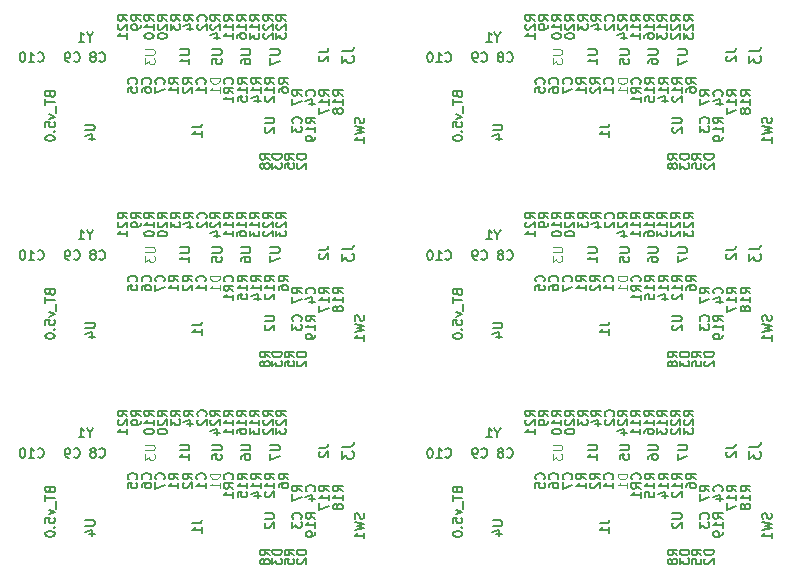
<source format=gbr>
%TF.GenerationSoftware,KiCad,Pcbnew,(5.1.9)-1*%
%TF.CreationDate,2021-11-10T23:35:07-06:00*%
%TF.ProjectId,CC_BT_PANELIZED,43435f42-545f-4504-914e-454c495a4544,000*%
%TF.SameCoordinates,Original*%
%TF.FileFunction,Legend,Bot*%
%TF.FilePolarity,Positive*%
%FSLAX46Y46*%
G04 Gerber Fmt 4.6, Leading zero omitted, Abs format (unit mm)*
G04 Created by KiCad (PCBNEW (5.1.9)-1) date 2021-11-10 23:35:07*
%MOMM*%
%LPD*%
G01*
G04 APERTURE LIST*
%ADD10C,0.150000*%
%ADD11C,0.125000*%
G04 APERTURE END LIST*
D10*
X106172857Y-78670476D02*
X106210952Y-78784761D01*
X106249047Y-78822857D01*
X106325238Y-78860952D01*
X106439523Y-78860952D01*
X106515714Y-78822857D01*
X106553809Y-78784761D01*
X106591904Y-78708571D01*
X106591904Y-78403809D01*
X105791904Y-78403809D01*
X105791904Y-78670476D01*
X105830000Y-78746666D01*
X105868095Y-78784761D01*
X105944285Y-78822857D01*
X106020476Y-78822857D01*
X106096666Y-78784761D01*
X106134761Y-78746666D01*
X106172857Y-78670476D01*
X106172857Y-78403809D01*
X105791904Y-79089523D02*
X105791904Y-79546666D01*
X106591904Y-79318095D02*
X105791904Y-79318095D01*
X106668095Y-79622857D02*
X106668095Y-80232380D01*
X106058571Y-80346666D02*
X106591904Y-80537142D01*
X106058571Y-80727619D01*
X105791904Y-81413333D02*
X105791904Y-81032380D01*
X106172857Y-80994285D01*
X106134761Y-81032380D01*
X106096666Y-81108571D01*
X106096666Y-81299047D01*
X106134761Y-81375238D01*
X106172857Y-81413333D01*
X106249047Y-81451428D01*
X106439523Y-81451428D01*
X106515714Y-81413333D01*
X106553809Y-81375238D01*
X106591904Y-81299047D01*
X106591904Y-81108571D01*
X106553809Y-81032380D01*
X106515714Y-80994285D01*
X106515714Y-81794285D02*
X106553809Y-81832380D01*
X106591904Y-81794285D01*
X106553809Y-81756190D01*
X106515714Y-81794285D01*
X106591904Y-81794285D01*
X105791904Y-82327619D02*
X105791904Y-82403809D01*
X105830000Y-82480000D01*
X105868095Y-82518095D01*
X105944285Y-82556190D01*
X106096666Y-82594285D01*
X106287142Y-82594285D01*
X106439523Y-82556190D01*
X106515714Y-82518095D01*
X106553809Y-82480000D01*
X106591904Y-82403809D01*
X106591904Y-82327619D01*
X106553809Y-82251428D01*
X106515714Y-82213333D01*
X106439523Y-82175238D01*
X106287142Y-82137142D01*
X106096666Y-82137142D01*
X105944285Y-82175238D01*
X105868095Y-82213333D01*
X105830000Y-82251428D01*
X105791904Y-82327619D01*
X71672857Y-78670476D02*
X71710952Y-78784761D01*
X71749047Y-78822857D01*
X71825238Y-78860952D01*
X71939523Y-78860952D01*
X72015714Y-78822857D01*
X72053809Y-78784761D01*
X72091904Y-78708571D01*
X72091904Y-78403809D01*
X71291904Y-78403809D01*
X71291904Y-78670476D01*
X71330000Y-78746666D01*
X71368095Y-78784761D01*
X71444285Y-78822857D01*
X71520476Y-78822857D01*
X71596666Y-78784761D01*
X71634761Y-78746666D01*
X71672857Y-78670476D01*
X71672857Y-78403809D01*
X71291904Y-79089523D02*
X71291904Y-79546666D01*
X72091904Y-79318095D02*
X71291904Y-79318095D01*
X72168095Y-79622857D02*
X72168095Y-80232380D01*
X71558571Y-80346666D02*
X72091904Y-80537142D01*
X71558571Y-80727619D01*
X71291904Y-81413333D02*
X71291904Y-81032380D01*
X71672857Y-80994285D01*
X71634761Y-81032380D01*
X71596666Y-81108571D01*
X71596666Y-81299047D01*
X71634761Y-81375238D01*
X71672857Y-81413333D01*
X71749047Y-81451428D01*
X71939523Y-81451428D01*
X72015714Y-81413333D01*
X72053809Y-81375238D01*
X72091904Y-81299047D01*
X72091904Y-81108571D01*
X72053809Y-81032380D01*
X72015714Y-80994285D01*
X72015714Y-81794285D02*
X72053809Y-81832380D01*
X72091904Y-81794285D01*
X72053809Y-81756190D01*
X72015714Y-81794285D01*
X72091904Y-81794285D01*
X71291904Y-82327619D02*
X71291904Y-82403809D01*
X71330000Y-82480000D01*
X71368095Y-82518095D01*
X71444285Y-82556190D01*
X71596666Y-82594285D01*
X71787142Y-82594285D01*
X71939523Y-82556190D01*
X72015714Y-82518095D01*
X72053809Y-82480000D01*
X72091904Y-82403809D01*
X72091904Y-82327619D01*
X72053809Y-82251428D01*
X72015714Y-82213333D01*
X71939523Y-82175238D01*
X71787142Y-82137142D01*
X71596666Y-82137142D01*
X71444285Y-82175238D01*
X71368095Y-82213333D01*
X71330000Y-82251428D01*
X71291904Y-82327619D01*
X106172857Y-61920476D02*
X106210952Y-62034761D01*
X106249047Y-62072857D01*
X106325238Y-62110952D01*
X106439523Y-62110952D01*
X106515714Y-62072857D01*
X106553809Y-62034761D01*
X106591904Y-61958571D01*
X106591904Y-61653809D01*
X105791904Y-61653809D01*
X105791904Y-61920476D01*
X105830000Y-61996666D01*
X105868095Y-62034761D01*
X105944285Y-62072857D01*
X106020476Y-62072857D01*
X106096666Y-62034761D01*
X106134761Y-61996666D01*
X106172857Y-61920476D01*
X106172857Y-61653809D01*
X105791904Y-62339523D02*
X105791904Y-62796666D01*
X106591904Y-62568095D02*
X105791904Y-62568095D01*
X106668095Y-62872857D02*
X106668095Y-63482380D01*
X106058571Y-63596666D02*
X106591904Y-63787142D01*
X106058571Y-63977619D01*
X105791904Y-64663333D02*
X105791904Y-64282380D01*
X106172857Y-64244285D01*
X106134761Y-64282380D01*
X106096666Y-64358571D01*
X106096666Y-64549047D01*
X106134761Y-64625238D01*
X106172857Y-64663333D01*
X106249047Y-64701428D01*
X106439523Y-64701428D01*
X106515714Y-64663333D01*
X106553809Y-64625238D01*
X106591904Y-64549047D01*
X106591904Y-64358571D01*
X106553809Y-64282380D01*
X106515714Y-64244285D01*
X106515714Y-65044285D02*
X106553809Y-65082380D01*
X106591904Y-65044285D01*
X106553809Y-65006190D01*
X106515714Y-65044285D01*
X106591904Y-65044285D01*
X105791904Y-65577619D02*
X105791904Y-65653809D01*
X105830000Y-65730000D01*
X105868095Y-65768095D01*
X105944285Y-65806190D01*
X106096666Y-65844285D01*
X106287142Y-65844285D01*
X106439523Y-65806190D01*
X106515714Y-65768095D01*
X106553809Y-65730000D01*
X106591904Y-65653809D01*
X106591904Y-65577619D01*
X106553809Y-65501428D01*
X106515714Y-65463333D01*
X106439523Y-65425238D01*
X106287142Y-65387142D01*
X106096666Y-65387142D01*
X105944285Y-65425238D01*
X105868095Y-65463333D01*
X105830000Y-65501428D01*
X105791904Y-65577619D01*
X71672857Y-61920476D02*
X71710952Y-62034761D01*
X71749047Y-62072857D01*
X71825238Y-62110952D01*
X71939523Y-62110952D01*
X72015714Y-62072857D01*
X72053809Y-62034761D01*
X72091904Y-61958571D01*
X72091904Y-61653809D01*
X71291904Y-61653809D01*
X71291904Y-61920476D01*
X71330000Y-61996666D01*
X71368095Y-62034761D01*
X71444285Y-62072857D01*
X71520476Y-62072857D01*
X71596666Y-62034761D01*
X71634761Y-61996666D01*
X71672857Y-61920476D01*
X71672857Y-61653809D01*
X71291904Y-62339523D02*
X71291904Y-62796666D01*
X72091904Y-62568095D02*
X71291904Y-62568095D01*
X72168095Y-62872857D02*
X72168095Y-63482380D01*
X71558571Y-63596666D02*
X72091904Y-63787142D01*
X71558571Y-63977619D01*
X71291904Y-64663333D02*
X71291904Y-64282380D01*
X71672857Y-64244285D01*
X71634761Y-64282380D01*
X71596666Y-64358571D01*
X71596666Y-64549047D01*
X71634761Y-64625238D01*
X71672857Y-64663333D01*
X71749047Y-64701428D01*
X71939523Y-64701428D01*
X72015714Y-64663333D01*
X72053809Y-64625238D01*
X72091904Y-64549047D01*
X72091904Y-64358571D01*
X72053809Y-64282380D01*
X72015714Y-64244285D01*
X72015714Y-65044285D02*
X72053809Y-65082380D01*
X72091904Y-65044285D01*
X72053809Y-65006190D01*
X72015714Y-65044285D01*
X72091904Y-65044285D01*
X71291904Y-65577619D02*
X71291904Y-65653809D01*
X71330000Y-65730000D01*
X71368095Y-65768095D01*
X71444285Y-65806190D01*
X71596666Y-65844285D01*
X71787142Y-65844285D01*
X71939523Y-65806190D01*
X72015714Y-65768095D01*
X72053809Y-65730000D01*
X72091904Y-65653809D01*
X72091904Y-65577619D01*
X72053809Y-65501428D01*
X72015714Y-65463333D01*
X71939523Y-65425238D01*
X71787142Y-65387142D01*
X71596666Y-65387142D01*
X71444285Y-65425238D01*
X71368095Y-65463333D01*
X71330000Y-65501428D01*
X71291904Y-65577619D01*
X106172857Y-45170476D02*
X106210952Y-45284761D01*
X106249047Y-45322857D01*
X106325238Y-45360952D01*
X106439523Y-45360952D01*
X106515714Y-45322857D01*
X106553809Y-45284761D01*
X106591904Y-45208571D01*
X106591904Y-44903809D01*
X105791904Y-44903809D01*
X105791904Y-45170476D01*
X105830000Y-45246666D01*
X105868095Y-45284761D01*
X105944285Y-45322857D01*
X106020476Y-45322857D01*
X106096666Y-45284761D01*
X106134761Y-45246666D01*
X106172857Y-45170476D01*
X106172857Y-44903809D01*
X105791904Y-45589523D02*
X105791904Y-46046666D01*
X106591904Y-45818095D02*
X105791904Y-45818095D01*
X106668095Y-46122857D02*
X106668095Y-46732380D01*
X106058571Y-46846666D02*
X106591904Y-47037142D01*
X106058571Y-47227619D01*
X105791904Y-47913333D02*
X105791904Y-47532380D01*
X106172857Y-47494285D01*
X106134761Y-47532380D01*
X106096666Y-47608571D01*
X106096666Y-47799047D01*
X106134761Y-47875238D01*
X106172857Y-47913333D01*
X106249047Y-47951428D01*
X106439523Y-47951428D01*
X106515714Y-47913333D01*
X106553809Y-47875238D01*
X106591904Y-47799047D01*
X106591904Y-47608571D01*
X106553809Y-47532380D01*
X106515714Y-47494285D01*
X106515714Y-48294285D02*
X106553809Y-48332380D01*
X106591904Y-48294285D01*
X106553809Y-48256190D01*
X106515714Y-48294285D01*
X106591904Y-48294285D01*
X105791904Y-48827619D02*
X105791904Y-48903809D01*
X105830000Y-48980000D01*
X105868095Y-49018095D01*
X105944285Y-49056190D01*
X106096666Y-49094285D01*
X106287142Y-49094285D01*
X106439523Y-49056190D01*
X106515714Y-49018095D01*
X106553809Y-48980000D01*
X106591904Y-48903809D01*
X106591904Y-48827619D01*
X106553809Y-48751428D01*
X106515714Y-48713333D01*
X106439523Y-48675238D01*
X106287142Y-48637142D01*
X106096666Y-48637142D01*
X105944285Y-48675238D01*
X105868095Y-48713333D01*
X105830000Y-48751428D01*
X105791904Y-48827619D01*
X71672857Y-45170476D02*
X71710952Y-45284761D01*
X71749047Y-45322857D01*
X71825238Y-45360952D01*
X71939523Y-45360952D01*
X72015714Y-45322857D01*
X72053809Y-45284761D01*
X72091904Y-45208571D01*
X72091904Y-44903809D01*
X71291904Y-44903809D01*
X71291904Y-45170476D01*
X71330000Y-45246666D01*
X71368095Y-45284761D01*
X71444285Y-45322857D01*
X71520476Y-45322857D01*
X71596666Y-45284761D01*
X71634761Y-45246666D01*
X71672857Y-45170476D01*
X71672857Y-44903809D01*
X71291904Y-45589523D02*
X71291904Y-46046666D01*
X72091904Y-45818095D02*
X71291904Y-45818095D01*
X72168095Y-46122857D02*
X72168095Y-46732380D01*
X71558571Y-46846666D02*
X72091904Y-47037142D01*
X71558571Y-47227619D01*
X71291904Y-47913333D02*
X71291904Y-47532380D01*
X71672857Y-47494285D01*
X71634761Y-47532380D01*
X71596666Y-47608571D01*
X71596666Y-47799047D01*
X71634761Y-47875238D01*
X71672857Y-47913333D01*
X71749047Y-47951428D01*
X71939523Y-47951428D01*
X72015714Y-47913333D01*
X72053809Y-47875238D01*
X72091904Y-47799047D01*
X72091904Y-47608571D01*
X72053809Y-47532380D01*
X72015714Y-47494285D01*
X72015714Y-48294285D02*
X72053809Y-48332380D01*
X72091904Y-48294285D01*
X72053809Y-48256190D01*
X72015714Y-48294285D01*
X72091904Y-48294285D01*
X71291904Y-48827619D02*
X71291904Y-48903809D01*
X71330000Y-48980000D01*
X71368095Y-49018095D01*
X71444285Y-49056190D01*
X71596666Y-49094285D01*
X71787142Y-49094285D01*
X71939523Y-49056190D01*
X72015714Y-49018095D01*
X72053809Y-48980000D01*
X72091904Y-48903809D01*
X72091904Y-48827619D01*
X72053809Y-48751428D01*
X72015714Y-48713333D01*
X71939523Y-48675238D01*
X71787142Y-48637142D01*
X71596666Y-48637142D01*
X71444285Y-48675238D01*
X71368095Y-48713333D01*
X71330000Y-48751428D01*
X71291904Y-48827619D01*
%TO.C,R9*%
X113850237Y-72415714D02*
X113469285Y-72149048D01*
X113850237Y-71958571D02*
X113050237Y-71958571D01*
X113050237Y-72263333D01*
X113088333Y-72339524D01*
X113126428Y-72377619D01*
X113202618Y-72415714D01*
X113316904Y-72415714D01*
X113393094Y-72377619D01*
X113431190Y-72339524D01*
X113469285Y-72263333D01*
X113469285Y-71958571D01*
X113850237Y-72796667D02*
X113850237Y-72949048D01*
X113812142Y-73025238D01*
X113774047Y-73063333D01*
X113659761Y-73139524D01*
X113507380Y-73177619D01*
X113202618Y-73177619D01*
X113126428Y-73139524D01*
X113088333Y-73101428D01*
X113050237Y-73025238D01*
X113050237Y-72872857D01*
X113088333Y-72796667D01*
X113126428Y-72758571D01*
X113202618Y-72720476D01*
X113393094Y-72720476D01*
X113469285Y-72758571D01*
X113507380Y-72796667D01*
X113545475Y-72872857D01*
X113545475Y-73025238D01*
X113507380Y-73101428D01*
X113469285Y-73139524D01*
X113393094Y-73177619D01*
X79350237Y-72415714D02*
X78969285Y-72149048D01*
X79350237Y-71958571D02*
X78550237Y-71958571D01*
X78550237Y-72263333D01*
X78588333Y-72339524D01*
X78626428Y-72377619D01*
X78702618Y-72415714D01*
X78816904Y-72415714D01*
X78893094Y-72377619D01*
X78931190Y-72339524D01*
X78969285Y-72263333D01*
X78969285Y-71958571D01*
X79350237Y-72796667D02*
X79350237Y-72949048D01*
X79312142Y-73025238D01*
X79274047Y-73063333D01*
X79159761Y-73139524D01*
X79007380Y-73177619D01*
X78702618Y-73177619D01*
X78626428Y-73139524D01*
X78588333Y-73101428D01*
X78550237Y-73025238D01*
X78550237Y-72872857D01*
X78588333Y-72796667D01*
X78626428Y-72758571D01*
X78702618Y-72720476D01*
X78893094Y-72720476D01*
X78969285Y-72758571D01*
X79007380Y-72796667D01*
X79045475Y-72872857D01*
X79045475Y-73025238D01*
X79007380Y-73101428D01*
X78969285Y-73139524D01*
X78893094Y-73177619D01*
X113850237Y-55665714D02*
X113469285Y-55399048D01*
X113850237Y-55208571D02*
X113050237Y-55208571D01*
X113050237Y-55513333D01*
X113088333Y-55589524D01*
X113126428Y-55627619D01*
X113202618Y-55665714D01*
X113316904Y-55665714D01*
X113393094Y-55627619D01*
X113431190Y-55589524D01*
X113469285Y-55513333D01*
X113469285Y-55208571D01*
X113850237Y-56046667D02*
X113850237Y-56199048D01*
X113812142Y-56275238D01*
X113774047Y-56313333D01*
X113659761Y-56389524D01*
X113507380Y-56427619D01*
X113202618Y-56427619D01*
X113126428Y-56389524D01*
X113088333Y-56351428D01*
X113050237Y-56275238D01*
X113050237Y-56122857D01*
X113088333Y-56046667D01*
X113126428Y-56008571D01*
X113202618Y-55970476D01*
X113393094Y-55970476D01*
X113469285Y-56008571D01*
X113507380Y-56046667D01*
X113545475Y-56122857D01*
X113545475Y-56275238D01*
X113507380Y-56351428D01*
X113469285Y-56389524D01*
X113393094Y-56427619D01*
X79350237Y-55665714D02*
X78969285Y-55399048D01*
X79350237Y-55208571D02*
X78550237Y-55208571D01*
X78550237Y-55513333D01*
X78588333Y-55589524D01*
X78626428Y-55627619D01*
X78702618Y-55665714D01*
X78816904Y-55665714D01*
X78893094Y-55627619D01*
X78931190Y-55589524D01*
X78969285Y-55513333D01*
X78969285Y-55208571D01*
X79350237Y-56046667D02*
X79350237Y-56199048D01*
X79312142Y-56275238D01*
X79274047Y-56313333D01*
X79159761Y-56389524D01*
X79007380Y-56427619D01*
X78702618Y-56427619D01*
X78626428Y-56389524D01*
X78588333Y-56351428D01*
X78550237Y-56275238D01*
X78550237Y-56122857D01*
X78588333Y-56046667D01*
X78626428Y-56008571D01*
X78702618Y-55970476D01*
X78893094Y-55970476D01*
X78969285Y-56008571D01*
X79007380Y-56046667D01*
X79045475Y-56122857D01*
X79045475Y-56275238D01*
X79007380Y-56351428D01*
X78969285Y-56389524D01*
X78893094Y-56427619D01*
X113850237Y-38915714D02*
X113469285Y-38649048D01*
X113850237Y-38458571D02*
X113050237Y-38458571D01*
X113050237Y-38763333D01*
X113088333Y-38839524D01*
X113126428Y-38877619D01*
X113202618Y-38915714D01*
X113316904Y-38915714D01*
X113393094Y-38877619D01*
X113431190Y-38839524D01*
X113469285Y-38763333D01*
X113469285Y-38458571D01*
X113850237Y-39296667D02*
X113850237Y-39449048D01*
X113812142Y-39525238D01*
X113774047Y-39563333D01*
X113659761Y-39639524D01*
X113507380Y-39677619D01*
X113202618Y-39677619D01*
X113126428Y-39639524D01*
X113088333Y-39601428D01*
X113050237Y-39525238D01*
X113050237Y-39372857D01*
X113088333Y-39296667D01*
X113126428Y-39258571D01*
X113202618Y-39220476D01*
X113393094Y-39220476D01*
X113469285Y-39258571D01*
X113507380Y-39296667D01*
X113545475Y-39372857D01*
X113545475Y-39525238D01*
X113507380Y-39601428D01*
X113469285Y-39639524D01*
X113393094Y-39677619D01*
%TO.C,R5*%
X126837736Y-84186666D02*
X126456784Y-83920000D01*
X126837736Y-83729523D02*
X126037736Y-83729523D01*
X126037736Y-84034285D01*
X126075832Y-84110476D01*
X126113927Y-84148571D01*
X126190117Y-84186666D01*
X126304403Y-84186666D01*
X126380593Y-84148571D01*
X126418689Y-84110476D01*
X126456784Y-84034285D01*
X126456784Y-83729523D01*
X126037736Y-84910476D02*
X126037736Y-84529523D01*
X126418689Y-84491428D01*
X126380593Y-84529523D01*
X126342498Y-84605714D01*
X126342498Y-84796190D01*
X126380593Y-84872380D01*
X126418689Y-84910476D01*
X126494879Y-84948571D01*
X126685355Y-84948571D01*
X126761546Y-84910476D01*
X126799641Y-84872380D01*
X126837736Y-84796190D01*
X126837736Y-84605714D01*
X126799641Y-84529523D01*
X126761546Y-84491428D01*
X92337736Y-84186666D02*
X91956784Y-83920000D01*
X92337736Y-83729523D02*
X91537736Y-83729523D01*
X91537736Y-84034285D01*
X91575832Y-84110476D01*
X91613927Y-84148571D01*
X91690117Y-84186666D01*
X91804403Y-84186666D01*
X91880593Y-84148571D01*
X91918689Y-84110476D01*
X91956784Y-84034285D01*
X91956784Y-83729523D01*
X91537736Y-84910476D02*
X91537736Y-84529523D01*
X91918689Y-84491428D01*
X91880593Y-84529523D01*
X91842498Y-84605714D01*
X91842498Y-84796190D01*
X91880593Y-84872380D01*
X91918689Y-84910476D01*
X91994879Y-84948571D01*
X92185355Y-84948571D01*
X92261546Y-84910476D01*
X92299641Y-84872380D01*
X92337736Y-84796190D01*
X92337736Y-84605714D01*
X92299641Y-84529523D01*
X92261546Y-84491428D01*
X126837736Y-67436666D02*
X126456784Y-67170000D01*
X126837736Y-66979523D02*
X126037736Y-66979523D01*
X126037736Y-67284285D01*
X126075832Y-67360476D01*
X126113927Y-67398571D01*
X126190117Y-67436666D01*
X126304403Y-67436666D01*
X126380593Y-67398571D01*
X126418689Y-67360476D01*
X126456784Y-67284285D01*
X126456784Y-66979523D01*
X126037736Y-68160476D02*
X126037736Y-67779523D01*
X126418689Y-67741428D01*
X126380593Y-67779523D01*
X126342498Y-67855714D01*
X126342498Y-68046190D01*
X126380593Y-68122380D01*
X126418689Y-68160476D01*
X126494879Y-68198571D01*
X126685355Y-68198571D01*
X126761546Y-68160476D01*
X126799641Y-68122380D01*
X126837736Y-68046190D01*
X126837736Y-67855714D01*
X126799641Y-67779523D01*
X126761546Y-67741428D01*
X92337736Y-67436666D02*
X91956784Y-67170000D01*
X92337736Y-66979523D02*
X91537736Y-66979523D01*
X91537736Y-67284285D01*
X91575832Y-67360476D01*
X91613927Y-67398571D01*
X91690117Y-67436666D01*
X91804403Y-67436666D01*
X91880593Y-67398571D01*
X91918689Y-67360476D01*
X91956784Y-67284285D01*
X91956784Y-66979523D01*
X91537736Y-68160476D02*
X91537736Y-67779523D01*
X91918689Y-67741428D01*
X91880593Y-67779523D01*
X91842498Y-67855714D01*
X91842498Y-68046190D01*
X91880593Y-68122380D01*
X91918689Y-68160476D01*
X91994879Y-68198571D01*
X92185355Y-68198571D01*
X92261546Y-68160476D01*
X92299641Y-68122380D01*
X92337736Y-68046190D01*
X92337736Y-67855714D01*
X92299641Y-67779523D01*
X92261546Y-67741428D01*
X126837736Y-50686666D02*
X126456784Y-50420000D01*
X126837736Y-50229523D02*
X126037736Y-50229523D01*
X126037736Y-50534285D01*
X126075832Y-50610476D01*
X126113927Y-50648571D01*
X126190117Y-50686666D01*
X126304403Y-50686666D01*
X126380593Y-50648571D01*
X126418689Y-50610476D01*
X126456784Y-50534285D01*
X126456784Y-50229523D01*
X126037736Y-51410476D02*
X126037736Y-51029523D01*
X126418689Y-50991428D01*
X126380593Y-51029523D01*
X126342498Y-51105714D01*
X126342498Y-51296190D01*
X126380593Y-51372380D01*
X126418689Y-51410476D01*
X126494879Y-51448571D01*
X126685355Y-51448571D01*
X126761546Y-51410476D01*
X126799641Y-51372380D01*
X126837736Y-51296190D01*
X126837736Y-51105714D01*
X126799641Y-51029523D01*
X126761546Y-50991428D01*
%TO.C,R11*%
X121678568Y-72415714D02*
X121297616Y-72149047D01*
X121678568Y-71958571D02*
X120878568Y-71958571D01*
X120878568Y-72263333D01*
X120916664Y-72339523D01*
X120954759Y-72377619D01*
X121030949Y-72415714D01*
X121145235Y-72415714D01*
X121221425Y-72377619D01*
X121259521Y-72339523D01*
X121297616Y-72263333D01*
X121297616Y-71958571D01*
X121678568Y-73177619D02*
X121678568Y-72720476D01*
X121678568Y-72949047D02*
X120878568Y-72949047D01*
X120992854Y-72872857D01*
X121069044Y-72796666D01*
X121107140Y-72720476D01*
X121678568Y-73939523D02*
X121678568Y-73482380D01*
X121678568Y-73710952D02*
X120878568Y-73710952D01*
X120992854Y-73634761D01*
X121069044Y-73558571D01*
X121107140Y-73482380D01*
X87178568Y-72415714D02*
X86797616Y-72149047D01*
X87178568Y-71958571D02*
X86378568Y-71958571D01*
X86378568Y-72263333D01*
X86416664Y-72339523D01*
X86454759Y-72377619D01*
X86530949Y-72415714D01*
X86645235Y-72415714D01*
X86721425Y-72377619D01*
X86759521Y-72339523D01*
X86797616Y-72263333D01*
X86797616Y-71958571D01*
X87178568Y-73177619D02*
X87178568Y-72720476D01*
X87178568Y-72949047D02*
X86378568Y-72949047D01*
X86492854Y-72872857D01*
X86569044Y-72796666D01*
X86607140Y-72720476D01*
X87178568Y-73939523D02*
X87178568Y-73482380D01*
X87178568Y-73710952D02*
X86378568Y-73710952D01*
X86492854Y-73634761D01*
X86569044Y-73558571D01*
X86607140Y-73482380D01*
X121678568Y-55665714D02*
X121297616Y-55399047D01*
X121678568Y-55208571D02*
X120878568Y-55208571D01*
X120878568Y-55513333D01*
X120916664Y-55589523D01*
X120954759Y-55627619D01*
X121030949Y-55665714D01*
X121145235Y-55665714D01*
X121221425Y-55627619D01*
X121259521Y-55589523D01*
X121297616Y-55513333D01*
X121297616Y-55208571D01*
X121678568Y-56427619D02*
X121678568Y-55970476D01*
X121678568Y-56199047D02*
X120878568Y-56199047D01*
X120992854Y-56122857D01*
X121069044Y-56046666D01*
X121107140Y-55970476D01*
X121678568Y-57189523D02*
X121678568Y-56732380D01*
X121678568Y-56960952D02*
X120878568Y-56960952D01*
X120992854Y-56884761D01*
X121069044Y-56808571D01*
X121107140Y-56732380D01*
X87178568Y-55665714D02*
X86797616Y-55399047D01*
X87178568Y-55208571D02*
X86378568Y-55208571D01*
X86378568Y-55513333D01*
X86416664Y-55589523D01*
X86454759Y-55627619D01*
X86530949Y-55665714D01*
X86645235Y-55665714D01*
X86721425Y-55627619D01*
X86759521Y-55589523D01*
X86797616Y-55513333D01*
X86797616Y-55208571D01*
X87178568Y-56427619D02*
X87178568Y-55970476D01*
X87178568Y-56199047D02*
X86378568Y-56199047D01*
X86492854Y-56122857D01*
X86569044Y-56046666D01*
X86607140Y-55970476D01*
X87178568Y-57189523D02*
X87178568Y-56732380D01*
X87178568Y-56960952D02*
X86378568Y-56960952D01*
X86492854Y-56884761D01*
X86569044Y-56808571D01*
X86607140Y-56732380D01*
X121678568Y-38915714D02*
X121297616Y-38649047D01*
X121678568Y-38458571D02*
X120878568Y-38458571D01*
X120878568Y-38763333D01*
X120916664Y-38839523D01*
X120954759Y-38877619D01*
X121030949Y-38915714D01*
X121145235Y-38915714D01*
X121221425Y-38877619D01*
X121259521Y-38839523D01*
X121297616Y-38763333D01*
X121297616Y-38458571D01*
X121678568Y-39677619D02*
X121678568Y-39220476D01*
X121678568Y-39449047D02*
X120878568Y-39449047D01*
X120992854Y-39372857D01*
X121069044Y-39296666D01*
X121107140Y-39220476D01*
X121678568Y-40439523D02*
X121678568Y-39982380D01*
X121678568Y-40210952D02*
X120878568Y-40210952D01*
X120992854Y-40134761D01*
X121069044Y-40058571D01*
X121107140Y-39982380D01*
%TO.C,C5*%
X113495714Y-77751666D02*
X113533809Y-77713571D01*
X113571904Y-77599285D01*
X113571904Y-77523095D01*
X113533809Y-77408809D01*
X113457619Y-77332619D01*
X113381428Y-77294523D01*
X113229047Y-77256428D01*
X113114761Y-77256428D01*
X112962380Y-77294523D01*
X112886190Y-77332619D01*
X112810000Y-77408809D01*
X112771904Y-77523095D01*
X112771904Y-77599285D01*
X112810000Y-77713571D01*
X112848095Y-77751666D01*
X112771904Y-78475476D02*
X112771904Y-78094523D01*
X113152857Y-78056428D01*
X113114761Y-78094523D01*
X113076666Y-78170714D01*
X113076666Y-78361190D01*
X113114761Y-78437380D01*
X113152857Y-78475476D01*
X113229047Y-78513571D01*
X113419523Y-78513571D01*
X113495714Y-78475476D01*
X113533809Y-78437380D01*
X113571904Y-78361190D01*
X113571904Y-78170714D01*
X113533809Y-78094523D01*
X113495714Y-78056428D01*
X78995714Y-77751666D02*
X79033809Y-77713571D01*
X79071904Y-77599285D01*
X79071904Y-77523095D01*
X79033809Y-77408809D01*
X78957619Y-77332619D01*
X78881428Y-77294523D01*
X78729047Y-77256428D01*
X78614761Y-77256428D01*
X78462380Y-77294523D01*
X78386190Y-77332619D01*
X78310000Y-77408809D01*
X78271904Y-77523095D01*
X78271904Y-77599285D01*
X78310000Y-77713571D01*
X78348095Y-77751666D01*
X78271904Y-78475476D02*
X78271904Y-78094523D01*
X78652857Y-78056428D01*
X78614761Y-78094523D01*
X78576666Y-78170714D01*
X78576666Y-78361190D01*
X78614761Y-78437380D01*
X78652857Y-78475476D01*
X78729047Y-78513571D01*
X78919523Y-78513571D01*
X78995714Y-78475476D01*
X79033809Y-78437380D01*
X79071904Y-78361190D01*
X79071904Y-78170714D01*
X79033809Y-78094523D01*
X78995714Y-78056428D01*
X113495714Y-61001666D02*
X113533809Y-60963571D01*
X113571904Y-60849285D01*
X113571904Y-60773095D01*
X113533809Y-60658809D01*
X113457619Y-60582619D01*
X113381428Y-60544523D01*
X113229047Y-60506428D01*
X113114761Y-60506428D01*
X112962380Y-60544523D01*
X112886190Y-60582619D01*
X112810000Y-60658809D01*
X112771904Y-60773095D01*
X112771904Y-60849285D01*
X112810000Y-60963571D01*
X112848095Y-61001666D01*
X112771904Y-61725476D02*
X112771904Y-61344523D01*
X113152857Y-61306428D01*
X113114761Y-61344523D01*
X113076666Y-61420714D01*
X113076666Y-61611190D01*
X113114761Y-61687380D01*
X113152857Y-61725476D01*
X113229047Y-61763571D01*
X113419523Y-61763571D01*
X113495714Y-61725476D01*
X113533809Y-61687380D01*
X113571904Y-61611190D01*
X113571904Y-61420714D01*
X113533809Y-61344523D01*
X113495714Y-61306428D01*
X78995714Y-61001666D02*
X79033809Y-60963571D01*
X79071904Y-60849285D01*
X79071904Y-60773095D01*
X79033809Y-60658809D01*
X78957619Y-60582619D01*
X78881428Y-60544523D01*
X78729047Y-60506428D01*
X78614761Y-60506428D01*
X78462380Y-60544523D01*
X78386190Y-60582619D01*
X78310000Y-60658809D01*
X78271904Y-60773095D01*
X78271904Y-60849285D01*
X78310000Y-60963571D01*
X78348095Y-61001666D01*
X78271904Y-61725476D02*
X78271904Y-61344523D01*
X78652857Y-61306428D01*
X78614761Y-61344523D01*
X78576666Y-61420714D01*
X78576666Y-61611190D01*
X78614761Y-61687380D01*
X78652857Y-61725476D01*
X78729047Y-61763571D01*
X78919523Y-61763571D01*
X78995714Y-61725476D01*
X79033809Y-61687380D01*
X79071904Y-61611190D01*
X79071904Y-61420714D01*
X79033809Y-61344523D01*
X78995714Y-61306428D01*
X113495714Y-44251666D02*
X113533809Y-44213571D01*
X113571904Y-44099285D01*
X113571904Y-44023095D01*
X113533809Y-43908809D01*
X113457619Y-43832619D01*
X113381428Y-43794523D01*
X113229047Y-43756428D01*
X113114761Y-43756428D01*
X112962380Y-43794523D01*
X112886190Y-43832619D01*
X112810000Y-43908809D01*
X112771904Y-44023095D01*
X112771904Y-44099285D01*
X112810000Y-44213571D01*
X112848095Y-44251666D01*
X112771904Y-44975476D02*
X112771904Y-44594523D01*
X113152857Y-44556428D01*
X113114761Y-44594523D01*
X113076666Y-44670714D01*
X113076666Y-44861190D01*
X113114761Y-44937380D01*
X113152857Y-44975476D01*
X113229047Y-45013571D01*
X113419523Y-45013571D01*
X113495714Y-44975476D01*
X113533809Y-44937380D01*
X113571904Y-44861190D01*
X113571904Y-44670714D01*
X113533809Y-44594523D01*
X113495714Y-44556428D01*
%TO.C,C2*%
X119365712Y-72415714D02*
X119403807Y-72377619D01*
X119441902Y-72263333D01*
X119441902Y-72187143D01*
X119403807Y-72072857D01*
X119327617Y-71996667D01*
X119251426Y-71958571D01*
X119099045Y-71920476D01*
X118984759Y-71920476D01*
X118832378Y-71958571D01*
X118756188Y-71996667D01*
X118679998Y-72072857D01*
X118641902Y-72187143D01*
X118641902Y-72263333D01*
X118679998Y-72377619D01*
X118718093Y-72415714D01*
X118718093Y-72720476D02*
X118679998Y-72758571D01*
X118641902Y-72834762D01*
X118641902Y-73025238D01*
X118679998Y-73101428D01*
X118718093Y-73139524D01*
X118794283Y-73177619D01*
X118870474Y-73177619D01*
X118984759Y-73139524D01*
X119441902Y-72682381D01*
X119441902Y-73177619D01*
X84865712Y-72415714D02*
X84903807Y-72377619D01*
X84941902Y-72263333D01*
X84941902Y-72187143D01*
X84903807Y-72072857D01*
X84827617Y-71996667D01*
X84751426Y-71958571D01*
X84599045Y-71920476D01*
X84484759Y-71920476D01*
X84332378Y-71958571D01*
X84256188Y-71996667D01*
X84179998Y-72072857D01*
X84141902Y-72187143D01*
X84141902Y-72263333D01*
X84179998Y-72377619D01*
X84218093Y-72415714D01*
X84218093Y-72720476D02*
X84179998Y-72758571D01*
X84141902Y-72834762D01*
X84141902Y-73025238D01*
X84179998Y-73101428D01*
X84218093Y-73139524D01*
X84294283Y-73177619D01*
X84370474Y-73177619D01*
X84484759Y-73139524D01*
X84941902Y-72682381D01*
X84941902Y-73177619D01*
X119365712Y-55665714D02*
X119403807Y-55627619D01*
X119441902Y-55513333D01*
X119441902Y-55437143D01*
X119403807Y-55322857D01*
X119327617Y-55246667D01*
X119251426Y-55208571D01*
X119099045Y-55170476D01*
X118984759Y-55170476D01*
X118832378Y-55208571D01*
X118756188Y-55246667D01*
X118679998Y-55322857D01*
X118641902Y-55437143D01*
X118641902Y-55513333D01*
X118679998Y-55627619D01*
X118718093Y-55665714D01*
X118718093Y-55970476D02*
X118679998Y-56008571D01*
X118641902Y-56084762D01*
X118641902Y-56275238D01*
X118679998Y-56351428D01*
X118718093Y-56389524D01*
X118794283Y-56427619D01*
X118870474Y-56427619D01*
X118984759Y-56389524D01*
X119441902Y-55932381D01*
X119441902Y-56427619D01*
X84865712Y-55665714D02*
X84903807Y-55627619D01*
X84941902Y-55513333D01*
X84941902Y-55437143D01*
X84903807Y-55322857D01*
X84827617Y-55246667D01*
X84751426Y-55208571D01*
X84599045Y-55170476D01*
X84484759Y-55170476D01*
X84332378Y-55208571D01*
X84256188Y-55246667D01*
X84179998Y-55322857D01*
X84141902Y-55437143D01*
X84141902Y-55513333D01*
X84179998Y-55627619D01*
X84218093Y-55665714D01*
X84218093Y-55970476D02*
X84179998Y-56008571D01*
X84141902Y-56084762D01*
X84141902Y-56275238D01*
X84179998Y-56351428D01*
X84218093Y-56389524D01*
X84294283Y-56427619D01*
X84370474Y-56427619D01*
X84484759Y-56389524D01*
X84941902Y-55932381D01*
X84941902Y-56427619D01*
X119365712Y-38915714D02*
X119403807Y-38877619D01*
X119441902Y-38763333D01*
X119441902Y-38687143D01*
X119403807Y-38572857D01*
X119327617Y-38496667D01*
X119251426Y-38458571D01*
X119099045Y-38420476D01*
X118984759Y-38420476D01*
X118832378Y-38458571D01*
X118756188Y-38496667D01*
X118679998Y-38572857D01*
X118641902Y-38687143D01*
X118641902Y-38763333D01*
X118679998Y-38877619D01*
X118718093Y-38915714D01*
X118718093Y-39220476D02*
X118679998Y-39258571D01*
X118641902Y-39334762D01*
X118641902Y-39525238D01*
X118679998Y-39601428D01*
X118718093Y-39639524D01*
X118794283Y-39677619D01*
X118870474Y-39677619D01*
X118984759Y-39639524D01*
X119441902Y-39182381D01*
X119441902Y-39677619D01*
%TO.C,C9*%
X108203333Y-75835714D02*
X108241428Y-75873809D01*
X108355714Y-75911904D01*
X108431904Y-75911904D01*
X108546190Y-75873809D01*
X108622380Y-75797619D01*
X108660476Y-75721428D01*
X108698571Y-75569047D01*
X108698571Y-75454761D01*
X108660476Y-75302380D01*
X108622380Y-75226190D01*
X108546190Y-75150000D01*
X108431904Y-75111904D01*
X108355714Y-75111904D01*
X108241428Y-75150000D01*
X108203333Y-75188095D01*
X107822380Y-75911904D02*
X107670000Y-75911904D01*
X107593809Y-75873809D01*
X107555714Y-75835714D01*
X107479523Y-75721428D01*
X107441428Y-75569047D01*
X107441428Y-75264285D01*
X107479523Y-75188095D01*
X107517619Y-75150000D01*
X107593809Y-75111904D01*
X107746190Y-75111904D01*
X107822380Y-75150000D01*
X107860476Y-75188095D01*
X107898571Y-75264285D01*
X107898571Y-75454761D01*
X107860476Y-75530952D01*
X107822380Y-75569047D01*
X107746190Y-75607142D01*
X107593809Y-75607142D01*
X107517619Y-75569047D01*
X107479523Y-75530952D01*
X107441428Y-75454761D01*
X73703333Y-75835714D02*
X73741428Y-75873809D01*
X73855714Y-75911904D01*
X73931904Y-75911904D01*
X74046190Y-75873809D01*
X74122380Y-75797619D01*
X74160476Y-75721428D01*
X74198571Y-75569047D01*
X74198571Y-75454761D01*
X74160476Y-75302380D01*
X74122380Y-75226190D01*
X74046190Y-75150000D01*
X73931904Y-75111904D01*
X73855714Y-75111904D01*
X73741428Y-75150000D01*
X73703333Y-75188095D01*
X73322380Y-75911904D02*
X73170000Y-75911904D01*
X73093809Y-75873809D01*
X73055714Y-75835714D01*
X72979523Y-75721428D01*
X72941428Y-75569047D01*
X72941428Y-75264285D01*
X72979523Y-75188095D01*
X73017619Y-75150000D01*
X73093809Y-75111904D01*
X73246190Y-75111904D01*
X73322380Y-75150000D01*
X73360476Y-75188095D01*
X73398571Y-75264285D01*
X73398571Y-75454761D01*
X73360476Y-75530952D01*
X73322380Y-75569047D01*
X73246190Y-75607142D01*
X73093809Y-75607142D01*
X73017619Y-75569047D01*
X72979523Y-75530952D01*
X72941428Y-75454761D01*
X108203333Y-59085714D02*
X108241428Y-59123809D01*
X108355714Y-59161904D01*
X108431904Y-59161904D01*
X108546190Y-59123809D01*
X108622380Y-59047619D01*
X108660476Y-58971428D01*
X108698571Y-58819047D01*
X108698571Y-58704761D01*
X108660476Y-58552380D01*
X108622380Y-58476190D01*
X108546190Y-58400000D01*
X108431904Y-58361904D01*
X108355714Y-58361904D01*
X108241428Y-58400000D01*
X108203333Y-58438095D01*
X107822380Y-59161904D02*
X107670000Y-59161904D01*
X107593809Y-59123809D01*
X107555714Y-59085714D01*
X107479523Y-58971428D01*
X107441428Y-58819047D01*
X107441428Y-58514285D01*
X107479523Y-58438095D01*
X107517619Y-58400000D01*
X107593809Y-58361904D01*
X107746190Y-58361904D01*
X107822380Y-58400000D01*
X107860476Y-58438095D01*
X107898571Y-58514285D01*
X107898571Y-58704761D01*
X107860476Y-58780952D01*
X107822380Y-58819047D01*
X107746190Y-58857142D01*
X107593809Y-58857142D01*
X107517619Y-58819047D01*
X107479523Y-58780952D01*
X107441428Y-58704761D01*
X73703333Y-59085714D02*
X73741428Y-59123809D01*
X73855714Y-59161904D01*
X73931904Y-59161904D01*
X74046190Y-59123809D01*
X74122380Y-59047619D01*
X74160476Y-58971428D01*
X74198571Y-58819047D01*
X74198571Y-58704761D01*
X74160476Y-58552380D01*
X74122380Y-58476190D01*
X74046190Y-58400000D01*
X73931904Y-58361904D01*
X73855714Y-58361904D01*
X73741428Y-58400000D01*
X73703333Y-58438095D01*
X73322380Y-59161904D02*
X73170000Y-59161904D01*
X73093809Y-59123809D01*
X73055714Y-59085714D01*
X72979523Y-58971428D01*
X72941428Y-58819047D01*
X72941428Y-58514285D01*
X72979523Y-58438095D01*
X73017619Y-58400000D01*
X73093809Y-58361904D01*
X73246190Y-58361904D01*
X73322380Y-58400000D01*
X73360476Y-58438095D01*
X73398571Y-58514285D01*
X73398571Y-58704761D01*
X73360476Y-58780952D01*
X73322380Y-58819047D01*
X73246190Y-58857142D01*
X73093809Y-58857142D01*
X73017619Y-58819047D01*
X72979523Y-58780952D01*
X72941428Y-58704761D01*
X108203333Y-42335714D02*
X108241428Y-42373809D01*
X108355714Y-42411904D01*
X108431904Y-42411904D01*
X108546190Y-42373809D01*
X108622380Y-42297619D01*
X108660476Y-42221428D01*
X108698571Y-42069047D01*
X108698571Y-41954761D01*
X108660476Y-41802380D01*
X108622380Y-41726190D01*
X108546190Y-41650000D01*
X108431904Y-41611904D01*
X108355714Y-41611904D01*
X108241428Y-41650000D01*
X108203333Y-41688095D01*
X107822380Y-42411904D02*
X107670000Y-42411904D01*
X107593809Y-42373809D01*
X107555714Y-42335714D01*
X107479523Y-42221428D01*
X107441428Y-42069047D01*
X107441428Y-41764285D01*
X107479523Y-41688095D01*
X107517619Y-41650000D01*
X107593809Y-41611904D01*
X107746190Y-41611904D01*
X107822380Y-41650000D01*
X107860476Y-41688095D01*
X107898571Y-41764285D01*
X107898571Y-41954761D01*
X107860476Y-42030952D01*
X107822380Y-42069047D01*
X107746190Y-42107142D01*
X107593809Y-42107142D01*
X107517619Y-42069047D01*
X107479523Y-42030952D01*
X107441428Y-41954761D01*
%TO.C,R2*%
X118215540Y-77751666D02*
X117834588Y-77485000D01*
X118215540Y-77294523D02*
X117415540Y-77294523D01*
X117415540Y-77599285D01*
X117453636Y-77675476D01*
X117491731Y-77713571D01*
X117567921Y-77751666D01*
X117682207Y-77751666D01*
X117758397Y-77713571D01*
X117796493Y-77675476D01*
X117834588Y-77599285D01*
X117834588Y-77294523D01*
X117491731Y-78056428D02*
X117453636Y-78094523D01*
X117415540Y-78170714D01*
X117415540Y-78361190D01*
X117453636Y-78437380D01*
X117491731Y-78475476D01*
X117567921Y-78513571D01*
X117644112Y-78513571D01*
X117758397Y-78475476D01*
X118215540Y-78018333D01*
X118215540Y-78513571D01*
X83715540Y-77751666D02*
X83334588Y-77485000D01*
X83715540Y-77294523D02*
X82915540Y-77294523D01*
X82915540Y-77599285D01*
X82953636Y-77675476D01*
X82991731Y-77713571D01*
X83067921Y-77751666D01*
X83182207Y-77751666D01*
X83258397Y-77713571D01*
X83296493Y-77675476D01*
X83334588Y-77599285D01*
X83334588Y-77294523D01*
X82991731Y-78056428D02*
X82953636Y-78094523D01*
X82915540Y-78170714D01*
X82915540Y-78361190D01*
X82953636Y-78437380D01*
X82991731Y-78475476D01*
X83067921Y-78513571D01*
X83144112Y-78513571D01*
X83258397Y-78475476D01*
X83715540Y-78018333D01*
X83715540Y-78513571D01*
X118215540Y-61001666D02*
X117834588Y-60735000D01*
X118215540Y-60544523D02*
X117415540Y-60544523D01*
X117415540Y-60849285D01*
X117453636Y-60925476D01*
X117491731Y-60963571D01*
X117567921Y-61001666D01*
X117682207Y-61001666D01*
X117758397Y-60963571D01*
X117796493Y-60925476D01*
X117834588Y-60849285D01*
X117834588Y-60544523D01*
X117491731Y-61306428D02*
X117453636Y-61344523D01*
X117415540Y-61420714D01*
X117415540Y-61611190D01*
X117453636Y-61687380D01*
X117491731Y-61725476D01*
X117567921Y-61763571D01*
X117644112Y-61763571D01*
X117758397Y-61725476D01*
X118215540Y-61268333D01*
X118215540Y-61763571D01*
X83715540Y-61001666D02*
X83334588Y-60735000D01*
X83715540Y-60544523D02*
X82915540Y-60544523D01*
X82915540Y-60849285D01*
X82953636Y-60925476D01*
X82991731Y-60963571D01*
X83067921Y-61001666D01*
X83182207Y-61001666D01*
X83258397Y-60963571D01*
X83296493Y-60925476D01*
X83334588Y-60849285D01*
X83334588Y-60544523D01*
X82991731Y-61306428D02*
X82953636Y-61344523D01*
X82915540Y-61420714D01*
X82915540Y-61611190D01*
X82953636Y-61687380D01*
X82991731Y-61725476D01*
X83067921Y-61763571D01*
X83144112Y-61763571D01*
X83258397Y-61725476D01*
X83715540Y-61268333D01*
X83715540Y-61763571D01*
X118215540Y-44251666D02*
X117834588Y-43985000D01*
X118215540Y-43794523D02*
X117415540Y-43794523D01*
X117415540Y-44099285D01*
X117453636Y-44175476D01*
X117491731Y-44213571D01*
X117567921Y-44251666D01*
X117682207Y-44251666D01*
X117758397Y-44213571D01*
X117796493Y-44175476D01*
X117834588Y-44099285D01*
X117834588Y-43794523D01*
X117491731Y-44556428D02*
X117453636Y-44594523D01*
X117415540Y-44670714D01*
X117415540Y-44861190D01*
X117453636Y-44937380D01*
X117491731Y-44975476D01*
X117567921Y-45013571D01*
X117644112Y-45013571D01*
X117758397Y-44975476D01*
X118215540Y-44518333D01*
X118215540Y-45013571D01*
%TO.C,R17*%
X129795236Y-78766666D02*
X129414284Y-78499999D01*
X129795236Y-78309523D02*
X128995236Y-78309523D01*
X128995236Y-78614285D01*
X129033332Y-78690475D01*
X129071427Y-78728571D01*
X129147617Y-78766666D01*
X129261903Y-78766666D01*
X129338093Y-78728571D01*
X129376189Y-78690475D01*
X129414284Y-78614285D01*
X129414284Y-78309523D01*
X129795236Y-79528571D02*
X129795236Y-79071428D01*
X129795236Y-79299999D02*
X128995236Y-79299999D01*
X129109522Y-79223809D01*
X129185712Y-79147618D01*
X129223808Y-79071428D01*
X128995236Y-79795237D02*
X128995236Y-80328571D01*
X129795236Y-79985713D01*
X95295236Y-78766666D02*
X94914284Y-78499999D01*
X95295236Y-78309523D02*
X94495236Y-78309523D01*
X94495236Y-78614285D01*
X94533332Y-78690475D01*
X94571427Y-78728571D01*
X94647617Y-78766666D01*
X94761903Y-78766666D01*
X94838093Y-78728571D01*
X94876189Y-78690475D01*
X94914284Y-78614285D01*
X94914284Y-78309523D01*
X95295236Y-79528571D02*
X95295236Y-79071428D01*
X95295236Y-79299999D02*
X94495236Y-79299999D01*
X94609522Y-79223809D01*
X94685712Y-79147618D01*
X94723808Y-79071428D01*
X94495236Y-79795237D02*
X94495236Y-80328571D01*
X95295236Y-79985713D01*
X129795236Y-62016666D02*
X129414284Y-61749999D01*
X129795236Y-61559523D02*
X128995236Y-61559523D01*
X128995236Y-61864285D01*
X129033332Y-61940475D01*
X129071427Y-61978571D01*
X129147617Y-62016666D01*
X129261903Y-62016666D01*
X129338093Y-61978571D01*
X129376189Y-61940475D01*
X129414284Y-61864285D01*
X129414284Y-61559523D01*
X129795236Y-62778571D02*
X129795236Y-62321428D01*
X129795236Y-62549999D02*
X128995236Y-62549999D01*
X129109522Y-62473809D01*
X129185712Y-62397618D01*
X129223808Y-62321428D01*
X128995236Y-63045237D02*
X128995236Y-63578571D01*
X129795236Y-63235713D01*
X95295236Y-62016666D02*
X94914284Y-61749999D01*
X95295236Y-61559523D02*
X94495236Y-61559523D01*
X94495236Y-61864285D01*
X94533332Y-61940475D01*
X94571427Y-61978571D01*
X94647617Y-62016666D01*
X94761903Y-62016666D01*
X94838093Y-61978571D01*
X94876189Y-61940475D01*
X94914284Y-61864285D01*
X94914284Y-61559523D01*
X95295236Y-62778571D02*
X95295236Y-62321428D01*
X95295236Y-62549999D02*
X94495236Y-62549999D01*
X94609522Y-62473809D01*
X94685712Y-62397618D01*
X94723808Y-62321428D01*
X94495236Y-63045237D02*
X94495236Y-63578571D01*
X95295236Y-63235713D01*
X129795236Y-45266666D02*
X129414284Y-44999999D01*
X129795236Y-44809523D02*
X128995236Y-44809523D01*
X128995236Y-45114285D01*
X129033332Y-45190475D01*
X129071427Y-45228571D01*
X129147617Y-45266666D01*
X129261903Y-45266666D01*
X129338093Y-45228571D01*
X129376189Y-45190475D01*
X129414284Y-45114285D01*
X129414284Y-44809523D01*
X129795236Y-46028571D02*
X129795236Y-45571428D01*
X129795236Y-45799999D02*
X128995236Y-45799999D01*
X129109522Y-45723809D01*
X129185712Y-45647618D01*
X129223808Y-45571428D01*
X128995236Y-46295237D02*
X128995236Y-46828571D01*
X129795236Y-46485713D01*
%TO.C,R10*%
X114968570Y-72415714D02*
X114587618Y-72149047D01*
X114968570Y-71958571D02*
X114168570Y-71958571D01*
X114168570Y-72263333D01*
X114206666Y-72339523D01*
X114244761Y-72377619D01*
X114320951Y-72415714D01*
X114435237Y-72415714D01*
X114511427Y-72377619D01*
X114549523Y-72339523D01*
X114587618Y-72263333D01*
X114587618Y-71958571D01*
X114968570Y-73177619D02*
X114968570Y-72720476D01*
X114968570Y-72949047D02*
X114168570Y-72949047D01*
X114282856Y-72872857D01*
X114359046Y-72796666D01*
X114397142Y-72720476D01*
X114168570Y-73672857D02*
X114168570Y-73749047D01*
X114206666Y-73825238D01*
X114244761Y-73863333D01*
X114320951Y-73901428D01*
X114473332Y-73939523D01*
X114663808Y-73939523D01*
X114816189Y-73901428D01*
X114892380Y-73863333D01*
X114930475Y-73825238D01*
X114968570Y-73749047D01*
X114968570Y-73672857D01*
X114930475Y-73596666D01*
X114892380Y-73558571D01*
X114816189Y-73520476D01*
X114663808Y-73482380D01*
X114473332Y-73482380D01*
X114320951Y-73520476D01*
X114244761Y-73558571D01*
X114206666Y-73596666D01*
X114168570Y-73672857D01*
X80468570Y-72415714D02*
X80087618Y-72149047D01*
X80468570Y-71958571D02*
X79668570Y-71958571D01*
X79668570Y-72263333D01*
X79706666Y-72339523D01*
X79744761Y-72377619D01*
X79820951Y-72415714D01*
X79935237Y-72415714D01*
X80011427Y-72377619D01*
X80049523Y-72339523D01*
X80087618Y-72263333D01*
X80087618Y-71958571D01*
X80468570Y-73177619D02*
X80468570Y-72720476D01*
X80468570Y-72949047D02*
X79668570Y-72949047D01*
X79782856Y-72872857D01*
X79859046Y-72796666D01*
X79897142Y-72720476D01*
X79668570Y-73672857D02*
X79668570Y-73749047D01*
X79706666Y-73825238D01*
X79744761Y-73863333D01*
X79820951Y-73901428D01*
X79973332Y-73939523D01*
X80163808Y-73939523D01*
X80316189Y-73901428D01*
X80392380Y-73863333D01*
X80430475Y-73825238D01*
X80468570Y-73749047D01*
X80468570Y-73672857D01*
X80430475Y-73596666D01*
X80392380Y-73558571D01*
X80316189Y-73520476D01*
X80163808Y-73482380D01*
X79973332Y-73482380D01*
X79820951Y-73520476D01*
X79744761Y-73558571D01*
X79706666Y-73596666D01*
X79668570Y-73672857D01*
X114968570Y-55665714D02*
X114587618Y-55399047D01*
X114968570Y-55208571D02*
X114168570Y-55208571D01*
X114168570Y-55513333D01*
X114206666Y-55589523D01*
X114244761Y-55627619D01*
X114320951Y-55665714D01*
X114435237Y-55665714D01*
X114511427Y-55627619D01*
X114549523Y-55589523D01*
X114587618Y-55513333D01*
X114587618Y-55208571D01*
X114968570Y-56427619D02*
X114968570Y-55970476D01*
X114968570Y-56199047D02*
X114168570Y-56199047D01*
X114282856Y-56122857D01*
X114359046Y-56046666D01*
X114397142Y-55970476D01*
X114168570Y-56922857D02*
X114168570Y-56999047D01*
X114206666Y-57075238D01*
X114244761Y-57113333D01*
X114320951Y-57151428D01*
X114473332Y-57189523D01*
X114663808Y-57189523D01*
X114816189Y-57151428D01*
X114892380Y-57113333D01*
X114930475Y-57075238D01*
X114968570Y-56999047D01*
X114968570Y-56922857D01*
X114930475Y-56846666D01*
X114892380Y-56808571D01*
X114816189Y-56770476D01*
X114663808Y-56732380D01*
X114473332Y-56732380D01*
X114320951Y-56770476D01*
X114244761Y-56808571D01*
X114206666Y-56846666D01*
X114168570Y-56922857D01*
X80468570Y-55665714D02*
X80087618Y-55399047D01*
X80468570Y-55208571D02*
X79668570Y-55208571D01*
X79668570Y-55513333D01*
X79706666Y-55589523D01*
X79744761Y-55627619D01*
X79820951Y-55665714D01*
X79935237Y-55665714D01*
X80011427Y-55627619D01*
X80049523Y-55589523D01*
X80087618Y-55513333D01*
X80087618Y-55208571D01*
X80468570Y-56427619D02*
X80468570Y-55970476D01*
X80468570Y-56199047D02*
X79668570Y-56199047D01*
X79782856Y-56122857D01*
X79859046Y-56046666D01*
X79897142Y-55970476D01*
X79668570Y-56922857D02*
X79668570Y-56999047D01*
X79706666Y-57075238D01*
X79744761Y-57113333D01*
X79820951Y-57151428D01*
X79973332Y-57189523D01*
X80163808Y-57189523D01*
X80316189Y-57151428D01*
X80392380Y-57113333D01*
X80430475Y-57075238D01*
X80468570Y-56999047D01*
X80468570Y-56922857D01*
X80430475Y-56846666D01*
X80392380Y-56808571D01*
X80316189Y-56770476D01*
X80163808Y-56732380D01*
X79973332Y-56732380D01*
X79820951Y-56770476D01*
X79744761Y-56808571D01*
X79706666Y-56846666D01*
X79668570Y-56922857D01*
X114968570Y-38915714D02*
X114587618Y-38649047D01*
X114968570Y-38458571D02*
X114168570Y-38458571D01*
X114168570Y-38763333D01*
X114206666Y-38839523D01*
X114244761Y-38877619D01*
X114320951Y-38915714D01*
X114435237Y-38915714D01*
X114511427Y-38877619D01*
X114549523Y-38839523D01*
X114587618Y-38763333D01*
X114587618Y-38458571D01*
X114968570Y-39677619D02*
X114968570Y-39220476D01*
X114968570Y-39449047D02*
X114168570Y-39449047D01*
X114282856Y-39372857D01*
X114359046Y-39296666D01*
X114397142Y-39220476D01*
X114168570Y-40172857D02*
X114168570Y-40249047D01*
X114206666Y-40325238D01*
X114244761Y-40363333D01*
X114320951Y-40401428D01*
X114473332Y-40439523D01*
X114663808Y-40439523D01*
X114816189Y-40401428D01*
X114892380Y-40363333D01*
X114930475Y-40325238D01*
X114968570Y-40249047D01*
X114968570Y-40172857D01*
X114930475Y-40096666D01*
X114892380Y-40058571D01*
X114816189Y-40020476D01*
X114663808Y-39982380D01*
X114473332Y-39982380D01*
X114320951Y-40020476D01*
X114244761Y-40058571D01*
X114206666Y-40096666D01*
X114168570Y-40172857D01*
%TO.C,R18*%
X130951902Y-78766666D02*
X130570950Y-78499999D01*
X130951902Y-78309523D02*
X130151902Y-78309523D01*
X130151902Y-78614285D01*
X130189998Y-78690475D01*
X130228093Y-78728571D01*
X130304283Y-78766666D01*
X130418569Y-78766666D01*
X130494759Y-78728571D01*
X130532855Y-78690475D01*
X130570950Y-78614285D01*
X130570950Y-78309523D01*
X130951902Y-79528571D02*
X130951902Y-79071428D01*
X130951902Y-79299999D02*
X130151902Y-79299999D01*
X130266188Y-79223809D01*
X130342378Y-79147618D01*
X130380474Y-79071428D01*
X130494759Y-79985713D02*
X130456664Y-79909523D01*
X130418569Y-79871428D01*
X130342378Y-79833332D01*
X130304283Y-79833332D01*
X130228093Y-79871428D01*
X130189998Y-79909523D01*
X130151902Y-79985713D01*
X130151902Y-80138094D01*
X130189998Y-80214285D01*
X130228093Y-80252380D01*
X130304283Y-80290475D01*
X130342378Y-80290475D01*
X130418569Y-80252380D01*
X130456664Y-80214285D01*
X130494759Y-80138094D01*
X130494759Y-79985713D01*
X130532855Y-79909523D01*
X130570950Y-79871428D01*
X130647140Y-79833332D01*
X130799521Y-79833332D01*
X130875712Y-79871428D01*
X130913807Y-79909523D01*
X130951902Y-79985713D01*
X130951902Y-80138094D01*
X130913807Y-80214285D01*
X130875712Y-80252380D01*
X130799521Y-80290475D01*
X130647140Y-80290475D01*
X130570950Y-80252380D01*
X130532855Y-80214285D01*
X130494759Y-80138094D01*
X96451902Y-78766666D02*
X96070950Y-78499999D01*
X96451902Y-78309523D02*
X95651902Y-78309523D01*
X95651902Y-78614285D01*
X95689998Y-78690475D01*
X95728093Y-78728571D01*
X95804283Y-78766666D01*
X95918569Y-78766666D01*
X95994759Y-78728571D01*
X96032855Y-78690475D01*
X96070950Y-78614285D01*
X96070950Y-78309523D01*
X96451902Y-79528571D02*
X96451902Y-79071428D01*
X96451902Y-79299999D02*
X95651902Y-79299999D01*
X95766188Y-79223809D01*
X95842378Y-79147618D01*
X95880474Y-79071428D01*
X95994759Y-79985713D02*
X95956664Y-79909523D01*
X95918569Y-79871428D01*
X95842378Y-79833332D01*
X95804283Y-79833332D01*
X95728093Y-79871428D01*
X95689998Y-79909523D01*
X95651902Y-79985713D01*
X95651902Y-80138094D01*
X95689998Y-80214285D01*
X95728093Y-80252380D01*
X95804283Y-80290475D01*
X95842378Y-80290475D01*
X95918569Y-80252380D01*
X95956664Y-80214285D01*
X95994759Y-80138094D01*
X95994759Y-79985713D01*
X96032855Y-79909523D01*
X96070950Y-79871428D01*
X96147140Y-79833332D01*
X96299521Y-79833332D01*
X96375712Y-79871428D01*
X96413807Y-79909523D01*
X96451902Y-79985713D01*
X96451902Y-80138094D01*
X96413807Y-80214285D01*
X96375712Y-80252380D01*
X96299521Y-80290475D01*
X96147140Y-80290475D01*
X96070950Y-80252380D01*
X96032855Y-80214285D01*
X95994759Y-80138094D01*
X130951902Y-62016666D02*
X130570950Y-61749999D01*
X130951902Y-61559523D02*
X130151902Y-61559523D01*
X130151902Y-61864285D01*
X130189998Y-61940475D01*
X130228093Y-61978571D01*
X130304283Y-62016666D01*
X130418569Y-62016666D01*
X130494759Y-61978571D01*
X130532855Y-61940475D01*
X130570950Y-61864285D01*
X130570950Y-61559523D01*
X130951902Y-62778571D02*
X130951902Y-62321428D01*
X130951902Y-62549999D02*
X130151902Y-62549999D01*
X130266188Y-62473809D01*
X130342378Y-62397618D01*
X130380474Y-62321428D01*
X130494759Y-63235713D02*
X130456664Y-63159523D01*
X130418569Y-63121428D01*
X130342378Y-63083332D01*
X130304283Y-63083332D01*
X130228093Y-63121428D01*
X130189998Y-63159523D01*
X130151902Y-63235713D01*
X130151902Y-63388094D01*
X130189998Y-63464285D01*
X130228093Y-63502380D01*
X130304283Y-63540475D01*
X130342378Y-63540475D01*
X130418569Y-63502380D01*
X130456664Y-63464285D01*
X130494759Y-63388094D01*
X130494759Y-63235713D01*
X130532855Y-63159523D01*
X130570950Y-63121428D01*
X130647140Y-63083332D01*
X130799521Y-63083332D01*
X130875712Y-63121428D01*
X130913807Y-63159523D01*
X130951902Y-63235713D01*
X130951902Y-63388094D01*
X130913807Y-63464285D01*
X130875712Y-63502380D01*
X130799521Y-63540475D01*
X130647140Y-63540475D01*
X130570950Y-63502380D01*
X130532855Y-63464285D01*
X130494759Y-63388094D01*
X96451902Y-62016666D02*
X96070950Y-61749999D01*
X96451902Y-61559523D02*
X95651902Y-61559523D01*
X95651902Y-61864285D01*
X95689998Y-61940475D01*
X95728093Y-61978571D01*
X95804283Y-62016666D01*
X95918569Y-62016666D01*
X95994759Y-61978571D01*
X96032855Y-61940475D01*
X96070950Y-61864285D01*
X96070950Y-61559523D01*
X96451902Y-62778571D02*
X96451902Y-62321428D01*
X96451902Y-62549999D02*
X95651902Y-62549999D01*
X95766188Y-62473809D01*
X95842378Y-62397618D01*
X95880474Y-62321428D01*
X95994759Y-63235713D02*
X95956664Y-63159523D01*
X95918569Y-63121428D01*
X95842378Y-63083332D01*
X95804283Y-63083332D01*
X95728093Y-63121428D01*
X95689998Y-63159523D01*
X95651902Y-63235713D01*
X95651902Y-63388094D01*
X95689998Y-63464285D01*
X95728093Y-63502380D01*
X95804283Y-63540475D01*
X95842378Y-63540475D01*
X95918569Y-63502380D01*
X95956664Y-63464285D01*
X95994759Y-63388094D01*
X95994759Y-63235713D01*
X96032855Y-63159523D01*
X96070950Y-63121428D01*
X96147140Y-63083332D01*
X96299521Y-63083332D01*
X96375712Y-63121428D01*
X96413807Y-63159523D01*
X96451902Y-63235713D01*
X96451902Y-63388094D01*
X96413807Y-63464285D01*
X96375712Y-63502380D01*
X96299521Y-63540475D01*
X96147140Y-63540475D01*
X96070950Y-63502380D01*
X96032855Y-63464285D01*
X95994759Y-63388094D01*
X130951902Y-45266666D02*
X130570950Y-44999999D01*
X130951902Y-44809523D02*
X130151902Y-44809523D01*
X130151902Y-45114285D01*
X130189998Y-45190475D01*
X130228093Y-45228571D01*
X130304283Y-45266666D01*
X130418569Y-45266666D01*
X130494759Y-45228571D01*
X130532855Y-45190475D01*
X130570950Y-45114285D01*
X130570950Y-44809523D01*
X130951902Y-46028571D02*
X130951902Y-45571428D01*
X130951902Y-45799999D02*
X130151902Y-45799999D01*
X130266188Y-45723809D01*
X130342378Y-45647618D01*
X130380474Y-45571428D01*
X130494759Y-46485713D02*
X130456664Y-46409523D01*
X130418569Y-46371428D01*
X130342378Y-46333332D01*
X130304283Y-46333332D01*
X130228093Y-46371428D01*
X130189998Y-46409523D01*
X130151902Y-46485713D01*
X130151902Y-46638094D01*
X130189998Y-46714285D01*
X130228093Y-46752380D01*
X130304283Y-46790475D01*
X130342378Y-46790475D01*
X130418569Y-46752380D01*
X130456664Y-46714285D01*
X130494759Y-46638094D01*
X130494759Y-46485713D01*
X130532855Y-46409523D01*
X130570950Y-46371428D01*
X130647140Y-46333332D01*
X130799521Y-46333332D01*
X130875712Y-46371428D01*
X130913807Y-46409523D01*
X130951902Y-46485713D01*
X130951902Y-46638094D01*
X130913807Y-46714285D01*
X130875712Y-46752380D01*
X130799521Y-46790475D01*
X130647140Y-46790475D01*
X130570950Y-46752380D01*
X130532855Y-46714285D01*
X130494759Y-46638094D01*
%TO.C,R23*%
X126151900Y-72415714D02*
X125770948Y-72149047D01*
X126151900Y-71958571D02*
X125351900Y-71958571D01*
X125351900Y-72263333D01*
X125389996Y-72339523D01*
X125428091Y-72377619D01*
X125504281Y-72415714D01*
X125618567Y-72415714D01*
X125694757Y-72377619D01*
X125732853Y-72339523D01*
X125770948Y-72263333D01*
X125770948Y-71958571D01*
X125428091Y-72720476D02*
X125389996Y-72758571D01*
X125351900Y-72834761D01*
X125351900Y-73025238D01*
X125389996Y-73101428D01*
X125428091Y-73139523D01*
X125504281Y-73177619D01*
X125580472Y-73177619D01*
X125694757Y-73139523D01*
X126151900Y-72682380D01*
X126151900Y-73177619D01*
X125351900Y-73444285D02*
X125351900Y-73939523D01*
X125656662Y-73672857D01*
X125656662Y-73787142D01*
X125694757Y-73863333D01*
X125732853Y-73901428D01*
X125809043Y-73939523D01*
X125999519Y-73939523D01*
X126075710Y-73901428D01*
X126113805Y-73863333D01*
X126151900Y-73787142D01*
X126151900Y-73558571D01*
X126113805Y-73482380D01*
X126075710Y-73444285D01*
X91651900Y-72415714D02*
X91270948Y-72149047D01*
X91651900Y-71958571D02*
X90851900Y-71958571D01*
X90851900Y-72263333D01*
X90889996Y-72339523D01*
X90928091Y-72377619D01*
X91004281Y-72415714D01*
X91118567Y-72415714D01*
X91194757Y-72377619D01*
X91232853Y-72339523D01*
X91270948Y-72263333D01*
X91270948Y-71958571D01*
X90928091Y-72720476D02*
X90889996Y-72758571D01*
X90851900Y-72834761D01*
X90851900Y-73025238D01*
X90889996Y-73101428D01*
X90928091Y-73139523D01*
X91004281Y-73177619D01*
X91080472Y-73177619D01*
X91194757Y-73139523D01*
X91651900Y-72682380D01*
X91651900Y-73177619D01*
X90851900Y-73444285D02*
X90851900Y-73939523D01*
X91156662Y-73672857D01*
X91156662Y-73787142D01*
X91194757Y-73863333D01*
X91232853Y-73901428D01*
X91309043Y-73939523D01*
X91499519Y-73939523D01*
X91575710Y-73901428D01*
X91613805Y-73863333D01*
X91651900Y-73787142D01*
X91651900Y-73558571D01*
X91613805Y-73482380D01*
X91575710Y-73444285D01*
X126151900Y-55665714D02*
X125770948Y-55399047D01*
X126151900Y-55208571D02*
X125351900Y-55208571D01*
X125351900Y-55513333D01*
X125389996Y-55589523D01*
X125428091Y-55627619D01*
X125504281Y-55665714D01*
X125618567Y-55665714D01*
X125694757Y-55627619D01*
X125732853Y-55589523D01*
X125770948Y-55513333D01*
X125770948Y-55208571D01*
X125428091Y-55970476D02*
X125389996Y-56008571D01*
X125351900Y-56084761D01*
X125351900Y-56275238D01*
X125389996Y-56351428D01*
X125428091Y-56389523D01*
X125504281Y-56427619D01*
X125580472Y-56427619D01*
X125694757Y-56389523D01*
X126151900Y-55932380D01*
X126151900Y-56427619D01*
X125351900Y-56694285D02*
X125351900Y-57189523D01*
X125656662Y-56922857D01*
X125656662Y-57037142D01*
X125694757Y-57113333D01*
X125732853Y-57151428D01*
X125809043Y-57189523D01*
X125999519Y-57189523D01*
X126075710Y-57151428D01*
X126113805Y-57113333D01*
X126151900Y-57037142D01*
X126151900Y-56808571D01*
X126113805Y-56732380D01*
X126075710Y-56694285D01*
X91651900Y-55665714D02*
X91270948Y-55399047D01*
X91651900Y-55208571D02*
X90851900Y-55208571D01*
X90851900Y-55513333D01*
X90889996Y-55589523D01*
X90928091Y-55627619D01*
X91004281Y-55665714D01*
X91118567Y-55665714D01*
X91194757Y-55627619D01*
X91232853Y-55589523D01*
X91270948Y-55513333D01*
X91270948Y-55208571D01*
X90928091Y-55970476D02*
X90889996Y-56008571D01*
X90851900Y-56084761D01*
X90851900Y-56275238D01*
X90889996Y-56351428D01*
X90928091Y-56389523D01*
X91004281Y-56427619D01*
X91080472Y-56427619D01*
X91194757Y-56389523D01*
X91651900Y-55932380D01*
X91651900Y-56427619D01*
X90851900Y-56694285D02*
X90851900Y-57189523D01*
X91156662Y-56922857D01*
X91156662Y-57037142D01*
X91194757Y-57113333D01*
X91232853Y-57151428D01*
X91309043Y-57189523D01*
X91499519Y-57189523D01*
X91575710Y-57151428D01*
X91613805Y-57113333D01*
X91651900Y-57037142D01*
X91651900Y-56808571D01*
X91613805Y-56732380D01*
X91575710Y-56694285D01*
X126151900Y-38915714D02*
X125770948Y-38649047D01*
X126151900Y-38458571D02*
X125351900Y-38458571D01*
X125351900Y-38763333D01*
X125389996Y-38839523D01*
X125428091Y-38877619D01*
X125504281Y-38915714D01*
X125618567Y-38915714D01*
X125694757Y-38877619D01*
X125732853Y-38839523D01*
X125770948Y-38763333D01*
X125770948Y-38458571D01*
X125428091Y-39220476D02*
X125389996Y-39258571D01*
X125351900Y-39334761D01*
X125351900Y-39525238D01*
X125389996Y-39601428D01*
X125428091Y-39639523D01*
X125504281Y-39677619D01*
X125580472Y-39677619D01*
X125694757Y-39639523D01*
X126151900Y-39182380D01*
X126151900Y-39677619D01*
X125351900Y-39944285D02*
X125351900Y-40439523D01*
X125656662Y-40172857D01*
X125656662Y-40287142D01*
X125694757Y-40363333D01*
X125732853Y-40401428D01*
X125809043Y-40439523D01*
X125999519Y-40439523D01*
X126075710Y-40401428D01*
X126113805Y-40363333D01*
X126151900Y-40287142D01*
X126151900Y-40058571D01*
X126113805Y-39982380D01*
X126075710Y-39944285D01*
%TO.C,R21*%
X112731904Y-72415714D02*
X112350952Y-72149047D01*
X112731904Y-71958571D02*
X111931904Y-71958571D01*
X111931904Y-72263333D01*
X111970000Y-72339523D01*
X112008095Y-72377619D01*
X112084285Y-72415714D01*
X112198571Y-72415714D01*
X112274761Y-72377619D01*
X112312857Y-72339523D01*
X112350952Y-72263333D01*
X112350952Y-71958571D01*
X112008095Y-72720476D02*
X111970000Y-72758571D01*
X111931904Y-72834761D01*
X111931904Y-73025238D01*
X111970000Y-73101428D01*
X112008095Y-73139523D01*
X112084285Y-73177619D01*
X112160476Y-73177619D01*
X112274761Y-73139523D01*
X112731904Y-72682380D01*
X112731904Y-73177619D01*
X112731904Y-73939523D02*
X112731904Y-73482380D01*
X112731904Y-73710952D02*
X111931904Y-73710952D01*
X112046190Y-73634761D01*
X112122380Y-73558571D01*
X112160476Y-73482380D01*
X78231904Y-72415714D02*
X77850952Y-72149047D01*
X78231904Y-71958571D02*
X77431904Y-71958571D01*
X77431904Y-72263333D01*
X77470000Y-72339523D01*
X77508095Y-72377619D01*
X77584285Y-72415714D01*
X77698571Y-72415714D01*
X77774761Y-72377619D01*
X77812857Y-72339523D01*
X77850952Y-72263333D01*
X77850952Y-71958571D01*
X77508095Y-72720476D02*
X77470000Y-72758571D01*
X77431904Y-72834761D01*
X77431904Y-73025238D01*
X77470000Y-73101428D01*
X77508095Y-73139523D01*
X77584285Y-73177619D01*
X77660476Y-73177619D01*
X77774761Y-73139523D01*
X78231904Y-72682380D01*
X78231904Y-73177619D01*
X78231904Y-73939523D02*
X78231904Y-73482380D01*
X78231904Y-73710952D02*
X77431904Y-73710952D01*
X77546190Y-73634761D01*
X77622380Y-73558571D01*
X77660476Y-73482380D01*
X112731904Y-55665714D02*
X112350952Y-55399047D01*
X112731904Y-55208571D02*
X111931904Y-55208571D01*
X111931904Y-55513333D01*
X111970000Y-55589523D01*
X112008095Y-55627619D01*
X112084285Y-55665714D01*
X112198571Y-55665714D01*
X112274761Y-55627619D01*
X112312857Y-55589523D01*
X112350952Y-55513333D01*
X112350952Y-55208571D01*
X112008095Y-55970476D02*
X111970000Y-56008571D01*
X111931904Y-56084761D01*
X111931904Y-56275238D01*
X111970000Y-56351428D01*
X112008095Y-56389523D01*
X112084285Y-56427619D01*
X112160476Y-56427619D01*
X112274761Y-56389523D01*
X112731904Y-55932380D01*
X112731904Y-56427619D01*
X112731904Y-57189523D02*
X112731904Y-56732380D01*
X112731904Y-56960952D02*
X111931904Y-56960952D01*
X112046190Y-56884761D01*
X112122380Y-56808571D01*
X112160476Y-56732380D01*
X78231904Y-55665714D02*
X77850952Y-55399047D01*
X78231904Y-55208571D02*
X77431904Y-55208571D01*
X77431904Y-55513333D01*
X77470000Y-55589523D01*
X77508095Y-55627619D01*
X77584285Y-55665714D01*
X77698571Y-55665714D01*
X77774761Y-55627619D01*
X77812857Y-55589523D01*
X77850952Y-55513333D01*
X77850952Y-55208571D01*
X77508095Y-55970476D02*
X77470000Y-56008571D01*
X77431904Y-56084761D01*
X77431904Y-56275238D01*
X77470000Y-56351428D01*
X77508095Y-56389523D01*
X77584285Y-56427619D01*
X77660476Y-56427619D01*
X77774761Y-56389523D01*
X78231904Y-55932380D01*
X78231904Y-56427619D01*
X78231904Y-57189523D02*
X78231904Y-56732380D01*
X78231904Y-56960952D02*
X77431904Y-56960952D01*
X77546190Y-56884761D01*
X77622380Y-56808571D01*
X77660476Y-56732380D01*
X112731904Y-38915714D02*
X112350952Y-38649047D01*
X112731904Y-38458571D02*
X111931904Y-38458571D01*
X111931904Y-38763333D01*
X111970000Y-38839523D01*
X112008095Y-38877619D01*
X112084285Y-38915714D01*
X112198571Y-38915714D01*
X112274761Y-38877619D01*
X112312857Y-38839523D01*
X112350952Y-38763333D01*
X112350952Y-38458571D01*
X112008095Y-39220476D02*
X111970000Y-39258571D01*
X111931904Y-39334761D01*
X111931904Y-39525238D01*
X111970000Y-39601428D01*
X112008095Y-39639523D01*
X112084285Y-39677619D01*
X112160476Y-39677619D01*
X112274761Y-39639523D01*
X112731904Y-39182380D01*
X112731904Y-39677619D01*
X112731904Y-40439523D02*
X112731904Y-39982380D01*
X112731904Y-40210952D02*
X111931904Y-40210952D01*
X112046190Y-40134761D01*
X112122380Y-40058571D01*
X112160476Y-39982380D01*
%TO.C,C8*%
X110363333Y-75835714D02*
X110401428Y-75873809D01*
X110515714Y-75911904D01*
X110591904Y-75911904D01*
X110706190Y-75873809D01*
X110782380Y-75797619D01*
X110820476Y-75721428D01*
X110858571Y-75569047D01*
X110858571Y-75454761D01*
X110820476Y-75302380D01*
X110782380Y-75226190D01*
X110706190Y-75150000D01*
X110591904Y-75111904D01*
X110515714Y-75111904D01*
X110401428Y-75150000D01*
X110363333Y-75188095D01*
X109906190Y-75454761D02*
X109982380Y-75416666D01*
X110020476Y-75378571D01*
X110058571Y-75302380D01*
X110058571Y-75264285D01*
X110020476Y-75188095D01*
X109982380Y-75150000D01*
X109906190Y-75111904D01*
X109753809Y-75111904D01*
X109677619Y-75150000D01*
X109639523Y-75188095D01*
X109601428Y-75264285D01*
X109601428Y-75302380D01*
X109639523Y-75378571D01*
X109677619Y-75416666D01*
X109753809Y-75454761D01*
X109906190Y-75454761D01*
X109982380Y-75492857D01*
X110020476Y-75530952D01*
X110058571Y-75607142D01*
X110058571Y-75759523D01*
X110020476Y-75835714D01*
X109982380Y-75873809D01*
X109906190Y-75911904D01*
X109753809Y-75911904D01*
X109677619Y-75873809D01*
X109639523Y-75835714D01*
X109601428Y-75759523D01*
X109601428Y-75607142D01*
X109639523Y-75530952D01*
X109677619Y-75492857D01*
X109753809Y-75454761D01*
X75863333Y-75835714D02*
X75901428Y-75873809D01*
X76015714Y-75911904D01*
X76091904Y-75911904D01*
X76206190Y-75873809D01*
X76282380Y-75797619D01*
X76320476Y-75721428D01*
X76358571Y-75569047D01*
X76358571Y-75454761D01*
X76320476Y-75302380D01*
X76282380Y-75226190D01*
X76206190Y-75150000D01*
X76091904Y-75111904D01*
X76015714Y-75111904D01*
X75901428Y-75150000D01*
X75863333Y-75188095D01*
X75406190Y-75454761D02*
X75482380Y-75416666D01*
X75520476Y-75378571D01*
X75558571Y-75302380D01*
X75558571Y-75264285D01*
X75520476Y-75188095D01*
X75482380Y-75150000D01*
X75406190Y-75111904D01*
X75253809Y-75111904D01*
X75177619Y-75150000D01*
X75139523Y-75188095D01*
X75101428Y-75264285D01*
X75101428Y-75302380D01*
X75139523Y-75378571D01*
X75177619Y-75416666D01*
X75253809Y-75454761D01*
X75406190Y-75454761D01*
X75482380Y-75492857D01*
X75520476Y-75530952D01*
X75558571Y-75607142D01*
X75558571Y-75759523D01*
X75520476Y-75835714D01*
X75482380Y-75873809D01*
X75406190Y-75911904D01*
X75253809Y-75911904D01*
X75177619Y-75873809D01*
X75139523Y-75835714D01*
X75101428Y-75759523D01*
X75101428Y-75607142D01*
X75139523Y-75530952D01*
X75177619Y-75492857D01*
X75253809Y-75454761D01*
X110363333Y-59085714D02*
X110401428Y-59123809D01*
X110515714Y-59161904D01*
X110591904Y-59161904D01*
X110706190Y-59123809D01*
X110782380Y-59047619D01*
X110820476Y-58971428D01*
X110858571Y-58819047D01*
X110858571Y-58704761D01*
X110820476Y-58552380D01*
X110782380Y-58476190D01*
X110706190Y-58400000D01*
X110591904Y-58361904D01*
X110515714Y-58361904D01*
X110401428Y-58400000D01*
X110363333Y-58438095D01*
X109906190Y-58704761D02*
X109982380Y-58666666D01*
X110020476Y-58628571D01*
X110058571Y-58552380D01*
X110058571Y-58514285D01*
X110020476Y-58438095D01*
X109982380Y-58400000D01*
X109906190Y-58361904D01*
X109753809Y-58361904D01*
X109677619Y-58400000D01*
X109639523Y-58438095D01*
X109601428Y-58514285D01*
X109601428Y-58552380D01*
X109639523Y-58628571D01*
X109677619Y-58666666D01*
X109753809Y-58704761D01*
X109906190Y-58704761D01*
X109982380Y-58742857D01*
X110020476Y-58780952D01*
X110058571Y-58857142D01*
X110058571Y-59009523D01*
X110020476Y-59085714D01*
X109982380Y-59123809D01*
X109906190Y-59161904D01*
X109753809Y-59161904D01*
X109677619Y-59123809D01*
X109639523Y-59085714D01*
X109601428Y-59009523D01*
X109601428Y-58857142D01*
X109639523Y-58780952D01*
X109677619Y-58742857D01*
X109753809Y-58704761D01*
X75863333Y-59085714D02*
X75901428Y-59123809D01*
X76015714Y-59161904D01*
X76091904Y-59161904D01*
X76206190Y-59123809D01*
X76282380Y-59047619D01*
X76320476Y-58971428D01*
X76358571Y-58819047D01*
X76358571Y-58704761D01*
X76320476Y-58552380D01*
X76282380Y-58476190D01*
X76206190Y-58400000D01*
X76091904Y-58361904D01*
X76015714Y-58361904D01*
X75901428Y-58400000D01*
X75863333Y-58438095D01*
X75406190Y-58704761D02*
X75482380Y-58666666D01*
X75520476Y-58628571D01*
X75558571Y-58552380D01*
X75558571Y-58514285D01*
X75520476Y-58438095D01*
X75482380Y-58400000D01*
X75406190Y-58361904D01*
X75253809Y-58361904D01*
X75177619Y-58400000D01*
X75139523Y-58438095D01*
X75101428Y-58514285D01*
X75101428Y-58552380D01*
X75139523Y-58628571D01*
X75177619Y-58666666D01*
X75253809Y-58704761D01*
X75406190Y-58704761D01*
X75482380Y-58742857D01*
X75520476Y-58780952D01*
X75558571Y-58857142D01*
X75558571Y-59009523D01*
X75520476Y-59085714D01*
X75482380Y-59123809D01*
X75406190Y-59161904D01*
X75253809Y-59161904D01*
X75177619Y-59123809D01*
X75139523Y-59085714D01*
X75101428Y-59009523D01*
X75101428Y-58857142D01*
X75139523Y-58780952D01*
X75177619Y-58742857D01*
X75253809Y-58704761D01*
X110363333Y-42335714D02*
X110401428Y-42373809D01*
X110515714Y-42411904D01*
X110591904Y-42411904D01*
X110706190Y-42373809D01*
X110782380Y-42297619D01*
X110820476Y-42221428D01*
X110858571Y-42069047D01*
X110858571Y-41954761D01*
X110820476Y-41802380D01*
X110782380Y-41726190D01*
X110706190Y-41650000D01*
X110591904Y-41611904D01*
X110515714Y-41611904D01*
X110401428Y-41650000D01*
X110363333Y-41688095D01*
X109906190Y-41954761D02*
X109982380Y-41916666D01*
X110020476Y-41878571D01*
X110058571Y-41802380D01*
X110058571Y-41764285D01*
X110020476Y-41688095D01*
X109982380Y-41650000D01*
X109906190Y-41611904D01*
X109753809Y-41611904D01*
X109677619Y-41650000D01*
X109639523Y-41688095D01*
X109601428Y-41764285D01*
X109601428Y-41802380D01*
X109639523Y-41878571D01*
X109677619Y-41916666D01*
X109753809Y-41954761D01*
X109906190Y-41954761D01*
X109982380Y-41992857D01*
X110020476Y-42030952D01*
X110058571Y-42107142D01*
X110058571Y-42259523D01*
X110020476Y-42335714D01*
X109982380Y-42373809D01*
X109906190Y-42411904D01*
X109753809Y-42411904D01*
X109677619Y-42373809D01*
X109639523Y-42335714D01*
X109601428Y-42259523D01*
X109601428Y-42107142D01*
X109639523Y-42030952D01*
X109677619Y-41992857D01*
X109753809Y-41954761D01*
%TO.C,R22*%
X125033567Y-72415714D02*
X124652615Y-72149047D01*
X125033567Y-71958571D02*
X124233567Y-71958571D01*
X124233567Y-72263333D01*
X124271663Y-72339523D01*
X124309758Y-72377619D01*
X124385948Y-72415714D01*
X124500234Y-72415714D01*
X124576424Y-72377619D01*
X124614520Y-72339523D01*
X124652615Y-72263333D01*
X124652615Y-71958571D01*
X124309758Y-72720476D02*
X124271663Y-72758571D01*
X124233567Y-72834761D01*
X124233567Y-73025238D01*
X124271663Y-73101428D01*
X124309758Y-73139523D01*
X124385948Y-73177619D01*
X124462139Y-73177619D01*
X124576424Y-73139523D01*
X125033567Y-72682380D01*
X125033567Y-73177619D01*
X124309758Y-73482380D02*
X124271663Y-73520476D01*
X124233567Y-73596666D01*
X124233567Y-73787142D01*
X124271663Y-73863333D01*
X124309758Y-73901428D01*
X124385948Y-73939523D01*
X124462139Y-73939523D01*
X124576424Y-73901428D01*
X125033567Y-73444285D01*
X125033567Y-73939523D01*
X90533567Y-72415714D02*
X90152615Y-72149047D01*
X90533567Y-71958571D02*
X89733567Y-71958571D01*
X89733567Y-72263333D01*
X89771663Y-72339523D01*
X89809758Y-72377619D01*
X89885948Y-72415714D01*
X90000234Y-72415714D01*
X90076424Y-72377619D01*
X90114520Y-72339523D01*
X90152615Y-72263333D01*
X90152615Y-71958571D01*
X89809758Y-72720476D02*
X89771663Y-72758571D01*
X89733567Y-72834761D01*
X89733567Y-73025238D01*
X89771663Y-73101428D01*
X89809758Y-73139523D01*
X89885948Y-73177619D01*
X89962139Y-73177619D01*
X90076424Y-73139523D01*
X90533567Y-72682380D01*
X90533567Y-73177619D01*
X89809758Y-73482380D02*
X89771663Y-73520476D01*
X89733567Y-73596666D01*
X89733567Y-73787142D01*
X89771663Y-73863333D01*
X89809758Y-73901428D01*
X89885948Y-73939523D01*
X89962139Y-73939523D01*
X90076424Y-73901428D01*
X90533567Y-73444285D01*
X90533567Y-73939523D01*
X125033567Y-55665714D02*
X124652615Y-55399047D01*
X125033567Y-55208571D02*
X124233567Y-55208571D01*
X124233567Y-55513333D01*
X124271663Y-55589523D01*
X124309758Y-55627619D01*
X124385948Y-55665714D01*
X124500234Y-55665714D01*
X124576424Y-55627619D01*
X124614520Y-55589523D01*
X124652615Y-55513333D01*
X124652615Y-55208571D01*
X124309758Y-55970476D02*
X124271663Y-56008571D01*
X124233567Y-56084761D01*
X124233567Y-56275238D01*
X124271663Y-56351428D01*
X124309758Y-56389523D01*
X124385948Y-56427619D01*
X124462139Y-56427619D01*
X124576424Y-56389523D01*
X125033567Y-55932380D01*
X125033567Y-56427619D01*
X124309758Y-56732380D02*
X124271663Y-56770476D01*
X124233567Y-56846666D01*
X124233567Y-57037142D01*
X124271663Y-57113333D01*
X124309758Y-57151428D01*
X124385948Y-57189523D01*
X124462139Y-57189523D01*
X124576424Y-57151428D01*
X125033567Y-56694285D01*
X125033567Y-57189523D01*
X90533567Y-55665714D02*
X90152615Y-55399047D01*
X90533567Y-55208571D02*
X89733567Y-55208571D01*
X89733567Y-55513333D01*
X89771663Y-55589523D01*
X89809758Y-55627619D01*
X89885948Y-55665714D01*
X90000234Y-55665714D01*
X90076424Y-55627619D01*
X90114520Y-55589523D01*
X90152615Y-55513333D01*
X90152615Y-55208571D01*
X89809758Y-55970476D02*
X89771663Y-56008571D01*
X89733567Y-56084761D01*
X89733567Y-56275238D01*
X89771663Y-56351428D01*
X89809758Y-56389523D01*
X89885948Y-56427619D01*
X89962139Y-56427619D01*
X90076424Y-56389523D01*
X90533567Y-55932380D01*
X90533567Y-56427619D01*
X89809758Y-56732380D02*
X89771663Y-56770476D01*
X89733567Y-56846666D01*
X89733567Y-57037142D01*
X89771663Y-57113333D01*
X89809758Y-57151428D01*
X89885948Y-57189523D01*
X89962139Y-57189523D01*
X90076424Y-57151428D01*
X90533567Y-56694285D01*
X90533567Y-57189523D01*
X125033567Y-38915714D02*
X124652615Y-38649047D01*
X125033567Y-38458571D02*
X124233567Y-38458571D01*
X124233567Y-38763333D01*
X124271663Y-38839523D01*
X124309758Y-38877619D01*
X124385948Y-38915714D01*
X124500234Y-38915714D01*
X124576424Y-38877619D01*
X124614520Y-38839523D01*
X124652615Y-38763333D01*
X124652615Y-38458571D01*
X124309758Y-39220476D02*
X124271663Y-39258571D01*
X124233567Y-39334761D01*
X124233567Y-39525238D01*
X124271663Y-39601428D01*
X124309758Y-39639523D01*
X124385948Y-39677619D01*
X124462139Y-39677619D01*
X124576424Y-39639523D01*
X125033567Y-39182380D01*
X125033567Y-39677619D01*
X124309758Y-39982380D02*
X124271663Y-40020476D01*
X124233567Y-40096666D01*
X124233567Y-40287142D01*
X124271663Y-40363333D01*
X124309758Y-40401428D01*
X124385948Y-40439523D01*
X124462139Y-40439523D01*
X124576424Y-40401428D01*
X125033567Y-39944285D01*
X125033567Y-40439523D01*
%TO.C,U5*%
X119911904Y-74845476D02*
X120559523Y-74845476D01*
X120635714Y-74883571D01*
X120673809Y-74921666D01*
X120711904Y-74997857D01*
X120711904Y-75150238D01*
X120673809Y-75226428D01*
X120635714Y-75264523D01*
X120559523Y-75302619D01*
X119911904Y-75302619D01*
X119911904Y-76064523D02*
X119911904Y-75683571D01*
X120292857Y-75645476D01*
X120254761Y-75683571D01*
X120216666Y-75759761D01*
X120216666Y-75950238D01*
X120254761Y-76026428D01*
X120292857Y-76064523D01*
X120369047Y-76102619D01*
X120559523Y-76102619D01*
X120635714Y-76064523D01*
X120673809Y-76026428D01*
X120711904Y-75950238D01*
X120711904Y-75759761D01*
X120673809Y-75683571D01*
X120635714Y-75645476D01*
X85411904Y-74845476D02*
X86059523Y-74845476D01*
X86135714Y-74883571D01*
X86173809Y-74921666D01*
X86211904Y-74997857D01*
X86211904Y-75150238D01*
X86173809Y-75226428D01*
X86135714Y-75264523D01*
X86059523Y-75302619D01*
X85411904Y-75302619D01*
X85411904Y-76064523D02*
X85411904Y-75683571D01*
X85792857Y-75645476D01*
X85754761Y-75683571D01*
X85716666Y-75759761D01*
X85716666Y-75950238D01*
X85754761Y-76026428D01*
X85792857Y-76064523D01*
X85869047Y-76102619D01*
X86059523Y-76102619D01*
X86135714Y-76064523D01*
X86173809Y-76026428D01*
X86211904Y-75950238D01*
X86211904Y-75759761D01*
X86173809Y-75683571D01*
X86135714Y-75645476D01*
X119911904Y-58095476D02*
X120559523Y-58095476D01*
X120635714Y-58133571D01*
X120673809Y-58171666D01*
X120711904Y-58247857D01*
X120711904Y-58400238D01*
X120673809Y-58476428D01*
X120635714Y-58514523D01*
X120559523Y-58552619D01*
X119911904Y-58552619D01*
X119911904Y-59314523D02*
X119911904Y-58933571D01*
X120292857Y-58895476D01*
X120254761Y-58933571D01*
X120216666Y-59009761D01*
X120216666Y-59200238D01*
X120254761Y-59276428D01*
X120292857Y-59314523D01*
X120369047Y-59352619D01*
X120559523Y-59352619D01*
X120635714Y-59314523D01*
X120673809Y-59276428D01*
X120711904Y-59200238D01*
X120711904Y-59009761D01*
X120673809Y-58933571D01*
X120635714Y-58895476D01*
X85411904Y-58095476D02*
X86059523Y-58095476D01*
X86135714Y-58133571D01*
X86173809Y-58171666D01*
X86211904Y-58247857D01*
X86211904Y-58400238D01*
X86173809Y-58476428D01*
X86135714Y-58514523D01*
X86059523Y-58552619D01*
X85411904Y-58552619D01*
X85411904Y-59314523D02*
X85411904Y-58933571D01*
X85792857Y-58895476D01*
X85754761Y-58933571D01*
X85716666Y-59009761D01*
X85716666Y-59200238D01*
X85754761Y-59276428D01*
X85792857Y-59314523D01*
X85869047Y-59352619D01*
X86059523Y-59352619D01*
X86135714Y-59314523D01*
X86173809Y-59276428D01*
X86211904Y-59200238D01*
X86211904Y-59009761D01*
X86173809Y-58933571D01*
X86135714Y-58895476D01*
X119911904Y-41345476D02*
X120559523Y-41345476D01*
X120635714Y-41383571D01*
X120673809Y-41421666D01*
X120711904Y-41497857D01*
X120711904Y-41650238D01*
X120673809Y-41726428D01*
X120635714Y-41764523D01*
X120559523Y-41802619D01*
X119911904Y-41802619D01*
X119911904Y-42564523D02*
X119911904Y-42183571D01*
X120292857Y-42145476D01*
X120254761Y-42183571D01*
X120216666Y-42259761D01*
X120216666Y-42450238D01*
X120254761Y-42526428D01*
X120292857Y-42564523D01*
X120369047Y-42602619D01*
X120559523Y-42602619D01*
X120635714Y-42564523D01*
X120673809Y-42526428D01*
X120711904Y-42450238D01*
X120711904Y-42259761D01*
X120673809Y-42183571D01*
X120635714Y-42145476D01*
%TO.C,R20*%
X116086903Y-72415714D02*
X115705951Y-72149047D01*
X116086903Y-71958571D02*
X115286903Y-71958571D01*
X115286903Y-72263333D01*
X115324999Y-72339523D01*
X115363094Y-72377619D01*
X115439284Y-72415714D01*
X115553570Y-72415714D01*
X115629760Y-72377619D01*
X115667856Y-72339523D01*
X115705951Y-72263333D01*
X115705951Y-71958571D01*
X115363094Y-72720476D02*
X115324999Y-72758571D01*
X115286903Y-72834761D01*
X115286903Y-73025238D01*
X115324999Y-73101428D01*
X115363094Y-73139523D01*
X115439284Y-73177619D01*
X115515475Y-73177619D01*
X115629760Y-73139523D01*
X116086903Y-72682380D01*
X116086903Y-73177619D01*
X115286903Y-73672857D02*
X115286903Y-73749047D01*
X115324999Y-73825238D01*
X115363094Y-73863333D01*
X115439284Y-73901428D01*
X115591665Y-73939523D01*
X115782141Y-73939523D01*
X115934522Y-73901428D01*
X116010713Y-73863333D01*
X116048808Y-73825238D01*
X116086903Y-73749047D01*
X116086903Y-73672857D01*
X116048808Y-73596666D01*
X116010713Y-73558571D01*
X115934522Y-73520476D01*
X115782141Y-73482380D01*
X115591665Y-73482380D01*
X115439284Y-73520476D01*
X115363094Y-73558571D01*
X115324999Y-73596666D01*
X115286903Y-73672857D01*
X81586903Y-72415714D02*
X81205951Y-72149047D01*
X81586903Y-71958571D02*
X80786903Y-71958571D01*
X80786903Y-72263333D01*
X80824999Y-72339523D01*
X80863094Y-72377619D01*
X80939284Y-72415714D01*
X81053570Y-72415714D01*
X81129760Y-72377619D01*
X81167856Y-72339523D01*
X81205951Y-72263333D01*
X81205951Y-71958571D01*
X80863094Y-72720476D02*
X80824999Y-72758571D01*
X80786903Y-72834761D01*
X80786903Y-73025238D01*
X80824999Y-73101428D01*
X80863094Y-73139523D01*
X80939284Y-73177619D01*
X81015475Y-73177619D01*
X81129760Y-73139523D01*
X81586903Y-72682380D01*
X81586903Y-73177619D01*
X80786903Y-73672857D02*
X80786903Y-73749047D01*
X80824999Y-73825238D01*
X80863094Y-73863333D01*
X80939284Y-73901428D01*
X81091665Y-73939523D01*
X81282141Y-73939523D01*
X81434522Y-73901428D01*
X81510713Y-73863333D01*
X81548808Y-73825238D01*
X81586903Y-73749047D01*
X81586903Y-73672857D01*
X81548808Y-73596666D01*
X81510713Y-73558571D01*
X81434522Y-73520476D01*
X81282141Y-73482380D01*
X81091665Y-73482380D01*
X80939284Y-73520476D01*
X80863094Y-73558571D01*
X80824999Y-73596666D01*
X80786903Y-73672857D01*
X116086903Y-55665714D02*
X115705951Y-55399047D01*
X116086903Y-55208571D02*
X115286903Y-55208571D01*
X115286903Y-55513333D01*
X115324999Y-55589523D01*
X115363094Y-55627619D01*
X115439284Y-55665714D01*
X115553570Y-55665714D01*
X115629760Y-55627619D01*
X115667856Y-55589523D01*
X115705951Y-55513333D01*
X115705951Y-55208571D01*
X115363094Y-55970476D02*
X115324999Y-56008571D01*
X115286903Y-56084761D01*
X115286903Y-56275238D01*
X115324999Y-56351428D01*
X115363094Y-56389523D01*
X115439284Y-56427619D01*
X115515475Y-56427619D01*
X115629760Y-56389523D01*
X116086903Y-55932380D01*
X116086903Y-56427619D01*
X115286903Y-56922857D02*
X115286903Y-56999047D01*
X115324999Y-57075238D01*
X115363094Y-57113333D01*
X115439284Y-57151428D01*
X115591665Y-57189523D01*
X115782141Y-57189523D01*
X115934522Y-57151428D01*
X116010713Y-57113333D01*
X116048808Y-57075238D01*
X116086903Y-56999047D01*
X116086903Y-56922857D01*
X116048808Y-56846666D01*
X116010713Y-56808571D01*
X115934522Y-56770476D01*
X115782141Y-56732380D01*
X115591665Y-56732380D01*
X115439284Y-56770476D01*
X115363094Y-56808571D01*
X115324999Y-56846666D01*
X115286903Y-56922857D01*
X81586903Y-55665714D02*
X81205951Y-55399047D01*
X81586903Y-55208571D02*
X80786903Y-55208571D01*
X80786903Y-55513333D01*
X80824999Y-55589523D01*
X80863094Y-55627619D01*
X80939284Y-55665714D01*
X81053570Y-55665714D01*
X81129760Y-55627619D01*
X81167856Y-55589523D01*
X81205951Y-55513333D01*
X81205951Y-55208571D01*
X80863094Y-55970476D02*
X80824999Y-56008571D01*
X80786903Y-56084761D01*
X80786903Y-56275238D01*
X80824999Y-56351428D01*
X80863094Y-56389523D01*
X80939284Y-56427619D01*
X81015475Y-56427619D01*
X81129760Y-56389523D01*
X81586903Y-55932380D01*
X81586903Y-56427619D01*
X80786903Y-56922857D02*
X80786903Y-56999047D01*
X80824999Y-57075238D01*
X80863094Y-57113333D01*
X80939284Y-57151428D01*
X81091665Y-57189523D01*
X81282141Y-57189523D01*
X81434522Y-57151428D01*
X81510713Y-57113333D01*
X81548808Y-57075238D01*
X81586903Y-56999047D01*
X81586903Y-56922857D01*
X81548808Y-56846666D01*
X81510713Y-56808571D01*
X81434522Y-56770476D01*
X81282141Y-56732380D01*
X81091665Y-56732380D01*
X80939284Y-56770476D01*
X80863094Y-56808571D01*
X80824999Y-56846666D01*
X80786903Y-56922857D01*
X116086903Y-38915714D02*
X115705951Y-38649047D01*
X116086903Y-38458571D02*
X115286903Y-38458571D01*
X115286903Y-38763333D01*
X115324999Y-38839523D01*
X115363094Y-38877619D01*
X115439284Y-38915714D01*
X115553570Y-38915714D01*
X115629760Y-38877619D01*
X115667856Y-38839523D01*
X115705951Y-38763333D01*
X115705951Y-38458571D01*
X115363094Y-39220476D02*
X115324999Y-39258571D01*
X115286903Y-39334761D01*
X115286903Y-39525238D01*
X115324999Y-39601428D01*
X115363094Y-39639523D01*
X115439284Y-39677619D01*
X115515475Y-39677619D01*
X115629760Y-39639523D01*
X116086903Y-39182380D01*
X116086903Y-39677619D01*
X115286903Y-40172857D02*
X115286903Y-40249047D01*
X115324999Y-40325238D01*
X115363094Y-40363333D01*
X115439284Y-40401428D01*
X115591665Y-40439523D01*
X115782141Y-40439523D01*
X115934522Y-40401428D01*
X116010713Y-40363333D01*
X116048808Y-40325238D01*
X116086903Y-40249047D01*
X116086903Y-40172857D01*
X116048808Y-40096666D01*
X116010713Y-40058571D01*
X115934522Y-40020476D01*
X115782141Y-39982380D01*
X115591665Y-39982380D01*
X115439284Y-40020476D01*
X115363094Y-40058571D01*
X115324999Y-40096666D01*
X115286903Y-40172857D01*
%TO.C,C7*%
X115817532Y-77751666D02*
X115855627Y-77713571D01*
X115893722Y-77599285D01*
X115893722Y-77523095D01*
X115855627Y-77408809D01*
X115779437Y-77332619D01*
X115703246Y-77294523D01*
X115550865Y-77256428D01*
X115436579Y-77256428D01*
X115284198Y-77294523D01*
X115208008Y-77332619D01*
X115131818Y-77408809D01*
X115093722Y-77523095D01*
X115093722Y-77599285D01*
X115131818Y-77713571D01*
X115169913Y-77751666D01*
X115093722Y-78018333D02*
X115093722Y-78551666D01*
X115893722Y-78208809D01*
X81317532Y-77751666D02*
X81355627Y-77713571D01*
X81393722Y-77599285D01*
X81393722Y-77523095D01*
X81355627Y-77408809D01*
X81279437Y-77332619D01*
X81203246Y-77294523D01*
X81050865Y-77256428D01*
X80936579Y-77256428D01*
X80784198Y-77294523D01*
X80708008Y-77332619D01*
X80631818Y-77408809D01*
X80593722Y-77523095D01*
X80593722Y-77599285D01*
X80631818Y-77713571D01*
X80669913Y-77751666D01*
X80593722Y-78018333D02*
X80593722Y-78551666D01*
X81393722Y-78208809D01*
X115817532Y-61001666D02*
X115855627Y-60963571D01*
X115893722Y-60849285D01*
X115893722Y-60773095D01*
X115855627Y-60658809D01*
X115779437Y-60582619D01*
X115703246Y-60544523D01*
X115550865Y-60506428D01*
X115436579Y-60506428D01*
X115284198Y-60544523D01*
X115208008Y-60582619D01*
X115131818Y-60658809D01*
X115093722Y-60773095D01*
X115093722Y-60849285D01*
X115131818Y-60963571D01*
X115169913Y-61001666D01*
X115093722Y-61268333D02*
X115093722Y-61801666D01*
X115893722Y-61458809D01*
X81317532Y-61001666D02*
X81355627Y-60963571D01*
X81393722Y-60849285D01*
X81393722Y-60773095D01*
X81355627Y-60658809D01*
X81279437Y-60582619D01*
X81203246Y-60544523D01*
X81050865Y-60506428D01*
X80936579Y-60506428D01*
X80784198Y-60544523D01*
X80708008Y-60582619D01*
X80631818Y-60658809D01*
X80593722Y-60773095D01*
X80593722Y-60849285D01*
X80631818Y-60963571D01*
X80669913Y-61001666D01*
X80593722Y-61268333D02*
X80593722Y-61801666D01*
X81393722Y-61458809D01*
X115817532Y-44251666D02*
X115855627Y-44213571D01*
X115893722Y-44099285D01*
X115893722Y-44023095D01*
X115855627Y-43908809D01*
X115779437Y-43832619D01*
X115703246Y-43794523D01*
X115550865Y-43756428D01*
X115436579Y-43756428D01*
X115284198Y-43794523D01*
X115208008Y-43832619D01*
X115131818Y-43908809D01*
X115093722Y-44023095D01*
X115093722Y-44099285D01*
X115131818Y-44213571D01*
X115169913Y-44251666D01*
X115093722Y-44518333D02*
X115093722Y-45051666D01*
X115893722Y-44708809D01*
%TO.C,R7*%
X127481904Y-78766666D02*
X127100952Y-78500000D01*
X127481904Y-78309523D02*
X126681904Y-78309523D01*
X126681904Y-78614285D01*
X126720000Y-78690476D01*
X126758095Y-78728571D01*
X126834285Y-78766666D01*
X126948571Y-78766666D01*
X127024761Y-78728571D01*
X127062857Y-78690476D01*
X127100952Y-78614285D01*
X127100952Y-78309523D01*
X126681904Y-79033333D02*
X126681904Y-79566666D01*
X127481904Y-79223809D01*
X92981904Y-78766666D02*
X92600952Y-78500000D01*
X92981904Y-78309523D02*
X92181904Y-78309523D01*
X92181904Y-78614285D01*
X92220000Y-78690476D01*
X92258095Y-78728571D01*
X92334285Y-78766666D01*
X92448571Y-78766666D01*
X92524761Y-78728571D01*
X92562857Y-78690476D01*
X92600952Y-78614285D01*
X92600952Y-78309523D01*
X92181904Y-79033333D02*
X92181904Y-79566666D01*
X92981904Y-79223809D01*
X127481904Y-62016666D02*
X127100952Y-61750000D01*
X127481904Y-61559523D02*
X126681904Y-61559523D01*
X126681904Y-61864285D01*
X126720000Y-61940476D01*
X126758095Y-61978571D01*
X126834285Y-62016666D01*
X126948571Y-62016666D01*
X127024761Y-61978571D01*
X127062857Y-61940476D01*
X127100952Y-61864285D01*
X127100952Y-61559523D01*
X126681904Y-62283333D02*
X126681904Y-62816666D01*
X127481904Y-62473809D01*
X92981904Y-62016666D02*
X92600952Y-61750000D01*
X92981904Y-61559523D02*
X92181904Y-61559523D01*
X92181904Y-61864285D01*
X92220000Y-61940476D01*
X92258095Y-61978571D01*
X92334285Y-62016666D01*
X92448571Y-62016666D01*
X92524761Y-61978571D01*
X92562857Y-61940476D01*
X92600952Y-61864285D01*
X92600952Y-61559523D01*
X92181904Y-62283333D02*
X92181904Y-62816666D01*
X92981904Y-62473809D01*
X127481904Y-45266666D02*
X127100952Y-45000000D01*
X127481904Y-44809523D02*
X126681904Y-44809523D01*
X126681904Y-45114285D01*
X126720000Y-45190476D01*
X126758095Y-45228571D01*
X126834285Y-45266666D01*
X126948571Y-45266666D01*
X127024761Y-45228571D01*
X127062857Y-45190476D01*
X127100952Y-45114285D01*
X127100952Y-44809523D01*
X126681904Y-45533333D02*
X126681904Y-46066666D01*
X127481904Y-45723809D01*
%TO.C,R4*%
X118323569Y-72415714D02*
X117942617Y-72149048D01*
X118323569Y-71958571D02*
X117523569Y-71958571D01*
X117523569Y-72263333D01*
X117561665Y-72339524D01*
X117599760Y-72377619D01*
X117675950Y-72415714D01*
X117790236Y-72415714D01*
X117866426Y-72377619D01*
X117904522Y-72339524D01*
X117942617Y-72263333D01*
X117942617Y-71958571D01*
X117790236Y-73101428D02*
X118323569Y-73101428D01*
X117485474Y-72910952D02*
X118056903Y-72720476D01*
X118056903Y-73215714D01*
X83823569Y-72415714D02*
X83442617Y-72149048D01*
X83823569Y-71958571D02*
X83023569Y-71958571D01*
X83023569Y-72263333D01*
X83061665Y-72339524D01*
X83099760Y-72377619D01*
X83175950Y-72415714D01*
X83290236Y-72415714D01*
X83366426Y-72377619D01*
X83404522Y-72339524D01*
X83442617Y-72263333D01*
X83442617Y-71958571D01*
X83290236Y-73101428D02*
X83823569Y-73101428D01*
X82985474Y-72910952D02*
X83556903Y-72720476D01*
X83556903Y-73215714D01*
X118323569Y-55665714D02*
X117942617Y-55399048D01*
X118323569Y-55208571D02*
X117523569Y-55208571D01*
X117523569Y-55513333D01*
X117561665Y-55589524D01*
X117599760Y-55627619D01*
X117675950Y-55665714D01*
X117790236Y-55665714D01*
X117866426Y-55627619D01*
X117904522Y-55589524D01*
X117942617Y-55513333D01*
X117942617Y-55208571D01*
X117790236Y-56351428D02*
X118323569Y-56351428D01*
X117485474Y-56160952D02*
X118056903Y-55970476D01*
X118056903Y-56465714D01*
X83823569Y-55665714D02*
X83442617Y-55399048D01*
X83823569Y-55208571D02*
X83023569Y-55208571D01*
X83023569Y-55513333D01*
X83061665Y-55589524D01*
X83099760Y-55627619D01*
X83175950Y-55665714D01*
X83290236Y-55665714D01*
X83366426Y-55627619D01*
X83404522Y-55589524D01*
X83442617Y-55513333D01*
X83442617Y-55208571D01*
X83290236Y-56351428D02*
X83823569Y-56351428D01*
X82985474Y-56160952D02*
X83556903Y-55970476D01*
X83556903Y-56465714D01*
X118323569Y-38915714D02*
X117942617Y-38649048D01*
X118323569Y-38458571D02*
X117523569Y-38458571D01*
X117523569Y-38763333D01*
X117561665Y-38839524D01*
X117599760Y-38877619D01*
X117675950Y-38915714D01*
X117790236Y-38915714D01*
X117866426Y-38877619D01*
X117904522Y-38839524D01*
X117942617Y-38763333D01*
X117942617Y-38458571D01*
X117790236Y-39601428D02*
X118323569Y-39601428D01*
X117485474Y-39410952D02*
X118056903Y-39220476D01*
X118056903Y-39715714D01*
%TO.C,R8*%
X124781904Y-84186666D02*
X124400952Y-83920000D01*
X124781904Y-83729523D02*
X123981904Y-83729523D01*
X123981904Y-84034285D01*
X124020000Y-84110476D01*
X124058095Y-84148571D01*
X124134285Y-84186666D01*
X124248571Y-84186666D01*
X124324761Y-84148571D01*
X124362857Y-84110476D01*
X124400952Y-84034285D01*
X124400952Y-83729523D01*
X124324761Y-84643809D02*
X124286666Y-84567619D01*
X124248571Y-84529523D01*
X124172380Y-84491428D01*
X124134285Y-84491428D01*
X124058095Y-84529523D01*
X124020000Y-84567619D01*
X123981904Y-84643809D01*
X123981904Y-84796190D01*
X124020000Y-84872380D01*
X124058095Y-84910476D01*
X124134285Y-84948571D01*
X124172380Y-84948571D01*
X124248571Y-84910476D01*
X124286666Y-84872380D01*
X124324761Y-84796190D01*
X124324761Y-84643809D01*
X124362857Y-84567619D01*
X124400952Y-84529523D01*
X124477142Y-84491428D01*
X124629523Y-84491428D01*
X124705714Y-84529523D01*
X124743809Y-84567619D01*
X124781904Y-84643809D01*
X124781904Y-84796190D01*
X124743809Y-84872380D01*
X124705714Y-84910476D01*
X124629523Y-84948571D01*
X124477142Y-84948571D01*
X124400952Y-84910476D01*
X124362857Y-84872380D01*
X124324761Y-84796190D01*
X90281904Y-84186666D02*
X89900952Y-83920000D01*
X90281904Y-83729523D02*
X89481904Y-83729523D01*
X89481904Y-84034285D01*
X89520000Y-84110476D01*
X89558095Y-84148571D01*
X89634285Y-84186666D01*
X89748571Y-84186666D01*
X89824761Y-84148571D01*
X89862857Y-84110476D01*
X89900952Y-84034285D01*
X89900952Y-83729523D01*
X89824761Y-84643809D02*
X89786666Y-84567619D01*
X89748571Y-84529523D01*
X89672380Y-84491428D01*
X89634285Y-84491428D01*
X89558095Y-84529523D01*
X89520000Y-84567619D01*
X89481904Y-84643809D01*
X89481904Y-84796190D01*
X89520000Y-84872380D01*
X89558095Y-84910476D01*
X89634285Y-84948571D01*
X89672380Y-84948571D01*
X89748571Y-84910476D01*
X89786666Y-84872380D01*
X89824761Y-84796190D01*
X89824761Y-84643809D01*
X89862857Y-84567619D01*
X89900952Y-84529523D01*
X89977142Y-84491428D01*
X90129523Y-84491428D01*
X90205714Y-84529523D01*
X90243809Y-84567619D01*
X90281904Y-84643809D01*
X90281904Y-84796190D01*
X90243809Y-84872380D01*
X90205714Y-84910476D01*
X90129523Y-84948571D01*
X89977142Y-84948571D01*
X89900952Y-84910476D01*
X89862857Y-84872380D01*
X89824761Y-84796190D01*
X124781904Y-67436666D02*
X124400952Y-67170000D01*
X124781904Y-66979523D02*
X123981904Y-66979523D01*
X123981904Y-67284285D01*
X124020000Y-67360476D01*
X124058095Y-67398571D01*
X124134285Y-67436666D01*
X124248571Y-67436666D01*
X124324761Y-67398571D01*
X124362857Y-67360476D01*
X124400952Y-67284285D01*
X124400952Y-66979523D01*
X124324761Y-67893809D02*
X124286666Y-67817619D01*
X124248571Y-67779523D01*
X124172380Y-67741428D01*
X124134285Y-67741428D01*
X124058095Y-67779523D01*
X124020000Y-67817619D01*
X123981904Y-67893809D01*
X123981904Y-68046190D01*
X124020000Y-68122380D01*
X124058095Y-68160476D01*
X124134285Y-68198571D01*
X124172380Y-68198571D01*
X124248571Y-68160476D01*
X124286666Y-68122380D01*
X124324761Y-68046190D01*
X124324761Y-67893809D01*
X124362857Y-67817619D01*
X124400952Y-67779523D01*
X124477142Y-67741428D01*
X124629523Y-67741428D01*
X124705714Y-67779523D01*
X124743809Y-67817619D01*
X124781904Y-67893809D01*
X124781904Y-68046190D01*
X124743809Y-68122380D01*
X124705714Y-68160476D01*
X124629523Y-68198571D01*
X124477142Y-68198571D01*
X124400952Y-68160476D01*
X124362857Y-68122380D01*
X124324761Y-68046190D01*
X90281904Y-67436666D02*
X89900952Y-67170000D01*
X90281904Y-66979523D02*
X89481904Y-66979523D01*
X89481904Y-67284285D01*
X89520000Y-67360476D01*
X89558095Y-67398571D01*
X89634285Y-67436666D01*
X89748571Y-67436666D01*
X89824761Y-67398571D01*
X89862857Y-67360476D01*
X89900952Y-67284285D01*
X89900952Y-66979523D01*
X89824761Y-67893809D02*
X89786666Y-67817619D01*
X89748571Y-67779523D01*
X89672380Y-67741428D01*
X89634285Y-67741428D01*
X89558095Y-67779523D01*
X89520000Y-67817619D01*
X89481904Y-67893809D01*
X89481904Y-68046190D01*
X89520000Y-68122380D01*
X89558095Y-68160476D01*
X89634285Y-68198571D01*
X89672380Y-68198571D01*
X89748571Y-68160476D01*
X89786666Y-68122380D01*
X89824761Y-68046190D01*
X89824761Y-67893809D01*
X89862857Y-67817619D01*
X89900952Y-67779523D01*
X89977142Y-67741428D01*
X90129523Y-67741428D01*
X90205714Y-67779523D01*
X90243809Y-67817619D01*
X90281904Y-67893809D01*
X90281904Y-68046190D01*
X90243809Y-68122380D01*
X90205714Y-68160476D01*
X90129523Y-68198571D01*
X89977142Y-68198571D01*
X89900952Y-68160476D01*
X89862857Y-68122380D01*
X89824761Y-68046190D01*
X124781904Y-50686666D02*
X124400952Y-50420000D01*
X124781904Y-50229523D02*
X123981904Y-50229523D01*
X123981904Y-50534285D01*
X124020000Y-50610476D01*
X124058095Y-50648571D01*
X124134285Y-50686666D01*
X124248571Y-50686666D01*
X124324761Y-50648571D01*
X124362857Y-50610476D01*
X124400952Y-50534285D01*
X124400952Y-50229523D01*
X124324761Y-51143809D02*
X124286666Y-51067619D01*
X124248571Y-51029523D01*
X124172380Y-50991428D01*
X124134285Y-50991428D01*
X124058095Y-51029523D01*
X124020000Y-51067619D01*
X123981904Y-51143809D01*
X123981904Y-51296190D01*
X124020000Y-51372380D01*
X124058095Y-51410476D01*
X124134285Y-51448571D01*
X124172380Y-51448571D01*
X124248571Y-51410476D01*
X124286666Y-51372380D01*
X124324761Y-51296190D01*
X124324761Y-51143809D01*
X124362857Y-51067619D01*
X124400952Y-51029523D01*
X124477142Y-50991428D01*
X124629523Y-50991428D01*
X124705714Y-51029523D01*
X124743809Y-51067619D01*
X124781904Y-51143809D01*
X124781904Y-51296190D01*
X124743809Y-51372380D01*
X124705714Y-51410476D01*
X124629523Y-51448571D01*
X124477142Y-51448571D01*
X124400952Y-51410476D01*
X124362857Y-51372380D01*
X124324761Y-51296190D01*
%TO.C,C6*%
X114656623Y-77751666D02*
X114694718Y-77713571D01*
X114732813Y-77599285D01*
X114732813Y-77523095D01*
X114694718Y-77408809D01*
X114618528Y-77332619D01*
X114542337Y-77294523D01*
X114389956Y-77256428D01*
X114275670Y-77256428D01*
X114123289Y-77294523D01*
X114047099Y-77332619D01*
X113970909Y-77408809D01*
X113932813Y-77523095D01*
X113932813Y-77599285D01*
X113970909Y-77713571D01*
X114009004Y-77751666D01*
X113932813Y-78437380D02*
X113932813Y-78285000D01*
X113970909Y-78208809D01*
X114009004Y-78170714D01*
X114123289Y-78094523D01*
X114275670Y-78056428D01*
X114580432Y-78056428D01*
X114656623Y-78094523D01*
X114694718Y-78132619D01*
X114732813Y-78208809D01*
X114732813Y-78361190D01*
X114694718Y-78437380D01*
X114656623Y-78475476D01*
X114580432Y-78513571D01*
X114389956Y-78513571D01*
X114313766Y-78475476D01*
X114275670Y-78437380D01*
X114237575Y-78361190D01*
X114237575Y-78208809D01*
X114275670Y-78132619D01*
X114313766Y-78094523D01*
X114389956Y-78056428D01*
X80156623Y-77751666D02*
X80194718Y-77713571D01*
X80232813Y-77599285D01*
X80232813Y-77523095D01*
X80194718Y-77408809D01*
X80118528Y-77332619D01*
X80042337Y-77294523D01*
X79889956Y-77256428D01*
X79775670Y-77256428D01*
X79623289Y-77294523D01*
X79547099Y-77332619D01*
X79470909Y-77408809D01*
X79432813Y-77523095D01*
X79432813Y-77599285D01*
X79470909Y-77713571D01*
X79509004Y-77751666D01*
X79432813Y-78437380D02*
X79432813Y-78285000D01*
X79470909Y-78208809D01*
X79509004Y-78170714D01*
X79623289Y-78094523D01*
X79775670Y-78056428D01*
X80080432Y-78056428D01*
X80156623Y-78094523D01*
X80194718Y-78132619D01*
X80232813Y-78208809D01*
X80232813Y-78361190D01*
X80194718Y-78437380D01*
X80156623Y-78475476D01*
X80080432Y-78513571D01*
X79889956Y-78513571D01*
X79813766Y-78475476D01*
X79775670Y-78437380D01*
X79737575Y-78361190D01*
X79737575Y-78208809D01*
X79775670Y-78132619D01*
X79813766Y-78094523D01*
X79889956Y-78056428D01*
X114656623Y-61001666D02*
X114694718Y-60963571D01*
X114732813Y-60849285D01*
X114732813Y-60773095D01*
X114694718Y-60658809D01*
X114618528Y-60582619D01*
X114542337Y-60544523D01*
X114389956Y-60506428D01*
X114275670Y-60506428D01*
X114123289Y-60544523D01*
X114047099Y-60582619D01*
X113970909Y-60658809D01*
X113932813Y-60773095D01*
X113932813Y-60849285D01*
X113970909Y-60963571D01*
X114009004Y-61001666D01*
X113932813Y-61687380D02*
X113932813Y-61535000D01*
X113970909Y-61458809D01*
X114009004Y-61420714D01*
X114123289Y-61344523D01*
X114275670Y-61306428D01*
X114580432Y-61306428D01*
X114656623Y-61344523D01*
X114694718Y-61382619D01*
X114732813Y-61458809D01*
X114732813Y-61611190D01*
X114694718Y-61687380D01*
X114656623Y-61725476D01*
X114580432Y-61763571D01*
X114389956Y-61763571D01*
X114313766Y-61725476D01*
X114275670Y-61687380D01*
X114237575Y-61611190D01*
X114237575Y-61458809D01*
X114275670Y-61382619D01*
X114313766Y-61344523D01*
X114389956Y-61306428D01*
X80156623Y-61001666D02*
X80194718Y-60963571D01*
X80232813Y-60849285D01*
X80232813Y-60773095D01*
X80194718Y-60658809D01*
X80118528Y-60582619D01*
X80042337Y-60544523D01*
X79889956Y-60506428D01*
X79775670Y-60506428D01*
X79623289Y-60544523D01*
X79547099Y-60582619D01*
X79470909Y-60658809D01*
X79432813Y-60773095D01*
X79432813Y-60849285D01*
X79470909Y-60963571D01*
X79509004Y-61001666D01*
X79432813Y-61687380D02*
X79432813Y-61535000D01*
X79470909Y-61458809D01*
X79509004Y-61420714D01*
X79623289Y-61344523D01*
X79775670Y-61306428D01*
X80080432Y-61306428D01*
X80156623Y-61344523D01*
X80194718Y-61382619D01*
X80232813Y-61458809D01*
X80232813Y-61611190D01*
X80194718Y-61687380D01*
X80156623Y-61725476D01*
X80080432Y-61763571D01*
X79889956Y-61763571D01*
X79813766Y-61725476D01*
X79775670Y-61687380D01*
X79737575Y-61611190D01*
X79737575Y-61458809D01*
X79775670Y-61382619D01*
X79813766Y-61344523D01*
X79889956Y-61306428D01*
X114656623Y-44251666D02*
X114694718Y-44213571D01*
X114732813Y-44099285D01*
X114732813Y-44023095D01*
X114694718Y-43908809D01*
X114618528Y-43832619D01*
X114542337Y-43794523D01*
X114389956Y-43756428D01*
X114275670Y-43756428D01*
X114123289Y-43794523D01*
X114047099Y-43832619D01*
X113970909Y-43908809D01*
X113932813Y-44023095D01*
X113932813Y-44099285D01*
X113970909Y-44213571D01*
X114009004Y-44251666D01*
X113932813Y-44937380D02*
X113932813Y-44785000D01*
X113970909Y-44708809D01*
X114009004Y-44670714D01*
X114123289Y-44594523D01*
X114275670Y-44556428D01*
X114580432Y-44556428D01*
X114656623Y-44594523D01*
X114694718Y-44632619D01*
X114732813Y-44708809D01*
X114732813Y-44861190D01*
X114694718Y-44937380D01*
X114656623Y-44975476D01*
X114580432Y-45013571D01*
X114389956Y-45013571D01*
X114313766Y-44975476D01*
X114275670Y-44937380D01*
X114237575Y-44861190D01*
X114237575Y-44708809D01*
X114275670Y-44632619D01*
X114313766Y-44594523D01*
X114389956Y-44556428D01*
%TO.C,R1*%
X117054631Y-77751666D02*
X116673679Y-77485000D01*
X117054631Y-77294523D02*
X116254631Y-77294523D01*
X116254631Y-77599285D01*
X116292727Y-77675476D01*
X116330822Y-77713571D01*
X116407012Y-77751666D01*
X116521298Y-77751666D01*
X116597488Y-77713571D01*
X116635584Y-77675476D01*
X116673679Y-77599285D01*
X116673679Y-77294523D01*
X117054631Y-78513571D02*
X117054631Y-78056428D01*
X117054631Y-78285000D02*
X116254631Y-78285000D01*
X116368917Y-78208809D01*
X116445107Y-78132619D01*
X116483203Y-78056428D01*
X82554631Y-77751666D02*
X82173679Y-77485000D01*
X82554631Y-77294523D02*
X81754631Y-77294523D01*
X81754631Y-77599285D01*
X81792727Y-77675476D01*
X81830822Y-77713571D01*
X81907012Y-77751666D01*
X82021298Y-77751666D01*
X82097488Y-77713571D01*
X82135584Y-77675476D01*
X82173679Y-77599285D01*
X82173679Y-77294523D01*
X82554631Y-78513571D02*
X82554631Y-78056428D01*
X82554631Y-78285000D02*
X81754631Y-78285000D01*
X81868917Y-78208809D01*
X81945107Y-78132619D01*
X81983203Y-78056428D01*
X117054631Y-61001666D02*
X116673679Y-60735000D01*
X117054631Y-60544523D02*
X116254631Y-60544523D01*
X116254631Y-60849285D01*
X116292727Y-60925476D01*
X116330822Y-60963571D01*
X116407012Y-61001666D01*
X116521298Y-61001666D01*
X116597488Y-60963571D01*
X116635584Y-60925476D01*
X116673679Y-60849285D01*
X116673679Y-60544523D01*
X117054631Y-61763571D02*
X117054631Y-61306428D01*
X117054631Y-61535000D02*
X116254631Y-61535000D01*
X116368917Y-61458809D01*
X116445107Y-61382619D01*
X116483203Y-61306428D01*
X82554631Y-61001666D02*
X82173679Y-60735000D01*
X82554631Y-60544523D02*
X81754631Y-60544523D01*
X81754631Y-60849285D01*
X81792727Y-60925476D01*
X81830822Y-60963571D01*
X81907012Y-61001666D01*
X82021298Y-61001666D01*
X82097488Y-60963571D01*
X82135584Y-60925476D01*
X82173679Y-60849285D01*
X82173679Y-60544523D01*
X82554631Y-61763571D02*
X82554631Y-61306428D01*
X82554631Y-61535000D02*
X81754631Y-61535000D01*
X81868917Y-61458809D01*
X81945107Y-61382619D01*
X81983203Y-61306428D01*
X117054631Y-44251666D02*
X116673679Y-43985000D01*
X117054631Y-43794523D02*
X116254631Y-43794523D01*
X116254631Y-44099285D01*
X116292727Y-44175476D01*
X116330822Y-44213571D01*
X116407012Y-44251666D01*
X116521298Y-44251666D01*
X116597488Y-44213571D01*
X116635584Y-44175476D01*
X116673679Y-44099285D01*
X116673679Y-43794523D01*
X117054631Y-45013571D02*
X117054631Y-44556428D01*
X117054631Y-44785000D02*
X116254631Y-44785000D01*
X116368917Y-44708809D01*
X116445107Y-44632619D01*
X116483203Y-44556428D01*
%TO.C,C1*%
X119300259Y-77751666D02*
X119338354Y-77713571D01*
X119376449Y-77599285D01*
X119376449Y-77523095D01*
X119338354Y-77408809D01*
X119262164Y-77332619D01*
X119185973Y-77294523D01*
X119033592Y-77256428D01*
X118919306Y-77256428D01*
X118766925Y-77294523D01*
X118690735Y-77332619D01*
X118614545Y-77408809D01*
X118576449Y-77523095D01*
X118576449Y-77599285D01*
X118614545Y-77713571D01*
X118652640Y-77751666D01*
X119376449Y-78513571D02*
X119376449Y-78056428D01*
X119376449Y-78285000D02*
X118576449Y-78285000D01*
X118690735Y-78208809D01*
X118766925Y-78132619D01*
X118805021Y-78056428D01*
X84800259Y-77751666D02*
X84838354Y-77713571D01*
X84876449Y-77599285D01*
X84876449Y-77523095D01*
X84838354Y-77408809D01*
X84762164Y-77332619D01*
X84685973Y-77294523D01*
X84533592Y-77256428D01*
X84419306Y-77256428D01*
X84266925Y-77294523D01*
X84190735Y-77332619D01*
X84114545Y-77408809D01*
X84076449Y-77523095D01*
X84076449Y-77599285D01*
X84114545Y-77713571D01*
X84152640Y-77751666D01*
X84876449Y-78513571D02*
X84876449Y-78056428D01*
X84876449Y-78285000D02*
X84076449Y-78285000D01*
X84190735Y-78208809D01*
X84266925Y-78132619D01*
X84305021Y-78056428D01*
X119300259Y-61001666D02*
X119338354Y-60963571D01*
X119376449Y-60849285D01*
X119376449Y-60773095D01*
X119338354Y-60658809D01*
X119262164Y-60582619D01*
X119185973Y-60544523D01*
X119033592Y-60506428D01*
X118919306Y-60506428D01*
X118766925Y-60544523D01*
X118690735Y-60582619D01*
X118614545Y-60658809D01*
X118576449Y-60773095D01*
X118576449Y-60849285D01*
X118614545Y-60963571D01*
X118652640Y-61001666D01*
X119376449Y-61763571D02*
X119376449Y-61306428D01*
X119376449Y-61535000D02*
X118576449Y-61535000D01*
X118690735Y-61458809D01*
X118766925Y-61382619D01*
X118805021Y-61306428D01*
X84800259Y-61001666D02*
X84838354Y-60963571D01*
X84876449Y-60849285D01*
X84876449Y-60773095D01*
X84838354Y-60658809D01*
X84762164Y-60582619D01*
X84685973Y-60544523D01*
X84533592Y-60506428D01*
X84419306Y-60506428D01*
X84266925Y-60544523D01*
X84190735Y-60582619D01*
X84114545Y-60658809D01*
X84076449Y-60773095D01*
X84076449Y-60849285D01*
X84114545Y-60963571D01*
X84152640Y-61001666D01*
X84876449Y-61763571D02*
X84876449Y-61306428D01*
X84876449Y-61535000D02*
X84076449Y-61535000D01*
X84190735Y-61458809D01*
X84266925Y-61382619D01*
X84305021Y-61306428D01*
X119300259Y-44251666D02*
X119338354Y-44213571D01*
X119376449Y-44099285D01*
X119376449Y-44023095D01*
X119338354Y-43908809D01*
X119262164Y-43832619D01*
X119185973Y-43794523D01*
X119033592Y-43756428D01*
X118919306Y-43756428D01*
X118766925Y-43794523D01*
X118690735Y-43832619D01*
X118614545Y-43908809D01*
X118576449Y-44023095D01*
X118576449Y-44099285D01*
X118614545Y-44213571D01*
X118652640Y-44251666D01*
X119376449Y-45013571D02*
X119376449Y-44556428D01*
X119376449Y-44785000D02*
X118576449Y-44785000D01*
X118690735Y-44708809D01*
X118766925Y-44632619D01*
X118805021Y-44556428D01*
%TO.C,C3*%
X127405714Y-81097619D02*
X127443809Y-81059524D01*
X127481904Y-80945238D01*
X127481904Y-80869048D01*
X127443809Y-80754762D01*
X127367619Y-80678572D01*
X127291428Y-80640476D01*
X127139047Y-80602381D01*
X127024761Y-80602381D01*
X126872380Y-80640476D01*
X126796190Y-80678572D01*
X126720000Y-80754762D01*
X126681904Y-80869048D01*
X126681904Y-80945238D01*
X126720000Y-81059524D01*
X126758095Y-81097619D01*
X126681904Y-81364286D02*
X126681904Y-81859524D01*
X126986666Y-81592857D01*
X126986666Y-81707143D01*
X127024761Y-81783333D01*
X127062857Y-81821429D01*
X127139047Y-81859524D01*
X127329523Y-81859524D01*
X127405714Y-81821429D01*
X127443809Y-81783333D01*
X127481904Y-81707143D01*
X127481904Y-81478572D01*
X127443809Y-81402381D01*
X127405714Y-81364286D01*
X92905714Y-81097619D02*
X92943809Y-81059524D01*
X92981904Y-80945238D01*
X92981904Y-80869048D01*
X92943809Y-80754762D01*
X92867619Y-80678572D01*
X92791428Y-80640476D01*
X92639047Y-80602381D01*
X92524761Y-80602381D01*
X92372380Y-80640476D01*
X92296190Y-80678572D01*
X92220000Y-80754762D01*
X92181904Y-80869048D01*
X92181904Y-80945238D01*
X92220000Y-81059524D01*
X92258095Y-81097619D01*
X92181904Y-81364286D02*
X92181904Y-81859524D01*
X92486666Y-81592857D01*
X92486666Y-81707143D01*
X92524761Y-81783333D01*
X92562857Y-81821429D01*
X92639047Y-81859524D01*
X92829523Y-81859524D01*
X92905714Y-81821429D01*
X92943809Y-81783333D01*
X92981904Y-81707143D01*
X92981904Y-81478572D01*
X92943809Y-81402381D01*
X92905714Y-81364286D01*
X127405714Y-64347619D02*
X127443809Y-64309524D01*
X127481904Y-64195238D01*
X127481904Y-64119048D01*
X127443809Y-64004762D01*
X127367619Y-63928572D01*
X127291428Y-63890476D01*
X127139047Y-63852381D01*
X127024761Y-63852381D01*
X126872380Y-63890476D01*
X126796190Y-63928572D01*
X126720000Y-64004762D01*
X126681904Y-64119048D01*
X126681904Y-64195238D01*
X126720000Y-64309524D01*
X126758095Y-64347619D01*
X126681904Y-64614286D02*
X126681904Y-65109524D01*
X126986666Y-64842857D01*
X126986666Y-64957143D01*
X127024761Y-65033333D01*
X127062857Y-65071429D01*
X127139047Y-65109524D01*
X127329523Y-65109524D01*
X127405714Y-65071429D01*
X127443809Y-65033333D01*
X127481904Y-64957143D01*
X127481904Y-64728572D01*
X127443809Y-64652381D01*
X127405714Y-64614286D01*
X92905714Y-64347619D02*
X92943809Y-64309524D01*
X92981904Y-64195238D01*
X92981904Y-64119048D01*
X92943809Y-64004762D01*
X92867619Y-63928572D01*
X92791428Y-63890476D01*
X92639047Y-63852381D01*
X92524761Y-63852381D01*
X92372380Y-63890476D01*
X92296190Y-63928572D01*
X92220000Y-64004762D01*
X92181904Y-64119048D01*
X92181904Y-64195238D01*
X92220000Y-64309524D01*
X92258095Y-64347619D01*
X92181904Y-64614286D02*
X92181904Y-65109524D01*
X92486666Y-64842857D01*
X92486666Y-64957143D01*
X92524761Y-65033333D01*
X92562857Y-65071429D01*
X92639047Y-65109524D01*
X92829523Y-65109524D01*
X92905714Y-65071429D01*
X92943809Y-65033333D01*
X92981904Y-64957143D01*
X92981904Y-64728572D01*
X92943809Y-64652381D01*
X92905714Y-64614286D01*
X127405714Y-47597619D02*
X127443809Y-47559524D01*
X127481904Y-47445238D01*
X127481904Y-47369048D01*
X127443809Y-47254762D01*
X127367619Y-47178572D01*
X127291428Y-47140476D01*
X127139047Y-47102381D01*
X127024761Y-47102381D01*
X126872380Y-47140476D01*
X126796190Y-47178572D01*
X126720000Y-47254762D01*
X126681904Y-47369048D01*
X126681904Y-47445238D01*
X126720000Y-47559524D01*
X126758095Y-47597619D01*
X126681904Y-47864286D02*
X126681904Y-48359524D01*
X126986666Y-48092857D01*
X126986666Y-48207143D01*
X127024761Y-48283333D01*
X127062857Y-48321429D01*
X127139047Y-48359524D01*
X127329523Y-48359524D01*
X127405714Y-48321429D01*
X127443809Y-48283333D01*
X127481904Y-48207143D01*
X127481904Y-47978572D01*
X127443809Y-47902381D01*
X127405714Y-47864286D01*
%TO.C,R24*%
X120560235Y-72415714D02*
X120179283Y-72149047D01*
X120560235Y-71958571D02*
X119760235Y-71958571D01*
X119760235Y-72263333D01*
X119798331Y-72339523D01*
X119836426Y-72377619D01*
X119912616Y-72415714D01*
X120026902Y-72415714D01*
X120103092Y-72377619D01*
X120141188Y-72339523D01*
X120179283Y-72263333D01*
X120179283Y-71958571D01*
X119836426Y-72720476D02*
X119798331Y-72758571D01*
X119760235Y-72834761D01*
X119760235Y-73025238D01*
X119798331Y-73101428D01*
X119836426Y-73139523D01*
X119912616Y-73177619D01*
X119988807Y-73177619D01*
X120103092Y-73139523D01*
X120560235Y-72682380D01*
X120560235Y-73177619D01*
X120026902Y-73863333D02*
X120560235Y-73863333D01*
X119722140Y-73672857D02*
X120293569Y-73482380D01*
X120293569Y-73977619D01*
X86060235Y-72415714D02*
X85679283Y-72149047D01*
X86060235Y-71958571D02*
X85260235Y-71958571D01*
X85260235Y-72263333D01*
X85298331Y-72339523D01*
X85336426Y-72377619D01*
X85412616Y-72415714D01*
X85526902Y-72415714D01*
X85603092Y-72377619D01*
X85641188Y-72339523D01*
X85679283Y-72263333D01*
X85679283Y-71958571D01*
X85336426Y-72720476D02*
X85298331Y-72758571D01*
X85260235Y-72834761D01*
X85260235Y-73025238D01*
X85298331Y-73101428D01*
X85336426Y-73139523D01*
X85412616Y-73177619D01*
X85488807Y-73177619D01*
X85603092Y-73139523D01*
X86060235Y-72682380D01*
X86060235Y-73177619D01*
X85526902Y-73863333D02*
X86060235Y-73863333D01*
X85222140Y-73672857D02*
X85793569Y-73482380D01*
X85793569Y-73977619D01*
X120560235Y-55665714D02*
X120179283Y-55399047D01*
X120560235Y-55208571D02*
X119760235Y-55208571D01*
X119760235Y-55513333D01*
X119798331Y-55589523D01*
X119836426Y-55627619D01*
X119912616Y-55665714D01*
X120026902Y-55665714D01*
X120103092Y-55627619D01*
X120141188Y-55589523D01*
X120179283Y-55513333D01*
X120179283Y-55208571D01*
X119836426Y-55970476D02*
X119798331Y-56008571D01*
X119760235Y-56084761D01*
X119760235Y-56275238D01*
X119798331Y-56351428D01*
X119836426Y-56389523D01*
X119912616Y-56427619D01*
X119988807Y-56427619D01*
X120103092Y-56389523D01*
X120560235Y-55932380D01*
X120560235Y-56427619D01*
X120026902Y-57113333D02*
X120560235Y-57113333D01*
X119722140Y-56922857D02*
X120293569Y-56732380D01*
X120293569Y-57227619D01*
X86060235Y-55665714D02*
X85679283Y-55399047D01*
X86060235Y-55208571D02*
X85260235Y-55208571D01*
X85260235Y-55513333D01*
X85298331Y-55589523D01*
X85336426Y-55627619D01*
X85412616Y-55665714D01*
X85526902Y-55665714D01*
X85603092Y-55627619D01*
X85641188Y-55589523D01*
X85679283Y-55513333D01*
X85679283Y-55208571D01*
X85336426Y-55970476D02*
X85298331Y-56008571D01*
X85260235Y-56084761D01*
X85260235Y-56275238D01*
X85298331Y-56351428D01*
X85336426Y-56389523D01*
X85412616Y-56427619D01*
X85488807Y-56427619D01*
X85603092Y-56389523D01*
X86060235Y-55932380D01*
X86060235Y-56427619D01*
X85526902Y-57113333D02*
X86060235Y-57113333D01*
X85222140Y-56922857D02*
X85793569Y-56732380D01*
X85793569Y-57227619D01*
X120560235Y-38915714D02*
X120179283Y-38649047D01*
X120560235Y-38458571D02*
X119760235Y-38458571D01*
X119760235Y-38763333D01*
X119798331Y-38839523D01*
X119836426Y-38877619D01*
X119912616Y-38915714D01*
X120026902Y-38915714D01*
X120103092Y-38877619D01*
X120141188Y-38839523D01*
X120179283Y-38763333D01*
X120179283Y-38458571D01*
X119836426Y-39220476D02*
X119798331Y-39258571D01*
X119760235Y-39334761D01*
X119760235Y-39525238D01*
X119798331Y-39601428D01*
X119836426Y-39639523D01*
X119912616Y-39677619D01*
X119988807Y-39677619D01*
X120103092Y-39639523D01*
X120560235Y-39182380D01*
X120560235Y-39677619D01*
X120026902Y-40363333D02*
X120560235Y-40363333D01*
X119722140Y-40172857D02*
X120293569Y-39982380D01*
X120293569Y-40477619D01*
%TO.C,U7*%
X124831904Y-74845476D02*
X125479523Y-74845476D01*
X125555714Y-74883571D01*
X125593809Y-74921666D01*
X125631904Y-74997857D01*
X125631904Y-75150238D01*
X125593809Y-75226428D01*
X125555714Y-75264523D01*
X125479523Y-75302619D01*
X124831904Y-75302619D01*
X124831904Y-75607380D02*
X124831904Y-76140714D01*
X125631904Y-75797857D01*
X90331904Y-74845476D02*
X90979523Y-74845476D01*
X91055714Y-74883571D01*
X91093809Y-74921666D01*
X91131904Y-74997857D01*
X91131904Y-75150238D01*
X91093809Y-75226428D01*
X91055714Y-75264523D01*
X90979523Y-75302619D01*
X90331904Y-75302619D01*
X90331904Y-75607380D02*
X90331904Y-76140714D01*
X91131904Y-75797857D01*
X124831904Y-58095476D02*
X125479523Y-58095476D01*
X125555714Y-58133571D01*
X125593809Y-58171666D01*
X125631904Y-58247857D01*
X125631904Y-58400238D01*
X125593809Y-58476428D01*
X125555714Y-58514523D01*
X125479523Y-58552619D01*
X124831904Y-58552619D01*
X124831904Y-58857380D02*
X124831904Y-59390714D01*
X125631904Y-59047857D01*
X90331904Y-58095476D02*
X90979523Y-58095476D01*
X91055714Y-58133571D01*
X91093809Y-58171666D01*
X91131904Y-58247857D01*
X91131904Y-58400238D01*
X91093809Y-58476428D01*
X91055714Y-58514523D01*
X90979523Y-58552619D01*
X90331904Y-58552619D01*
X90331904Y-58857380D02*
X90331904Y-59390714D01*
X91131904Y-59047857D01*
X124831904Y-41345476D02*
X125479523Y-41345476D01*
X125555714Y-41383571D01*
X125593809Y-41421666D01*
X125631904Y-41497857D01*
X125631904Y-41650238D01*
X125593809Y-41726428D01*
X125555714Y-41764523D01*
X125479523Y-41802619D01*
X124831904Y-41802619D01*
X124831904Y-42107380D02*
X124831904Y-42640714D01*
X125631904Y-42297857D01*
%TO.C,R16*%
X122796901Y-72415714D02*
X122415949Y-72149047D01*
X122796901Y-71958571D02*
X121996901Y-71958571D01*
X121996901Y-72263333D01*
X122034997Y-72339523D01*
X122073092Y-72377619D01*
X122149282Y-72415714D01*
X122263568Y-72415714D01*
X122339758Y-72377619D01*
X122377854Y-72339523D01*
X122415949Y-72263333D01*
X122415949Y-71958571D01*
X122796901Y-73177619D02*
X122796901Y-72720476D01*
X122796901Y-72949047D02*
X121996901Y-72949047D01*
X122111187Y-72872857D01*
X122187377Y-72796666D01*
X122225473Y-72720476D01*
X121996901Y-73863333D02*
X121996901Y-73710952D01*
X122034997Y-73634761D01*
X122073092Y-73596666D01*
X122187377Y-73520476D01*
X122339758Y-73482380D01*
X122644520Y-73482380D01*
X122720711Y-73520476D01*
X122758806Y-73558571D01*
X122796901Y-73634761D01*
X122796901Y-73787142D01*
X122758806Y-73863333D01*
X122720711Y-73901428D01*
X122644520Y-73939523D01*
X122454044Y-73939523D01*
X122377854Y-73901428D01*
X122339758Y-73863333D01*
X122301663Y-73787142D01*
X122301663Y-73634761D01*
X122339758Y-73558571D01*
X122377854Y-73520476D01*
X122454044Y-73482380D01*
X88296901Y-72415714D02*
X87915949Y-72149047D01*
X88296901Y-71958571D02*
X87496901Y-71958571D01*
X87496901Y-72263333D01*
X87534997Y-72339523D01*
X87573092Y-72377619D01*
X87649282Y-72415714D01*
X87763568Y-72415714D01*
X87839758Y-72377619D01*
X87877854Y-72339523D01*
X87915949Y-72263333D01*
X87915949Y-71958571D01*
X88296901Y-73177619D02*
X88296901Y-72720476D01*
X88296901Y-72949047D02*
X87496901Y-72949047D01*
X87611187Y-72872857D01*
X87687377Y-72796666D01*
X87725473Y-72720476D01*
X87496901Y-73863333D02*
X87496901Y-73710952D01*
X87534997Y-73634761D01*
X87573092Y-73596666D01*
X87687377Y-73520476D01*
X87839758Y-73482380D01*
X88144520Y-73482380D01*
X88220711Y-73520476D01*
X88258806Y-73558571D01*
X88296901Y-73634761D01*
X88296901Y-73787142D01*
X88258806Y-73863333D01*
X88220711Y-73901428D01*
X88144520Y-73939523D01*
X87954044Y-73939523D01*
X87877854Y-73901428D01*
X87839758Y-73863333D01*
X87801663Y-73787142D01*
X87801663Y-73634761D01*
X87839758Y-73558571D01*
X87877854Y-73520476D01*
X87954044Y-73482380D01*
X122796901Y-55665714D02*
X122415949Y-55399047D01*
X122796901Y-55208571D02*
X121996901Y-55208571D01*
X121996901Y-55513333D01*
X122034997Y-55589523D01*
X122073092Y-55627619D01*
X122149282Y-55665714D01*
X122263568Y-55665714D01*
X122339758Y-55627619D01*
X122377854Y-55589523D01*
X122415949Y-55513333D01*
X122415949Y-55208571D01*
X122796901Y-56427619D02*
X122796901Y-55970476D01*
X122796901Y-56199047D02*
X121996901Y-56199047D01*
X122111187Y-56122857D01*
X122187377Y-56046666D01*
X122225473Y-55970476D01*
X121996901Y-57113333D02*
X121996901Y-56960952D01*
X122034997Y-56884761D01*
X122073092Y-56846666D01*
X122187377Y-56770476D01*
X122339758Y-56732380D01*
X122644520Y-56732380D01*
X122720711Y-56770476D01*
X122758806Y-56808571D01*
X122796901Y-56884761D01*
X122796901Y-57037142D01*
X122758806Y-57113333D01*
X122720711Y-57151428D01*
X122644520Y-57189523D01*
X122454044Y-57189523D01*
X122377854Y-57151428D01*
X122339758Y-57113333D01*
X122301663Y-57037142D01*
X122301663Y-56884761D01*
X122339758Y-56808571D01*
X122377854Y-56770476D01*
X122454044Y-56732380D01*
X88296901Y-55665714D02*
X87915949Y-55399047D01*
X88296901Y-55208571D02*
X87496901Y-55208571D01*
X87496901Y-55513333D01*
X87534997Y-55589523D01*
X87573092Y-55627619D01*
X87649282Y-55665714D01*
X87763568Y-55665714D01*
X87839758Y-55627619D01*
X87877854Y-55589523D01*
X87915949Y-55513333D01*
X87915949Y-55208571D01*
X88296901Y-56427619D02*
X88296901Y-55970476D01*
X88296901Y-56199047D02*
X87496901Y-56199047D01*
X87611187Y-56122857D01*
X87687377Y-56046666D01*
X87725473Y-55970476D01*
X87496901Y-57113333D02*
X87496901Y-56960952D01*
X87534997Y-56884761D01*
X87573092Y-56846666D01*
X87687377Y-56770476D01*
X87839758Y-56732380D01*
X88144520Y-56732380D01*
X88220711Y-56770476D01*
X88258806Y-56808571D01*
X88296901Y-56884761D01*
X88296901Y-57037142D01*
X88258806Y-57113333D01*
X88220711Y-57151428D01*
X88144520Y-57189523D01*
X87954044Y-57189523D01*
X87877854Y-57151428D01*
X87839758Y-57113333D01*
X87801663Y-57037142D01*
X87801663Y-56884761D01*
X87839758Y-56808571D01*
X87877854Y-56770476D01*
X87954044Y-56732380D01*
X122796901Y-38915714D02*
X122415949Y-38649047D01*
X122796901Y-38458571D02*
X121996901Y-38458571D01*
X121996901Y-38763333D01*
X122034997Y-38839523D01*
X122073092Y-38877619D01*
X122149282Y-38915714D01*
X122263568Y-38915714D01*
X122339758Y-38877619D01*
X122377854Y-38839523D01*
X122415949Y-38763333D01*
X122415949Y-38458571D01*
X122796901Y-39677619D02*
X122796901Y-39220476D01*
X122796901Y-39449047D02*
X121996901Y-39449047D01*
X122111187Y-39372857D01*
X122187377Y-39296666D01*
X122225473Y-39220476D01*
X121996901Y-40363333D02*
X121996901Y-40210952D01*
X122034997Y-40134761D01*
X122073092Y-40096666D01*
X122187377Y-40020476D01*
X122339758Y-39982380D01*
X122644520Y-39982380D01*
X122720711Y-40020476D01*
X122758806Y-40058571D01*
X122796901Y-40134761D01*
X122796901Y-40287142D01*
X122758806Y-40363333D01*
X122720711Y-40401428D01*
X122644520Y-40439523D01*
X122454044Y-40439523D01*
X122377854Y-40401428D01*
X122339758Y-40363333D01*
X122301663Y-40287142D01*
X122301663Y-40134761D01*
X122339758Y-40058571D01*
X122377854Y-40020476D01*
X122454044Y-39982380D01*
%TO.C,R12*%
X125180994Y-77751666D02*
X124800042Y-77484999D01*
X125180994Y-77294523D02*
X124380994Y-77294523D01*
X124380994Y-77599285D01*
X124419090Y-77675475D01*
X124457185Y-77713571D01*
X124533375Y-77751666D01*
X124647661Y-77751666D01*
X124723851Y-77713571D01*
X124761947Y-77675475D01*
X124800042Y-77599285D01*
X124800042Y-77294523D01*
X125180994Y-78513571D02*
X125180994Y-78056428D01*
X125180994Y-78284999D02*
X124380994Y-78284999D01*
X124495280Y-78208809D01*
X124571470Y-78132618D01*
X124609566Y-78056428D01*
X124457185Y-78818332D02*
X124419090Y-78856428D01*
X124380994Y-78932618D01*
X124380994Y-79123094D01*
X124419090Y-79199285D01*
X124457185Y-79237380D01*
X124533375Y-79275475D01*
X124609566Y-79275475D01*
X124723851Y-79237380D01*
X125180994Y-78780237D01*
X125180994Y-79275475D01*
X90680994Y-77751666D02*
X90300042Y-77484999D01*
X90680994Y-77294523D02*
X89880994Y-77294523D01*
X89880994Y-77599285D01*
X89919090Y-77675475D01*
X89957185Y-77713571D01*
X90033375Y-77751666D01*
X90147661Y-77751666D01*
X90223851Y-77713571D01*
X90261947Y-77675475D01*
X90300042Y-77599285D01*
X90300042Y-77294523D01*
X90680994Y-78513571D02*
X90680994Y-78056428D01*
X90680994Y-78284999D02*
X89880994Y-78284999D01*
X89995280Y-78208809D01*
X90071470Y-78132618D01*
X90109566Y-78056428D01*
X89957185Y-78818332D02*
X89919090Y-78856428D01*
X89880994Y-78932618D01*
X89880994Y-79123094D01*
X89919090Y-79199285D01*
X89957185Y-79237380D01*
X90033375Y-79275475D01*
X90109566Y-79275475D01*
X90223851Y-79237380D01*
X90680994Y-78780237D01*
X90680994Y-79275475D01*
X125180994Y-61001666D02*
X124800042Y-60734999D01*
X125180994Y-60544523D02*
X124380994Y-60544523D01*
X124380994Y-60849285D01*
X124419090Y-60925475D01*
X124457185Y-60963571D01*
X124533375Y-61001666D01*
X124647661Y-61001666D01*
X124723851Y-60963571D01*
X124761947Y-60925475D01*
X124800042Y-60849285D01*
X124800042Y-60544523D01*
X125180994Y-61763571D02*
X125180994Y-61306428D01*
X125180994Y-61534999D02*
X124380994Y-61534999D01*
X124495280Y-61458809D01*
X124571470Y-61382618D01*
X124609566Y-61306428D01*
X124457185Y-62068332D02*
X124419090Y-62106428D01*
X124380994Y-62182618D01*
X124380994Y-62373094D01*
X124419090Y-62449285D01*
X124457185Y-62487380D01*
X124533375Y-62525475D01*
X124609566Y-62525475D01*
X124723851Y-62487380D01*
X125180994Y-62030237D01*
X125180994Y-62525475D01*
X90680994Y-61001666D02*
X90300042Y-60734999D01*
X90680994Y-60544523D02*
X89880994Y-60544523D01*
X89880994Y-60849285D01*
X89919090Y-60925475D01*
X89957185Y-60963571D01*
X90033375Y-61001666D01*
X90147661Y-61001666D01*
X90223851Y-60963571D01*
X90261947Y-60925475D01*
X90300042Y-60849285D01*
X90300042Y-60544523D01*
X90680994Y-61763571D02*
X90680994Y-61306428D01*
X90680994Y-61534999D02*
X89880994Y-61534999D01*
X89995280Y-61458809D01*
X90071470Y-61382618D01*
X90109566Y-61306428D01*
X89957185Y-62068332D02*
X89919090Y-62106428D01*
X89880994Y-62182618D01*
X89880994Y-62373094D01*
X89919090Y-62449285D01*
X89957185Y-62487380D01*
X90033375Y-62525475D01*
X90109566Y-62525475D01*
X90223851Y-62487380D01*
X90680994Y-62030237D01*
X90680994Y-62525475D01*
X125180994Y-44251666D02*
X124800042Y-43984999D01*
X125180994Y-43794523D02*
X124380994Y-43794523D01*
X124380994Y-44099285D01*
X124419090Y-44175475D01*
X124457185Y-44213571D01*
X124533375Y-44251666D01*
X124647661Y-44251666D01*
X124723851Y-44213571D01*
X124761947Y-44175475D01*
X124800042Y-44099285D01*
X124800042Y-43794523D01*
X125180994Y-45013571D02*
X125180994Y-44556428D01*
X125180994Y-44784999D02*
X124380994Y-44784999D01*
X124495280Y-44708809D01*
X124571470Y-44632618D01*
X124609566Y-44556428D01*
X124457185Y-45318332D02*
X124419090Y-45356428D01*
X124380994Y-45432618D01*
X124380994Y-45623094D01*
X124419090Y-45699285D01*
X124457185Y-45737380D01*
X124533375Y-45775475D01*
X124609566Y-45775475D01*
X124723851Y-45737380D01*
X125180994Y-45280237D01*
X125180994Y-45775475D01*
%TO.C,R19*%
X128638570Y-81097619D02*
X128257618Y-80830952D01*
X128638570Y-80640476D02*
X127838570Y-80640476D01*
X127838570Y-80945238D01*
X127876666Y-81021428D01*
X127914761Y-81059524D01*
X127990951Y-81097619D01*
X128105237Y-81097619D01*
X128181427Y-81059524D01*
X128219523Y-81021428D01*
X128257618Y-80945238D01*
X128257618Y-80640476D01*
X128638570Y-81859524D02*
X128638570Y-81402381D01*
X128638570Y-81630952D02*
X127838570Y-81630952D01*
X127952856Y-81554762D01*
X128029046Y-81478571D01*
X128067142Y-81402381D01*
X128638570Y-82240476D02*
X128638570Y-82392857D01*
X128600475Y-82469047D01*
X128562380Y-82507143D01*
X128448094Y-82583333D01*
X128295713Y-82621428D01*
X127990951Y-82621428D01*
X127914761Y-82583333D01*
X127876666Y-82545238D01*
X127838570Y-82469047D01*
X127838570Y-82316666D01*
X127876666Y-82240476D01*
X127914761Y-82202381D01*
X127990951Y-82164285D01*
X128181427Y-82164285D01*
X128257618Y-82202381D01*
X128295713Y-82240476D01*
X128333808Y-82316666D01*
X128333808Y-82469047D01*
X128295713Y-82545238D01*
X128257618Y-82583333D01*
X128181427Y-82621428D01*
X94138570Y-81097619D02*
X93757618Y-80830952D01*
X94138570Y-80640476D02*
X93338570Y-80640476D01*
X93338570Y-80945238D01*
X93376666Y-81021428D01*
X93414761Y-81059524D01*
X93490951Y-81097619D01*
X93605237Y-81097619D01*
X93681427Y-81059524D01*
X93719523Y-81021428D01*
X93757618Y-80945238D01*
X93757618Y-80640476D01*
X94138570Y-81859524D02*
X94138570Y-81402381D01*
X94138570Y-81630952D02*
X93338570Y-81630952D01*
X93452856Y-81554762D01*
X93529046Y-81478571D01*
X93567142Y-81402381D01*
X94138570Y-82240476D02*
X94138570Y-82392857D01*
X94100475Y-82469047D01*
X94062380Y-82507143D01*
X93948094Y-82583333D01*
X93795713Y-82621428D01*
X93490951Y-82621428D01*
X93414761Y-82583333D01*
X93376666Y-82545238D01*
X93338570Y-82469047D01*
X93338570Y-82316666D01*
X93376666Y-82240476D01*
X93414761Y-82202381D01*
X93490951Y-82164285D01*
X93681427Y-82164285D01*
X93757618Y-82202381D01*
X93795713Y-82240476D01*
X93833808Y-82316666D01*
X93833808Y-82469047D01*
X93795713Y-82545238D01*
X93757618Y-82583333D01*
X93681427Y-82621428D01*
X128638570Y-64347619D02*
X128257618Y-64080952D01*
X128638570Y-63890476D02*
X127838570Y-63890476D01*
X127838570Y-64195238D01*
X127876666Y-64271428D01*
X127914761Y-64309524D01*
X127990951Y-64347619D01*
X128105237Y-64347619D01*
X128181427Y-64309524D01*
X128219523Y-64271428D01*
X128257618Y-64195238D01*
X128257618Y-63890476D01*
X128638570Y-65109524D02*
X128638570Y-64652381D01*
X128638570Y-64880952D02*
X127838570Y-64880952D01*
X127952856Y-64804762D01*
X128029046Y-64728571D01*
X128067142Y-64652381D01*
X128638570Y-65490476D02*
X128638570Y-65642857D01*
X128600475Y-65719047D01*
X128562380Y-65757143D01*
X128448094Y-65833333D01*
X128295713Y-65871428D01*
X127990951Y-65871428D01*
X127914761Y-65833333D01*
X127876666Y-65795238D01*
X127838570Y-65719047D01*
X127838570Y-65566666D01*
X127876666Y-65490476D01*
X127914761Y-65452381D01*
X127990951Y-65414285D01*
X128181427Y-65414285D01*
X128257618Y-65452381D01*
X128295713Y-65490476D01*
X128333808Y-65566666D01*
X128333808Y-65719047D01*
X128295713Y-65795238D01*
X128257618Y-65833333D01*
X128181427Y-65871428D01*
X94138570Y-64347619D02*
X93757618Y-64080952D01*
X94138570Y-63890476D02*
X93338570Y-63890476D01*
X93338570Y-64195238D01*
X93376666Y-64271428D01*
X93414761Y-64309524D01*
X93490951Y-64347619D01*
X93605237Y-64347619D01*
X93681427Y-64309524D01*
X93719523Y-64271428D01*
X93757618Y-64195238D01*
X93757618Y-63890476D01*
X94138570Y-65109524D02*
X94138570Y-64652381D01*
X94138570Y-64880952D02*
X93338570Y-64880952D01*
X93452856Y-64804762D01*
X93529046Y-64728571D01*
X93567142Y-64652381D01*
X94138570Y-65490476D02*
X94138570Y-65642857D01*
X94100475Y-65719047D01*
X94062380Y-65757143D01*
X93948094Y-65833333D01*
X93795713Y-65871428D01*
X93490951Y-65871428D01*
X93414761Y-65833333D01*
X93376666Y-65795238D01*
X93338570Y-65719047D01*
X93338570Y-65566666D01*
X93376666Y-65490476D01*
X93414761Y-65452381D01*
X93490951Y-65414285D01*
X93681427Y-65414285D01*
X93757618Y-65452381D01*
X93795713Y-65490476D01*
X93833808Y-65566666D01*
X93833808Y-65719047D01*
X93795713Y-65795238D01*
X93757618Y-65833333D01*
X93681427Y-65871428D01*
X128638570Y-47597619D02*
X128257618Y-47330952D01*
X128638570Y-47140476D02*
X127838570Y-47140476D01*
X127838570Y-47445238D01*
X127876666Y-47521428D01*
X127914761Y-47559524D01*
X127990951Y-47597619D01*
X128105237Y-47597619D01*
X128181427Y-47559524D01*
X128219523Y-47521428D01*
X128257618Y-47445238D01*
X128257618Y-47140476D01*
X128638570Y-48359524D02*
X128638570Y-47902381D01*
X128638570Y-48130952D02*
X127838570Y-48130952D01*
X127952856Y-48054762D01*
X128029046Y-47978571D01*
X128067142Y-47902381D01*
X128638570Y-48740476D02*
X128638570Y-48892857D01*
X128600475Y-48969047D01*
X128562380Y-49007143D01*
X128448094Y-49083333D01*
X128295713Y-49121428D01*
X127990951Y-49121428D01*
X127914761Y-49083333D01*
X127876666Y-49045238D01*
X127838570Y-48969047D01*
X127838570Y-48816666D01*
X127876666Y-48740476D01*
X127914761Y-48702381D01*
X127990951Y-48664285D01*
X128181427Y-48664285D01*
X128257618Y-48702381D01*
X128295713Y-48740476D01*
X128333808Y-48816666D01*
X128333808Y-48969047D01*
X128295713Y-49045238D01*
X128257618Y-49083333D01*
X128181427Y-49121428D01*
%TO.C,C10*%
X105144285Y-75835714D02*
X105182380Y-75873809D01*
X105296666Y-75911904D01*
X105372857Y-75911904D01*
X105487142Y-75873809D01*
X105563333Y-75797619D01*
X105601428Y-75721428D01*
X105639523Y-75569047D01*
X105639523Y-75454761D01*
X105601428Y-75302380D01*
X105563333Y-75226190D01*
X105487142Y-75150000D01*
X105372857Y-75111904D01*
X105296666Y-75111904D01*
X105182380Y-75150000D01*
X105144285Y-75188095D01*
X104382380Y-75911904D02*
X104839523Y-75911904D01*
X104610952Y-75911904D02*
X104610952Y-75111904D01*
X104687142Y-75226190D01*
X104763333Y-75302380D01*
X104839523Y-75340476D01*
X103887142Y-75111904D02*
X103810952Y-75111904D01*
X103734761Y-75150000D01*
X103696666Y-75188095D01*
X103658571Y-75264285D01*
X103620476Y-75416666D01*
X103620476Y-75607142D01*
X103658571Y-75759523D01*
X103696666Y-75835714D01*
X103734761Y-75873809D01*
X103810952Y-75911904D01*
X103887142Y-75911904D01*
X103963333Y-75873809D01*
X104001428Y-75835714D01*
X104039523Y-75759523D01*
X104077619Y-75607142D01*
X104077619Y-75416666D01*
X104039523Y-75264285D01*
X104001428Y-75188095D01*
X103963333Y-75150000D01*
X103887142Y-75111904D01*
X70644285Y-75835714D02*
X70682380Y-75873809D01*
X70796666Y-75911904D01*
X70872857Y-75911904D01*
X70987142Y-75873809D01*
X71063333Y-75797619D01*
X71101428Y-75721428D01*
X71139523Y-75569047D01*
X71139523Y-75454761D01*
X71101428Y-75302380D01*
X71063333Y-75226190D01*
X70987142Y-75150000D01*
X70872857Y-75111904D01*
X70796666Y-75111904D01*
X70682380Y-75150000D01*
X70644285Y-75188095D01*
X69882380Y-75911904D02*
X70339523Y-75911904D01*
X70110952Y-75911904D02*
X70110952Y-75111904D01*
X70187142Y-75226190D01*
X70263333Y-75302380D01*
X70339523Y-75340476D01*
X69387142Y-75111904D02*
X69310952Y-75111904D01*
X69234761Y-75150000D01*
X69196666Y-75188095D01*
X69158571Y-75264285D01*
X69120476Y-75416666D01*
X69120476Y-75607142D01*
X69158571Y-75759523D01*
X69196666Y-75835714D01*
X69234761Y-75873809D01*
X69310952Y-75911904D01*
X69387142Y-75911904D01*
X69463333Y-75873809D01*
X69501428Y-75835714D01*
X69539523Y-75759523D01*
X69577619Y-75607142D01*
X69577619Y-75416666D01*
X69539523Y-75264285D01*
X69501428Y-75188095D01*
X69463333Y-75150000D01*
X69387142Y-75111904D01*
X105144285Y-59085714D02*
X105182380Y-59123809D01*
X105296666Y-59161904D01*
X105372857Y-59161904D01*
X105487142Y-59123809D01*
X105563333Y-59047619D01*
X105601428Y-58971428D01*
X105639523Y-58819047D01*
X105639523Y-58704761D01*
X105601428Y-58552380D01*
X105563333Y-58476190D01*
X105487142Y-58400000D01*
X105372857Y-58361904D01*
X105296666Y-58361904D01*
X105182380Y-58400000D01*
X105144285Y-58438095D01*
X104382380Y-59161904D02*
X104839523Y-59161904D01*
X104610952Y-59161904D02*
X104610952Y-58361904D01*
X104687142Y-58476190D01*
X104763333Y-58552380D01*
X104839523Y-58590476D01*
X103887142Y-58361904D02*
X103810952Y-58361904D01*
X103734761Y-58400000D01*
X103696666Y-58438095D01*
X103658571Y-58514285D01*
X103620476Y-58666666D01*
X103620476Y-58857142D01*
X103658571Y-59009523D01*
X103696666Y-59085714D01*
X103734761Y-59123809D01*
X103810952Y-59161904D01*
X103887142Y-59161904D01*
X103963333Y-59123809D01*
X104001428Y-59085714D01*
X104039523Y-59009523D01*
X104077619Y-58857142D01*
X104077619Y-58666666D01*
X104039523Y-58514285D01*
X104001428Y-58438095D01*
X103963333Y-58400000D01*
X103887142Y-58361904D01*
X70644285Y-59085714D02*
X70682380Y-59123809D01*
X70796666Y-59161904D01*
X70872857Y-59161904D01*
X70987142Y-59123809D01*
X71063333Y-59047619D01*
X71101428Y-58971428D01*
X71139523Y-58819047D01*
X71139523Y-58704761D01*
X71101428Y-58552380D01*
X71063333Y-58476190D01*
X70987142Y-58400000D01*
X70872857Y-58361904D01*
X70796666Y-58361904D01*
X70682380Y-58400000D01*
X70644285Y-58438095D01*
X69882380Y-59161904D02*
X70339523Y-59161904D01*
X70110952Y-59161904D02*
X70110952Y-58361904D01*
X70187142Y-58476190D01*
X70263333Y-58552380D01*
X70339523Y-58590476D01*
X69387142Y-58361904D02*
X69310952Y-58361904D01*
X69234761Y-58400000D01*
X69196666Y-58438095D01*
X69158571Y-58514285D01*
X69120476Y-58666666D01*
X69120476Y-58857142D01*
X69158571Y-59009523D01*
X69196666Y-59085714D01*
X69234761Y-59123809D01*
X69310952Y-59161904D01*
X69387142Y-59161904D01*
X69463333Y-59123809D01*
X69501428Y-59085714D01*
X69539523Y-59009523D01*
X69577619Y-58857142D01*
X69577619Y-58666666D01*
X69539523Y-58514285D01*
X69501428Y-58438095D01*
X69463333Y-58400000D01*
X69387142Y-58361904D01*
X105144285Y-42335714D02*
X105182380Y-42373809D01*
X105296666Y-42411904D01*
X105372857Y-42411904D01*
X105487142Y-42373809D01*
X105563333Y-42297619D01*
X105601428Y-42221428D01*
X105639523Y-42069047D01*
X105639523Y-41954761D01*
X105601428Y-41802380D01*
X105563333Y-41726190D01*
X105487142Y-41650000D01*
X105372857Y-41611904D01*
X105296666Y-41611904D01*
X105182380Y-41650000D01*
X105144285Y-41688095D01*
X104382380Y-42411904D02*
X104839523Y-42411904D01*
X104610952Y-42411904D02*
X104610952Y-41611904D01*
X104687142Y-41726190D01*
X104763333Y-41802380D01*
X104839523Y-41840476D01*
X103887142Y-41611904D02*
X103810952Y-41611904D01*
X103734761Y-41650000D01*
X103696666Y-41688095D01*
X103658571Y-41764285D01*
X103620476Y-41916666D01*
X103620476Y-42107142D01*
X103658571Y-42259523D01*
X103696666Y-42335714D01*
X103734761Y-42373809D01*
X103810952Y-42411904D01*
X103887142Y-42411904D01*
X103963333Y-42373809D01*
X104001428Y-42335714D01*
X104039523Y-42259523D01*
X104077619Y-42107142D01*
X104077619Y-41916666D01*
X104039523Y-41764285D01*
X104001428Y-41688095D01*
X103963333Y-41650000D01*
X103887142Y-41611904D01*
%TO.C,C4*%
X128562380Y-78766666D02*
X128600475Y-78728571D01*
X128638570Y-78614285D01*
X128638570Y-78538095D01*
X128600475Y-78423809D01*
X128524285Y-78347619D01*
X128448094Y-78309523D01*
X128295713Y-78271428D01*
X128181427Y-78271428D01*
X128029046Y-78309523D01*
X127952856Y-78347619D01*
X127876666Y-78423809D01*
X127838570Y-78538095D01*
X127838570Y-78614285D01*
X127876666Y-78728571D01*
X127914761Y-78766666D01*
X128105237Y-79452380D02*
X128638570Y-79452380D01*
X127800475Y-79261904D02*
X128371904Y-79071428D01*
X128371904Y-79566666D01*
X94062380Y-78766666D02*
X94100475Y-78728571D01*
X94138570Y-78614285D01*
X94138570Y-78538095D01*
X94100475Y-78423809D01*
X94024285Y-78347619D01*
X93948094Y-78309523D01*
X93795713Y-78271428D01*
X93681427Y-78271428D01*
X93529046Y-78309523D01*
X93452856Y-78347619D01*
X93376666Y-78423809D01*
X93338570Y-78538095D01*
X93338570Y-78614285D01*
X93376666Y-78728571D01*
X93414761Y-78766666D01*
X93605237Y-79452380D02*
X94138570Y-79452380D01*
X93300475Y-79261904D02*
X93871904Y-79071428D01*
X93871904Y-79566666D01*
X128562380Y-62016666D02*
X128600475Y-61978571D01*
X128638570Y-61864285D01*
X128638570Y-61788095D01*
X128600475Y-61673809D01*
X128524285Y-61597619D01*
X128448094Y-61559523D01*
X128295713Y-61521428D01*
X128181427Y-61521428D01*
X128029046Y-61559523D01*
X127952856Y-61597619D01*
X127876666Y-61673809D01*
X127838570Y-61788095D01*
X127838570Y-61864285D01*
X127876666Y-61978571D01*
X127914761Y-62016666D01*
X128105237Y-62702380D02*
X128638570Y-62702380D01*
X127800475Y-62511904D02*
X128371904Y-62321428D01*
X128371904Y-62816666D01*
X94062380Y-62016666D02*
X94100475Y-61978571D01*
X94138570Y-61864285D01*
X94138570Y-61788095D01*
X94100475Y-61673809D01*
X94024285Y-61597619D01*
X93948094Y-61559523D01*
X93795713Y-61521428D01*
X93681427Y-61521428D01*
X93529046Y-61559523D01*
X93452856Y-61597619D01*
X93376666Y-61673809D01*
X93338570Y-61788095D01*
X93338570Y-61864285D01*
X93376666Y-61978571D01*
X93414761Y-62016666D01*
X93605237Y-62702380D02*
X94138570Y-62702380D01*
X93300475Y-62511904D02*
X93871904Y-62321428D01*
X93871904Y-62816666D01*
X128562380Y-45266666D02*
X128600475Y-45228571D01*
X128638570Y-45114285D01*
X128638570Y-45038095D01*
X128600475Y-44923809D01*
X128524285Y-44847619D01*
X128448094Y-44809523D01*
X128295713Y-44771428D01*
X128181427Y-44771428D01*
X128029046Y-44809523D01*
X127952856Y-44847619D01*
X127876666Y-44923809D01*
X127838570Y-45038095D01*
X127838570Y-45114285D01*
X127876666Y-45228571D01*
X127914761Y-45266666D01*
X128105237Y-45952380D02*
X128638570Y-45952380D01*
X127800475Y-45761904D02*
X128371904Y-45571428D01*
X128371904Y-46066666D01*
%TO.C,R6*%
X126341903Y-77751666D02*
X125960951Y-77485000D01*
X126341903Y-77294523D02*
X125541903Y-77294523D01*
X125541903Y-77599285D01*
X125579999Y-77675476D01*
X125618094Y-77713571D01*
X125694284Y-77751666D01*
X125808570Y-77751666D01*
X125884760Y-77713571D01*
X125922856Y-77675476D01*
X125960951Y-77599285D01*
X125960951Y-77294523D01*
X125541903Y-78437380D02*
X125541903Y-78285000D01*
X125579999Y-78208809D01*
X125618094Y-78170714D01*
X125732379Y-78094523D01*
X125884760Y-78056428D01*
X126189522Y-78056428D01*
X126265713Y-78094523D01*
X126303808Y-78132619D01*
X126341903Y-78208809D01*
X126341903Y-78361190D01*
X126303808Y-78437380D01*
X126265713Y-78475476D01*
X126189522Y-78513571D01*
X125999046Y-78513571D01*
X125922856Y-78475476D01*
X125884760Y-78437380D01*
X125846665Y-78361190D01*
X125846665Y-78208809D01*
X125884760Y-78132619D01*
X125922856Y-78094523D01*
X125999046Y-78056428D01*
X91841903Y-77751666D02*
X91460951Y-77485000D01*
X91841903Y-77294523D02*
X91041903Y-77294523D01*
X91041903Y-77599285D01*
X91079999Y-77675476D01*
X91118094Y-77713571D01*
X91194284Y-77751666D01*
X91308570Y-77751666D01*
X91384760Y-77713571D01*
X91422856Y-77675476D01*
X91460951Y-77599285D01*
X91460951Y-77294523D01*
X91041903Y-78437380D02*
X91041903Y-78285000D01*
X91079999Y-78208809D01*
X91118094Y-78170714D01*
X91232379Y-78094523D01*
X91384760Y-78056428D01*
X91689522Y-78056428D01*
X91765713Y-78094523D01*
X91803808Y-78132619D01*
X91841903Y-78208809D01*
X91841903Y-78361190D01*
X91803808Y-78437380D01*
X91765713Y-78475476D01*
X91689522Y-78513571D01*
X91499046Y-78513571D01*
X91422856Y-78475476D01*
X91384760Y-78437380D01*
X91346665Y-78361190D01*
X91346665Y-78208809D01*
X91384760Y-78132619D01*
X91422856Y-78094523D01*
X91499046Y-78056428D01*
X126341903Y-61001666D02*
X125960951Y-60735000D01*
X126341903Y-60544523D02*
X125541903Y-60544523D01*
X125541903Y-60849285D01*
X125579999Y-60925476D01*
X125618094Y-60963571D01*
X125694284Y-61001666D01*
X125808570Y-61001666D01*
X125884760Y-60963571D01*
X125922856Y-60925476D01*
X125960951Y-60849285D01*
X125960951Y-60544523D01*
X125541903Y-61687380D02*
X125541903Y-61535000D01*
X125579999Y-61458809D01*
X125618094Y-61420714D01*
X125732379Y-61344523D01*
X125884760Y-61306428D01*
X126189522Y-61306428D01*
X126265713Y-61344523D01*
X126303808Y-61382619D01*
X126341903Y-61458809D01*
X126341903Y-61611190D01*
X126303808Y-61687380D01*
X126265713Y-61725476D01*
X126189522Y-61763571D01*
X125999046Y-61763571D01*
X125922856Y-61725476D01*
X125884760Y-61687380D01*
X125846665Y-61611190D01*
X125846665Y-61458809D01*
X125884760Y-61382619D01*
X125922856Y-61344523D01*
X125999046Y-61306428D01*
X91841903Y-61001666D02*
X91460951Y-60735000D01*
X91841903Y-60544523D02*
X91041903Y-60544523D01*
X91041903Y-60849285D01*
X91079999Y-60925476D01*
X91118094Y-60963571D01*
X91194284Y-61001666D01*
X91308570Y-61001666D01*
X91384760Y-60963571D01*
X91422856Y-60925476D01*
X91460951Y-60849285D01*
X91460951Y-60544523D01*
X91041903Y-61687380D02*
X91041903Y-61535000D01*
X91079999Y-61458809D01*
X91118094Y-61420714D01*
X91232379Y-61344523D01*
X91384760Y-61306428D01*
X91689522Y-61306428D01*
X91765713Y-61344523D01*
X91803808Y-61382619D01*
X91841903Y-61458809D01*
X91841903Y-61611190D01*
X91803808Y-61687380D01*
X91765713Y-61725476D01*
X91689522Y-61763571D01*
X91499046Y-61763571D01*
X91422856Y-61725476D01*
X91384760Y-61687380D01*
X91346665Y-61611190D01*
X91346665Y-61458809D01*
X91384760Y-61382619D01*
X91422856Y-61344523D01*
X91499046Y-61306428D01*
X126341903Y-44251666D02*
X125960951Y-43985000D01*
X126341903Y-43794523D02*
X125541903Y-43794523D01*
X125541903Y-44099285D01*
X125579999Y-44175476D01*
X125618094Y-44213571D01*
X125694284Y-44251666D01*
X125808570Y-44251666D01*
X125884760Y-44213571D01*
X125922856Y-44175476D01*
X125960951Y-44099285D01*
X125960951Y-43794523D01*
X125541903Y-44937380D02*
X125541903Y-44785000D01*
X125579999Y-44708809D01*
X125618094Y-44670714D01*
X125732379Y-44594523D01*
X125884760Y-44556428D01*
X126189522Y-44556428D01*
X126265713Y-44594523D01*
X126303808Y-44632619D01*
X126341903Y-44708809D01*
X126341903Y-44861190D01*
X126303808Y-44937380D01*
X126265713Y-44975476D01*
X126189522Y-45013571D01*
X125999046Y-45013571D01*
X125922856Y-44975476D01*
X125884760Y-44937380D01*
X125846665Y-44861190D01*
X125846665Y-44708809D01*
X125884760Y-44632619D01*
X125922856Y-44594523D01*
X125999046Y-44556428D01*
%TO.C,R3*%
X117205236Y-72415714D02*
X116824284Y-72149048D01*
X117205236Y-71958571D02*
X116405236Y-71958571D01*
X116405236Y-72263333D01*
X116443332Y-72339524D01*
X116481427Y-72377619D01*
X116557617Y-72415714D01*
X116671903Y-72415714D01*
X116748093Y-72377619D01*
X116786189Y-72339524D01*
X116824284Y-72263333D01*
X116824284Y-71958571D01*
X116405236Y-72682381D02*
X116405236Y-73177619D01*
X116709998Y-72910952D01*
X116709998Y-73025238D01*
X116748093Y-73101428D01*
X116786189Y-73139524D01*
X116862379Y-73177619D01*
X117052855Y-73177619D01*
X117129046Y-73139524D01*
X117167141Y-73101428D01*
X117205236Y-73025238D01*
X117205236Y-72796667D01*
X117167141Y-72720476D01*
X117129046Y-72682381D01*
X82705236Y-72415714D02*
X82324284Y-72149048D01*
X82705236Y-71958571D02*
X81905236Y-71958571D01*
X81905236Y-72263333D01*
X81943332Y-72339524D01*
X81981427Y-72377619D01*
X82057617Y-72415714D01*
X82171903Y-72415714D01*
X82248093Y-72377619D01*
X82286189Y-72339524D01*
X82324284Y-72263333D01*
X82324284Y-71958571D01*
X81905236Y-72682381D02*
X81905236Y-73177619D01*
X82209998Y-72910952D01*
X82209998Y-73025238D01*
X82248093Y-73101428D01*
X82286189Y-73139524D01*
X82362379Y-73177619D01*
X82552855Y-73177619D01*
X82629046Y-73139524D01*
X82667141Y-73101428D01*
X82705236Y-73025238D01*
X82705236Y-72796667D01*
X82667141Y-72720476D01*
X82629046Y-72682381D01*
X117205236Y-55665714D02*
X116824284Y-55399048D01*
X117205236Y-55208571D02*
X116405236Y-55208571D01*
X116405236Y-55513333D01*
X116443332Y-55589524D01*
X116481427Y-55627619D01*
X116557617Y-55665714D01*
X116671903Y-55665714D01*
X116748093Y-55627619D01*
X116786189Y-55589524D01*
X116824284Y-55513333D01*
X116824284Y-55208571D01*
X116405236Y-55932381D02*
X116405236Y-56427619D01*
X116709998Y-56160952D01*
X116709998Y-56275238D01*
X116748093Y-56351428D01*
X116786189Y-56389524D01*
X116862379Y-56427619D01*
X117052855Y-56427619D01*
X117129046Y-56389524D01*
X117167141Y-56351428D01*
X117205236Y-56275238D01*
X117205236Y-56046667D01*
X117167141Y-55970476D01*
X117129046Y-55932381D01*
X82705236Y-55665714D02*
X82324284Y-55399048D01*
X82705236Y-55208571D02*
X81905236Y-55208571D01*
X81905236Y-55513333D01*
X81943332Y-55589524D01*
X81981427Y-55627619D01*
X82057617Y-55665714D01*
X82171903Y-55665714D01*
X82248093Y-55627619D01*
X82286189Y-55589524D01*
X82324284Y-55513333D01*
X82324284Y-55208571D01*
X81905236Y-55932381D02*
X81905236Y-56427619D01*
X82209998Y-56160952D01*
X82209998Y-56275238D01*
X82248093Y-56351428D01*
X82286189Y-56389524D01*
X82362379Y-56427619D01*
X82552855Y-56427619D01*
X82629046Y-56389524D01*
X82667141Y-56351428D01*
X82705236Y-56275238D01*
X82705236Y-56046667D01*
X82667141Y-55970476D01*
X82629046Y-55932381D01*
X117205236Y-38915714D02*
X116824284Y-38649048D01*
X117205236Y-38458571D02*
X116405236Y-38458571D01*
X116405236Y-38763333D01*
X116443332Y-38839524D01*
X116481427Y-38877619D01*
X116557617Y-38915714D01*
X116671903Y-38915714D01*
X116748093Y-38877619D01*
X116786189Y-38839524D01*
X116824284Y-38763333D01*
X116824284Y-38458571D01*
X116405236Y-39182381D02*
X116405236Y-39677619D01*
X116709998Y-39410952D01*
X116709998Y-39525238D01*
X116748093Y-39601428D01*
X116786189Y-39639524D01*
X116862379Y-39677619D01*
X117052855Y-39677619D01*
X117129046Y-39639524D01*
X117167141Y-39601428D01*
X117205236Y-39525238D01*
X117205236Y-39296667D01*
X117167141Y-39220476D01*
X117129046Y-39182381D01*
%TO.C,R15*%
X122859176Y-77751666D02*
X122478224Y-77484999D01*
X122859176Y-77294523D02*
X122059176Y-77294523D01*
X122059176Y-77599285D01*
X122097272Y-77675475D01*
X122135367Y-77713571D01*
X122211557Y-77751666D01*
X122325843Y-77751666D01*
X122402033Y-77713571D01*
X122440129Y-77675475D01*
X122478224Y-77599285D01*
X122478224Y-77294523D01*
X122859176Y-78513571D02*
X122859176Y-78056428D01*
X122859176Y-78284999D02*
X122059176Y-78284999D01*
X122173462Y-78208809D01*
X122249652Y-78132618D01*
X122287748Y-78056428D01*
X122059176Y-79237380D02*
X122059176Y-78856428D01*
X122440129Y-78818332D01*
X122402033Y-78856428D01*
X122363938Y-78932618D01*
X122363938Y-79123094D01*
X122402033Y-79199285D01*
X122440129Y-79237380D01*
X122516319Y-79275475D01*
X122706795Y-79275475D01*
X122782986Y-79237380D01*
X122821081Y-79199285D01*
X122859176Y-79123094D01*
X122859176Y-78932618D01*
X122821081Y-78856428D01*
X122782986Y-78818332D01*
X88359176Y-77751666D02*
X87978224Y-77484999D01*
X88359176Y-77294523D02*
X87559176Y-77294523D01*
X87559176Y-77599285D01*
X87597272Y-77675475D01*
X87635367Y-77713571D01*
X87711557Y-77751666D01*
X87825843Y-77751666D01*
X87902033Y-77713571D01*
X87940129Y-77675475D01*
X87978224Y-77599285D01*
X87978224Y-77294523D01*
X88359176Y-78513571D02*
X88359176Y-78056428D01*
X88359176Y-78284999D02*
X87559176Y-78284999D01*
X87673462Y-78208809D01*
X87749652Y-78132618D01*
X87787748Y-78056428D01*
X87559176Y-79237380D02*
X87559176Y-78856428D01*
X87940129Y-78818332D01*
X87902033Y-78856428D01*
X87863938Y-78932618D01*
X87863938Y-79123094D01*
X87902033Y-79199285D01*
X87940129Y-79237380D01*
X88016319Y-79275475D01*
X88206795Y-79275475D01*
X88282986Y-79237380D01*
X88321081Y-79199285D01*
X88359176Y-79123094D01*
X88359176Y-78932618D01*
X88321081Y-78856428D01*
X88282986Y-78818332D01*
X122859176Y-61001666D02*
X122478224Y-60734999D01*
X122859176Y-60544523D02*
X122059176Y-60544523D01*
X122059176Y-60849285D01*
X122097272Y-60925475D01*
X122135367Y-60963571D01*
X122211557Y-61001666D01*
X122325843Y-61001666D01*
X122402033Y-60963571D01*
X122440129Y-60925475D01*
X122478224Y-60849285D01*
X122478224Y-60544523D01*
X122859176Y-61763571D02*
X122859176Y-61306428D01*
X122859176Y-61534999D02*
X122059176Y-61534999D01*
X122173462Y-61458809D01*
X122249652Y-61382618D01*
X122287748Y-61306428D01*
X122059176Y-62487380D02*
X122059176Y-62106428D01*
X122440129Y-62068332D01*
X122402033Y-62106428D01*
X122363938Y-62182618D01*
X122363938Y-62373094D01*
X122402033Y-62449285D01*
X122440129Y-62487380D01*
X122516319Y-62525475D01*
X122706795Y-62525475D01*
X122782986Y-62487380D01*
X122821081Y-62449285D01*
X122859176Y-62373094D01*
X122859176Y-62182618D01*
X122821081Y-62106428D01*
X122782986Y-62068332D01*
X88359176Y-61001666D02*
X87978224Y-60734999D01*
X88359176Y-60544523D02*
X87559176Y-60544523D01*
X87559176Y-60849285D01*
X87597272Y-60925475D01*
X87635367Y-60963571D01*
X87711557Y-61001666D01*
X87825843Y-61001666D01*
X87902033Y-60963571D01*
X87940129Y-60925475D01*
X87978224Y-60849285D01*
X87978224Y-60544523D01*
X88359176Y-61763571D02*
X88359176Y-61306428D01*
X88359176Y-61534999D02*
X87559176Y-61534999D01*
X87673462Y-61458809D01*
X87749652Y-61382618D01*
X87787748Y-61306428D01*
X87559176Y-62487380D02*
X87559176Y-62106428D01*
X87940129Y-62068332D01*
X87902033Y-62106428D01*
X87863938Y-62182618D01*
X87863938Y-62373094D01*
X87902033Y-62449285D01*
X87940129Y-62487380D01*
X88016319Y-62525475D01*
X88206795Y-62525475D01*
X88282986Y-62487380D01*
X88321081Y-62449285D01*
X88359176Y-62373094D01*
X88359176Y-62182618D01*
X88321081Y-62106428D01*
X88282986Y-62068332D01*
X122859176Y-44251666D02*
X122478224Y-43984999D01*
X122859176Y-43794523D02*
X122059176Y-43794523D01*
X122059176Y-44099285D01*
X122097272Y-44175475D01*
X122135367Y-44213571D01*
X122211557Y-44251666D01*
X122325843Y-44251666D01*
X122402033Y-44213571D01*
X122440129Y-44175475D01*
X122478224Y-44099285D01*
X122478224Y-43794523D01*
X122859176Y-45013571D02*
X122859176Y-44556428D01*
X122859176Y-44784999D02*
X122059176Y-44784999D01*
X122173462Y-44708809D01*
X122249652Y-44632618D01*
X122287748Y-44556428D01*
X122059176Y-45737380D02*
X122059176Y-45356428D01*
X122440129Y-45318332D01*
X122402033Y-45356428D01*
X122363938Y-45432618D01*
X122363938Y-45623094D01*
X122402033Y-45699285D01*
X122440129Y-45737380D01*
X122516319Y-45775475D01*
X122706795Y-45775475D01*
X122782986Y-45737380D01*
X122821081Y-45699285D01*
X122859176Y-45623094D01*
X122859176Y-45432618D01*
X122821081Y-45356428D01*
X122782986Y-45318332D01*
%TO.C,U3*%
D11*
X114231904Y-74832976D02*
X114879523Y-74832976D01*
X114955714Y-74871071D01*
X114993809Y-74909166D01*
X115031904Y-74985357D01*
X115031904Y-75137738D01*
X114993809Y-75213928D01*
X114955714Y-75252023D01*
X114879523Y-75290119D01*
X114231904Y-75290119D01*
X114231904Y-75594880D02*
X114231904Y-76090119D01*
X114536666Y-75823452D01*
X114536666Y-75937738D01*
X114574761Y-76013928D01*
X114612857Y-76052023D01*
X114689047Y-76090119D01*
X114879523Y-76090119D01*
X114955714Y-76052023D01*
X114993809Y-76013928D01*
X115031904Y-75937738D01*
X115031904Y-75709166D01*
X114993809Y-75632976D01*
X114955714Y-75594880D01*
X79731904Y-74832976D02*
X80379523Y-74832976D01*
X80455714Y-74871071D01*
X80493809Y-74909166D01*
X80531904Y-74985357D01*
X80531904Y-75137738D01*
X80493809Y-75213928D01*
X80455714Y-75252023D01*
X80379523Y-75290119D01*
X79731904Y-75290119D01*
X79731904Y-75594880D02*
X79731904Y-76090119D01*
X80036666Y-75823452D01*
X80036666Y-75937738D01*
X80074761Y-76013928D01*
X80112857Y-76052023D01*
X80189047Y-76090119D01*
X80379523Y-76090119D01*
X80455714Y-76052023D01*
X80493809Y-76013928D01*
X80531904Y-75937738D01*
X80531904Y-75709166D01*
X80493809Y-75632976D01*
X80455714Y-75594880D01*
X114231904Y-58082976D02*
X114879523Y-58082976D01*
X114955714Y-58121071D01*
X114993809Y-58159166D01*
X115031904Y-58235357D01*
X115031904Y-58387738D01*
X114993809Y-58463928D01*
X114955714Y-58502023D01*
X114879523Y-58540119D01*
X114231904Y-58540119D01*
X114231904Y-58844880D02*
X114231904Y-59340119D01*
X114536666Y-59073452D01*
X114536666Y-59187738D01*
X114574761Y-59263928D01*
X114612857Y-59302023D01*
X114689047Y-59340119D01*
X114879523Y-59340119D01*
X114955714Y-59302023D01*
X114993809Y-59263928D01*
X115031904Y-59187738D01*
X115031904Y-58959166D01*
X114993809Y-58882976D01*
X114955714Y-58844880D01*
X79731904Y-58082976D02*
X80379523Y-58082976D01*
X80455714Y-58121071D01*
X80493809Y-58159166D01*
X80531904Y-58235357D01*
X80531904Y-58387738D01*
X80493809Y-58463928D01*
X80455714Y-58502023D01*
X80379523Y-58540119D01*
X79731904Y-58540119D01*
X79731904Y-58844880D02*
X79731904Y-59340119D01*
X80036666Y-59073452D01*
X80036666Y-59187738D01*
X80074761Y-59263928D01*
X80112857Y-59302023D01*
X80189047Y-59340119D01*
X80379523Y-59340119D01*
X80455714Y-59302023D01*
X80493809Y-59263928D01*
X80531904Y-59187738D01*
X80531904Y-58959166D01*
X80493809Y-58882976D01*
X80455714Y-58844880D01*
X114231904Y-41332976D02*
X114879523Y-41332976D01*
X114955714Y-41371071D01*
X114993809Y-41409166D01*
X115031904Y-41485357D01*
X115031904Y-41637738D01*
X114993809Y-41713928D01*
X114955714Y-41752023D01*
X114879523Y-41790119D01*
X114231904Y-41790119D01*
X114231904Y-42094880D02*
X114231904Y-42590119D01*
X114536666Y-42323452D01*
X114536666Y-42437738D01*
X114574761Y-42513928D01*
X114612857Y-42552023D01*
X114689047Y-42590119D01*
X114879523Y-42590119D01*
X114955714Y-42552023D01*
X114993809Y-42513928D01*
X115031904Y-42437738D01*
X115031904Y-42209166D01*
X114993809Y-42132976D01*
X114955714Y-42094880D01*
%TO.C,J1*%
D10*
X118241904Y-81459048D02*
X118813333Y-81459048D01*
X118927619Y-81420953D01*
X119003809Y-81344762D01*
X119041904Y-81230476D01*
X119041904Y-81154286D01*
X119041904Y-82259048D02*
X119041904Y-81801905D01*
X119041904Y-82030476D02*
X118241904Y-82030476D01*
X118356190Y-81954286D01*
X118432380Y-81878095D01*
X118470476Y-81801905D01*
X83741904Y-81459048D02*
X84313333Y-81459048D01*
X84427619Y-81420953D01*
X84503809Y-81344762D01*
X84541904Y-81230476D01*
X84541904Y-81154286D01*
X84541904Y-82259048D02*
X84541904Y-81801905D01*
X84541904Y-82030476D02*
X83741904Y-82030476D01*
X83856190Y-81954286D01*
X83932380Y-81878095D01*
X83970476Y-81801905D01*
X118241904Y-64709048D02*
X118813333Y-64709048D01*
X118927619Y-64670953D01*
X119003809Y-64594762D01*
X119041904Y-64480476D01*
X119041904Y-64404286D01*
X119041904Y-65509048D02*
X119041904Y-65051905D01*
X119041904Y-65280476D02*
X118241904Y-65280476D01*
X118356190Y-65204286D01*
X118432380Y-65128095D01*
X118470476Y-65051905D01*
X83741904Y-64709048D02*
X84313333Y-64709048D01*
X84427619Y-64670953D01*
X84503809Y-64594762D01*
X84541904Y-64480476D01*
X84541904Y-64404286D01*
X84541904Y-65509048D02*
X84541904Y-65051905D01*
X84541904Y-65280476D02*
X83741904Y-65280476D01*
X83856190Y-65204286D01*
X83932380Y-65128095D01*
X83970476Y-65051905D01*
X118241904Y-47959048D02*
X118813333Y-47959048D01*
X118927619Y-47920953D01*
X119003809Y-47844762D01*
X119041904Y-47730476D01*
X119041904Y-47654286D01*
X119041904Y-48759048D02*
X119041904Y-48301905D01*
X119041904Y-48530476D02*
X118241904Y-48530476D01*
X118356190Y-48454286D01*
X118432380Y-48378095D01*
X118470476Y-48301905D01*
%TO.C,J3*%
X130882380Y-75007381D02*
X131596666Y-75007381D01*
X131739523Y-74959762D01*
X131834761Y-74864524D01*
X131882380Y-74721667D01*
X131882380Y-74626429D01*
X130882380Y-75388334D02*
X130882380Y-76007381D01*
X131263333Y-75674048D01*
X131263333Y-75816905D01*
X131310952Y-75912143D01*
X131358571Y-75959762D01*
X131453809Y-76007381D01*
X131691904Y-76007381D01*
X131787142Y-75959762D01*
X131834761Y-75912143D01*
X131882380Y-75816905D01*
X131882380Y-75531191D01*
X131834761Y-75435953D01*
X131787142Y-75388334D01*
X96382380Y-75007381D02*
X97096666Y-75007381D01*
X97239523Y-74959762D01*
X97334761Y-74864524D01*
X97382380Y-74721667D01*
X97382380Y-74626429D01*
X96382380Y-75388334D02*
X96382380Y-76007381D01*
X96763333Y-75674048D01*
X96763333Y-75816905D01*
X96810952Y-75912143D01*
X96858571Y-75959762D01*
X96953809Y-76007381D01*
X97191904Y-76007381D01*
X97287142Y-75959762D01*
X97334761Y-75912143D01*
X97382380Y-75816905D01*
X97382380Y-75531191D01*
X97334761Y-75435953D01*
X97287142Y-75388334D01*
X130882380Y-58257381D02*
X131596666Y-58257381D01*
X131739523Y-58209762D01*
X131834761Y-58114524D01*
X131882380Y-57971667D01*
X131882380Y-57876429D01*
X130882380Y-58638334D02*
X130882380Y-59257381D01*
X131263333Y-58924048D01*
X131263333Y-59066905D01*
X131310952Y-59162143D01*
X131358571Y-59209762D01*
X131453809Y-59257381D01*
X131691904Y-59257381D01*
X131787142Y-59209762D01*
X131834761Y-59162143D01*
X131882380Y-59066905D01*
X131882380Y-58781191D01*
X131834761Y-58685953D01*
X131787142Y-58638334D01*
X96382380Y-58257381D02*
X97096666Y-58257381D01*
X97239523Y-58209762D01*
X97334761Y-58114524D01*
X97382380Y-57971667D01*
X97382380Y-57876429D01*
X96382380Y-58638334D02*
X96382380Y-59257381D01*
X96763333Y-58924048D01*
X96763333Y-59066905D01*
X96810952Y-59162143D01*
X96858571Y-59209762D01*
X96953809Y-59257381D01*
X97191904Y-59257381D01*
X97287142Y-59209762D01*
X97334761Y-59162143D01*
X97382380Y-59066905D01*
X97382380Y-58781191D01*
X97334761Y-58685953D01*
X97287142Y-58638334D01*
X130882380Y-41507381D02*
X131596666Y-41507381D01*
X131739523Y-41459762D01*
X131834761Y-41364524D01*
X131882380Y-41221667D01*
X131882380Y-41126429D01*
X130882380Y-41888334D02*
X130882380Y-42507381D01*
X131263333Y-42174048D01*
X131263333Y-42316905D01*
X131310952Y-42412143D01*
X131358571Y-42459762D01*
X131453809Y-42507381D01*
X131691904Y-42507381D01*
X131787142Y-42459762D01*
X131834761Y-42412143D01*
X131882380Y-42316905D01*
X131882380Y-42031191D01*
X131834761Y-41935953D01*
X131787142Y-41888334D01*
%TO.C,CR1*%
X121622077Y-77751666D02*
X121660172Y-77713571D01*
X121698267Y-77599285D01*
X121698267Y-77523095D01*
X121660172Y-77408809D01*
X121583982Y-77332619D01*
X121507791Y-77294523D01*
X121355410Y-77256428D01*
X121241124Y-77256428D01*
X121088743Y-77294523D01*
X121012553Y-77332619D01*
X120936363Y-77408809D01*
X120898267Y-77523095D01*
X120898267Y-77599285D01*
X120936363Y-77713571D01*
X120974458Y-77751666D01*
X121698267Y-78551666D02*
X121317315Y-78285000D01*
X121698267Y-78094523D02*
X120898267Y-78094523D01*
X120898267Y-78399285D01*
X120936363Y-78475476D01*
X120974458Y-78513571D01*
X121050648Y-78551666D01*
X121164934Y-78551666D01*
X121241124Y-78513571D01*
X121279220Y-78475476D01*
X121317315Y-78399285D01*
X121317315Y-78094523D01*
X121698267Y-79313571D02*
X121698267Y-78856428D01*
X121698267Y-79085000D02*
X120898267Y-79085000D01*
X121012553Y-79008809D01*
X121088743Y-78932619D01*
X121126839Y-78856428D01*
X87122077Y-77751666D02*
X87160172Y-77713571D01*
X87198267Y-77599285D01*
X87198267Y-77523095D01*
X87160172Y-77408809D01*
X87083982Y-77332619D01*
X87007791Y-77294523D01*
X86855410Y-77256428D01*
X86741124Y-77256428D01*
X86588743Y-77294523D01*
X86512553Y-77332619D01*
X86436363Y-77408809D01*
X86398267Y-77523095D01*
X86398267Y-77599285D01*
X86436363Y-77713571D01*
X86474458Y-77751666D01*
X87198267Y-78551666D02*
X86817315Y-78285000D01*
X87198267Y-78094523D02*
X86398267Y-78094523D01*
X86398267Y-78399285D01*
X86436363Y-78475476D01*
X86474458Y-78513571D01*
X86550648Y-78551666D01*
X86664934Y-78551666D01*
X86741124Y-78513571D01*
X86779220Y-78475476D01*
X86817315Y-78399285D01*
X86817315Y-78094523D01*
X87198267Y-79313571D02*
X87198267Y-78856428D01*
X87198267Y-79085000D02*
X86398267Y-79085000D01*
X86512553Y-79008809D01*
X86588743Y-78932619D01*
X86626839Y-78856428D01*
X121622077Y-61001666D02*
X121660172Y-60963571D01*
X121698267Y-60849285D01*
X121698267Y-60773095D01*
X121660172Y-60658809D01*
X121583982Y-60582619D01*
X121507791Y-60544523D01*
X121355410Y-60506428D01*
X121241124Y-60506428D01*
X121088743Y-60544523D01*
X121012553Y-60582619D01*
X120936363Y-60658809D01*
X120898267Y-60773095D01*
X120898267Y-60849285D01*
X120936363Y-60963571D01*
X120974458Y-61001666D01*
X121698267Y-61801666D02*
X121317315Y-61535000D01*
X121698267Y-61344523D02*
X120898267Y-61344523D01*
X120898267Y-61649285D01*
X120936363Y-61725476D01*
X120974458Y-61763571D01*
X121050648Y-61801666D01*
X121164934Y-61801666D01*
X121241124Y-61763571D01*
X121279220Y-61725476D01*
X121317315Y-61649285D01*
X121317315Y-61344523D01*
X121698267Y-62563571D02*
X121698267Y-62106428D01*
X121698267Y-62335000D02*
X120898267Y-62335000D01*
X121012553Y-62258809D01*
X121088743Y-62182619D01*
X121126839Y-62106428D01*
X87122077Y-61001666D02*
X87160172Y-60963571D01*
X87198267Y-60849285D01*
X87198267Y-60773095D01*
X87160172Y-60658809D01*
X87083982Y-60582619D01*
X87007791Y-60544523D01*
X86855410Y-60506428D01*
X86741124Y-60506428D01*
X86588743Y-60544523D01*
X86512553Y-60582619D01*
X86436363Y-60658809D01*
X86398267Y-60773095D01*
X86398267Y-60849285D01*
X86436363Y-60963571D01*
X86474458Y-61001666D01*
X87198267Y-61801666D02*
X86817315Y-61535000D01*
X87198267Y-61344523D02*
X86398267Y-61344523D01*
X86398267Y-61649285D01*
X86436363Y-61725476D01*
X86474458Y-61763571D01*
X86550648Y-61801666D01*
X86664934Y-61801666D01*
X86741124Y-61763571D01*
X86779220Y-61725476D01*
X86817315Y-61649285D01*
X86817315Y-61344523D01*
X87198267Y-62563571D02*
X87198267Y-62106428D01*
X87198267Y-62335000D02*
X86398267Y-62335000D01*
X86512553Y-62258809D01*
X86588743Y-62182619D01*
X86626839Y-62106428D01*
X121622077Y-44251666D02*
X121660172Y-44213571D01*
X121698267Y-44099285D01*
X121698267Y-44023095D01*
X121660172Y-43908809D01*
X121583982Y-43832619D01*
X121507791Y-43794523D01*
X121355410Y-43756428D01*
X121241124Y-43756428D01*
X121088743Y-43794523D01*
X121012553Y-43832619D01*
X120936363Y-43908809D01*
X120898267Y-44023095D01*
X120898267Y-44099285D01*
X120936363Y-44213571D01*
X120974458Y-44251666D01*
X121698267Y-45051666D02*
X121317315Y-44785000D01*
X121698267Y-44594523D02*
X120898267Y-44594523D01*
X120898267Y-44899285D01*
X120936363Y-44975476D01*
X120974458Y-45013571D01*
X121050648Y-45051666D01*
X121164934Y-45051666D01*
X121241124Y-45013571D01*
X121279220Y-44975476D01*
X121317315Y-44899285D01*
X121317315Y-44594523D01*
X121698267Y-45813571D02*
X121698267Y-45356428D01*
X121698267Y-45585000D02*
X120898267Y-45585000D01*
X121012553Y-45508809D01*
X121088743Y-45432619D01*
X121126839Y-45356428D01*
%TO.C,U4*%
X109181904Y-81230476D02*
X109829523Y-81230476D01*
X109905714Y-81268571D01*
X109943809Y-81306666D01*
X109981904Y-81382857D01*
X109981904Y-81535238D01*
X109943809Y-81611428D01*
X109905714Y-81649523D01*
X109829523Y-81687619D01*
X109181904Y-81687619D01*
X109448571Y-82411428D02*
X109981904Y-82411428D01*
X109143809Y-82220952D02*
X109715238Y-82030476D01*
X109715238Y-82525714D01*
X74681904Y-81230476D02*
X75329523Y-81230476D01*
X75405714Y-81268571D01*
X75443809Y-81306666D01*
X75481904Y-81382857D01*
X75481904Y-81535238D01*
X75443809Y-81611428D01*
X75405714Y-81649523D01*
X75329523Y-81687619D01*
X74681904Y-81687619D01*
X74948571Y-82411428D02*
X75481904Y-82411428D01*
X74643809Y-82220952D02*
X75215238Y-82030476D01*
X75215238Y-82525714D01*
X109181904Y-64480476D02*
X109829523Y-64480476D01*
X109905714Y-64518571D01*
X109943809Y-64556666D01*
X109981904Y-64632857D01*
X109981904Y-64785238D01*
X109943809Y-64861428D01*
X109905714Y-64899523D01*
X109829523Y-64937619D01*
X109181904Y-64937619D01*
X109448571Y-65661428D02*
X109981904Y-65661428D01*
X109143809Y-65470952D02*
X109715238Y-65280476D01*
X109715238Y-65775714D01*
X74681904Y-64480476D02*
X75329523Y-64480476D01*
X75405714Y-64518571D01*
X75443809Y-64556666D01*
X75481904Y-64632857D01*
X75481904Y-64785238D01*
X75443809Y-64861428D01*
X75405714Y-64899523D01*
X75329523Y-64937619D01*
X74681904Y-64937619D01*
X74948571Y-65661428D02*
X75481904Y-65661428D01*
X74643809Y-65470952D02*
X75215238Y-65280476D01*
X75215238Y-65775714D01*
X109181904Y-47730476D02*
X109829523Y-47730476D01*
X109905714Y-47768571D01*
X109943809Y-47806666D01*
X109981904Y-47882857D01*
X109981904Y-48035238D01*
X109943809Y-48111428D01*
X109905714Y-48149523D01*
X109829523Y-48187619D01*
X109181904Y-48187619D01*
X109448571Y-48911428D02*
X109981904Y-48911428D01*
X109143809Y-48720952D02*
X109715238Y-48530476D01*
X109715238Y-49025714D01*
%TO.C,SW1*%
X132733809Y-80624880D02*
X132771904Y-80739166D01*
X132771904Y-80929642D01*
X132733809Y-81005833D01*
X132695714Y-81043928D01*
X132619523Y-81082023D01*
X132543333Y-81082023D01*
X132467142Y-81043928D01*
X132429047Y-81005833D01*
X132390952Y-80929642D01*
X132352857Y-80777261D01*
X132314761Y-80701071D01*
X132276666Y-80662976D01*
X132200476Y-80624880D01*
X132124285Y-80624880D01*
X132048095Y-80662976D01*
X132010000Y-80701071D01*
X131971904Y-80777261D01*
X131971904Y-80967738D01*
X132010000Y-81082023D01*
X131971904Y-81348690D02*
X132771904Y-81539166D01*
X132200476Y-81691547D01*
X132771904Y-81843928D01*
X131971904Y-82034404D01*
X132771904Y-82758214D02*
X132771904Y-82301071D01*
X132771904Y-82529642D02*
X131971904Y-82529642D01*
X132086190Y-82453452D01*
X132162380Y-82377261D01*
X132200476Y-82301071D01*
X98233809Y-80624880D02*
X98271904Y-80739166D01*
X98271904Y-80929642D01*
X98233809Y-81005833D01*
X98195714Y-81043928D01*
X98119523Y-81082023D01*
X98043333Y-81082023D01*
X97967142Y-81043928D01*
X97929047Y-81005833D01*
X97890952Y-80929642D01*
X97852857Y-80777261D01*
X97814761Y-80701071D01*
X97776666Y-80662976D01*
X97700476Y-80624880D01*
X97624285Y-80624880D01*
X97548095Y-80662976D01*
X97510000Y-80701071D01*
X97471904Y-80777261D01*
X97471904Y-80967738D01*
X97510000Y-81082023D01*
X97471904Y-81348690D02*
X98271904Y-81539166D01*
X97700476Y-81691547D01*
X98271904Y-81843928D01*
X97471904Y-82034404D01*
X98271904Y-82758214D02*
X98271904Y-82301071D01*
X98271904Y-82529642D02*
X97471904Y-82529642D01*
X97586190Y-82453452D01*
X97662380Y-82377261D01*
X97700476Y-82301071D01*
X132733809Y-63874880D02*
X132771904Y-63989166D01*
X132771904Y-64179642D01*
X132733809Y-64255833D01*
X132695714Y-64293928D01*
X132619523Y-64332023D01*
X132543333Y-64332023D01*
X132467142Y-64293928D01*
X132429047Y-64255833D01*
X132390952Y-64179642D01*
X132352857Y-64027261D01*
X132314761Y-63951071D01*
X132276666Y-63912976D01*
X132200476Y-63874880D01*
X132124285Y-63874880D01*
X132048095Y-63912976D01*
X132010000Y-63951071D01*
X131971904Y-64027261D01*
X131971904Y-64217738D01*
X132010000Y-64332023D01*
X131971904Y-64598690D02*
X132771904Y-64789166D01*
X132200476Y-64941547D01*
X132771904Y-65093928D01*
X131971904Y-65284404D01*
X132771904Y-66008214D02*
X132771904Y-65551071D01*
X132771904Y-65779642D02*
X131971904Y-65779642D01*
X132086190Y-65703452D01*
X132162380Y-65627261D01*
X132200476Y-65551071D01*
X98233809Y-63874880D02*
X98271904Y-63989166D01*
X98271904Y-64179642D01*
X98233809Y-64255833D01*
X98195714Y-64293928D01*
X98119523Y-64332023D01*
X98043333Y-64332023D01*
X97967142Y-64293928D01*
X97929047Y-64255833D01*
X97890952Y-64179642D01*
X97852857Y-64027261D01*
X97814761Y-63951071D01*
X97776666Y-63912976D01*
X97700476Y-63874880D01*
X97624285Y-63874880D01*
X97548095Y-63912976D01*
X97510000Y-63951071D01*
X97471904Y-64027261D01*
X97471904Y-64217738D01*
X97510000Y-64332023D01*
X97471904Y-64598690D02*
X98271904Y-64789166D01*
X97700476Y-64941547D01*
X98271904Y-65093928D01*
X97471904Y-65284404D01*
X98271904Y-66008214D02*
X98271904Y-65551071D01*
X98271904Y-65779642D02*
X97471904Y-65779642D01*
X97586190Y-65703452D01*
X97662380Y-65627261D01*
X97700476Y-65551071D01*
X132733809Y-47124880D02*
X132771904Y-47239166D01*
X132771904Y-47429642D01*
X132733809Y-47505833D01*
X132695714Y-47543928D01*
X132619523Y-47582023D01*
X132543333Y-47582023D01*
X132467142Y-47543928D01*
X132429047Y-47505833D01*
X132390952Y-47429642D01*
X132352857Y-47277261D01*
X132314761Y-47201071D01*
X132276666Y-47162976D01*
X132200476Y-47124880D01*
X132124285Y-47124880D01*
X132048095Y-47162976D01*
X132010000Y-47201071D01*
X131971904Y-47277261D01*
X131971904Y-47467738D01*
X132010000Y-47582023D01*
X131971904Y-47848690D02*
X132771904Y-48039166D01*
X132200476Y-48191547D01*
X132771904Y-48343928D01*
X131971904Y-48534404D01*
X132771904Y-49258214D02*
X132771904Y-48801071D01*
X132771904Y-49029642D02*
X131971904Y-49029642D01*
X132086190Y-48953452D01*
X132162380Y-48877261D01*
X132200476Y-48801071D01*
%TO.C,U2*%
X124351904Y-80640476D02*
X124999523Y-80640476D01*
X125075714Y-80678571D01*
X125113809Y-80716666D01*
X125151904Y-80792857D01*
X125151904Y-80945238D01*
X125113809Y-81021428D01*
X125075714Y-81059523D01*
X124999523Y-81097619D01*
X124351904Y-81097619D01*
X124428095Y-81440476D02*
X124390000Y-81478571D01*
X124351904Y-81554761D01*
X124351904Y-81745238D01*
X124390000Y-81821428D01*
X124428095Y-81859523D01*
X124504285Y-81897619D01*
X124580476Y-81897619D01*
X124694761Y-81859523D01*
X125151904Y-81402380D01*
X125151904Y-81897619D01*
X89851904Y-80640476D02*
X90499523Y-80640476D01*
X90575714Y-80678571D01*
X90613809Y-80716666D01*
X90651904Y-80792857D01*
X90651904Y-80945238D01*
X90613809Y-81021428D01*
X90575714Y-81059523D01*
X90499523Y-81097619D01*
X89851904Y-81097619D01*
X89928095Y-81440476D02*
X89890000Y-81478571D01*
X89851904Y-81554761D01*
X89851904Y-81745238D01*
X89890000Y-81821428D01*
X89928095Y-81859523D01*
X90004285Y-81897619D01*
X90080476Y-81897619D01*
X90194761Y-81859523D01*
X90651904Y-81402380D01*
X90651904Y-81897619D01*
X124351904Y-63890476D02*
X124999523Y-63890476D01*
X125075714Y-63928571D01*
X125113809Y-63966666D01*
X125151904Y-64042857D01*
X125151904Y-64195238D01*
X125113809Y-64271428D01*
X125075714Y-64309523D01*
X124999523Y-64347619D01*
X124351904Y-64347619D01*
X124428095Y-64690476D02*
X124390000Y-64728571D01*
X124351904Y-64804761D01*
X124351904Y-64995238D01*
X124390000Y-65071428D01*
X124428095Y-65109523D01*
X124504285Y-65147619D01*
X124580476Y-65147619D01*
X124694761Y-65109523D01*
X125151904Y-64652380D01*
X125151904Y-65147619D01*
X89851904Y-63890476D02*
X90499523Y-63890476D01*
X90575714Y-63928571D01*
X90613809Y-63966666D01*
X90651904Y-64042857D01*
X90651904Y-64195238D01*
X90613809Y-64271428D01*
X90575714Y-64309523D01*
X90499523Y-64347619D01*
X89851904Y-64347619D01*
X89928095Y-64690476D02*
X89890000Y-64728571D01*
X89851904Y-64804761D01*
X89851904Y-64995238D01*
X89890000Y-65071428D01*
X89928095Y-65109523D01*
X90004285Y-65147619D01*
X90080476Y-65147619D01*
X90194761Y-65109523D01*
X90651904Y-64652380D01*
X90651904Y-65147619D01*
X124351904Y-47140476D02*
X124999523Y-47140476D01*
X125075714Y-47178571D01*
X125113809Y-47216666D01*
X125151904Y-47292857D01*
X125151904Y-47445238D01*
X125113809Y-47521428D01*
X125075714Y-47559523D01*
X124999523Y-47597619D01*
X124351904Y-47597619D01*
X124428095Y-47940476D02*
X124390000Y-47978571D01*
X124351904Y-48054761D01*
X124351904Y-48245238D01*
X124390000Y-48321428D01*
X124428095Y-48359523D01*
X124504285Y-48397619D01*
X124580476Y-48397619D01*
X124694761Y-48359523D01*
X125151904Y-47902380D01*
X125151904Y-48397619D01*
%TO.C,Y1*%
X109570952Y-73810952D02*
X109570952Y-74191904D01*
X109837619Y-73391904D02*
X109570952Y-73810952D01*
X109304285Y-73391904D01*
X108618571Y-74191904D02*
X109075714Y-74191904D01*
X108847142Y-74191904D02*
X108847142Y-73391904D01*
X108923333Y-73506190D01*
X108999523Y-73582380D01*
X109075714Y-73620476D01*
X75070952Y-73810952D02*
X75070952Y-74191904D01*
X75337619Y-73391904D02*
X75070952Y-73810952D01*
X74804285Y-73391904D01*
X74118571Y-74191904D02*
X74575714Y-74191904D01*
X74347142Y-74191904D02*
X74347142Y-73391904D01*
X74423333Y-73506190D01*
X74499523Y-73582380D01*
X74575714Y-73620476D01*
X109570952Y-57060952D02*
X109570952Y-57441904D01*
X109837619Y-56641904D02*
X109570952Y-57060952D01*
X109304285Y-56641904D01*
X108618571Y-57441904D02*
X109075714Y-57441904D01*
X108847142Y-57441904D02*
X108847142Y-56641904D01*
X108923333Y-56756190D01*
X108999523Y-56832380D01*
X109075714Y-56870476D01*
X75070952Y-57060952D02*
X75070952Y-57441904D01*
X75337619Y-56641904D02*
X75070952Y-57060952D01*
X74804285Y-56641904D01*
X74118571Y-57441904D02*
X74575714Y-57441904D01*
X74347142Y-57441904D02*
X74347142Y-56641904D01*
X74423333Y-56756190D01*
X74499523Y-56832380D01*
X74575714Y-56870476D01*
X109570952Y-40310952D02*
X109570952Y-40691904D01*
X109837619Y-39891904D02*
X109570952Y-40310952D01*
X109304285Y-39891904D01*
X108618571Y-40691904D02*
X109075714Y-40691904D01*
X108847142Y-40691904D02*
X108847142Y-39891904D01*
X108923333Y-40006190D01*
X108999523Y-40082380D01*
X109075714Y-40120476D01*
%TO.C,R13*%
X123915234Y-72415714D02*
X123534282Y-72149047D01*
X123915234Y-71958571D02*
X123115234Y-71958571D01*
X123115234Y-72263333D01*
X123153330Y-72339523D01*
X123191425Y-72377619D01*
X123267615Y-72415714D01*
X123381901Y-72415714D01*
X123458091Y-72377619D01*
X123496187Y-72339523D01*
X123534282Y-72263333D01*
X123534282Y-71958571D01*
X123915234Y-73177619D02*
X123915234Y-72720476D01*
X123915234Y-72949047D02*
X123115234Y-72949047D01*
X123229520Y-72872857D01*
X123305710Y-72796666D01*
X123343806Y-72720476D01*
X123115234Y-73444285D02*
X123115234Y-73939523D01*
X123419996Y-73672857D01*
X123419996Y-73787142D01*
X123458091Y-73863333D01*
X123496187Y-73901428D01*
X123572377Y-73939523D01*
X123762853Y-73939523D01*
X123839044Y-73901428D01*
X123877139Y-73863333D01*
X123915234Y-73787142D01*
X123915234Y-73558571D01*
X123877139Y-73482380D01*
X123839044Y-73444285D01*
X89415234Y-72415714D02*
X89034282Y-72149047D01*
X89415234Y-71958571D02*
X88615234Y-71958571D01*
X88615234Y-72263333D01*
X88653330Y-72339523D01*
X88691425Y-72377619D01*
X88767615Y-72415714D01*
X88881901Y-72415714D01*
X88958091Y-72377619D01*
X88996187Y-72339523D01*
X89034282Y-72263333D01*
X89034282Y-71958571D01*
X89415234Y-73177619D02*
X89415234Y-72720476D01*
X89415234Y-72949047D02*
X88615234Y-72949047D01*
X88729520Y-72872857D01*
X88805710Y-72796666D01*
X88843806Y-72720476D01*
X88615234Y-73444285D02*
X88615234Y-73939523D01*
X88919996Y-73672857D01*
X88919996Y-73787142D01*
X88958091Y-73863333D01*
X88996187Y-73901428D01*
X89072377Y-73939523D01*
X89262853Y-73939523D01*
X89339044Y-73901428D01*
X89377139Y-73863333D01*
X89415234Y-73787142D01*
X89415234Y-73558571D01*
X89377139Y-73482380D01*
X89339044Y-73444285D01*
X123915234Y-55665714D02*
X123534282Y-55399047D01*
X123915234Y-55208571D02*
X123115234Y-55208571D01*
X123115234Y-55513333D01*
X123153330Y-55589523D01*
X123191425Y-55627619D01*
X123267615Y-55665714D01*
X123381901Y-55665714D01*
X123458091Y-55627619D01*
X123496187Y-55589523D01*
X123534282Y-55513333D01*
X123534282Y-55208571D01*
X123915234Y-56427619D02*
X123915234Y-55970476D01*
X123915234Y-56199047D02*
X123115234Y-56199047D01*
X123229520Y-56122857D01*
X123305710Y-56046666D01*
X123343806Y-55970476D01*
X123115234Y-56694285D02*
X123115234Y-57189523D01*
X123419996Y-56922857D01*
X123419996Y-57037142D01*
X123458091Y-57113333D01*
X123496187Y-57151428D01*
X123572377Y-57189523D01*
X123762853Y-57189523D01*
X123839044Y-57151428D01*
X123877139Y-57113333D01*
X123915234Y-57037142D01*
X123915234Y-56808571D01*
X123877139Y-56732380D01*
X123839044Y-56694285D01*
X89415234Y-55665714D02*
X89034282Y-55399047D01*
X89415234Y-55208571D02*
X88615234Y-55208571D01*
X88615234Y-55513333D01*
X88653330Y-55589523D01*
X88691425Y-55627619D01*
X88767615Y-55665714D01*
X88881901Y-55665714D01*
X88958091Y-55627619D01*
X88996187Y-55589523D01*
X89034282Y-55513333D01*
X89034282Y-55208571D01*
X89415234Y-56427619D02*
X89415234Y-55970476D01*
X89415234Y-56199047D02*
X88615234Y-56199047D01*
X88729520Y-56122857D01*
X88805710Y-56046666D01*
X88843806Y-55970476D01*
X88615234Y-56694285D02*
X88615234Y-57189523D01*
X88919996Y-56922857D01*
X88919996Y-57037142D01*
X88958091Y-57113333D01*
X88996187Y-57151428D01*
X89072377Y-57189523D01*
X89262853Y-57189523D01*
X89339044Y-57151428D01*
X89377139Y-57113333D01*
X89415234Y-57037142D01*
X89415234Y-56808571D01*
X89377139Y-56732380D01*
X89339044Y-56694285D01*
X123915234Y-38915714D02*
X123534282Y-38649047D01*
X123915234Y-38458571D02*
X123115234Y-38458571D01*
X123115234Y-38763333D01*
X123153330Y-38839523D01*
X123191425Y-38877619D01*
X123267615Y-38915714D01*
X123381901Y-38915714D01*
X123458091Y-38877619D01*
X123496187Y-38839523D01*
X123534282Y-38763333D01*
X123534282Y-38458571D01*
X123915234Y-39677619D02*
X123915234Y-39220476D01*
X123915234Y-39449047D02*
X123115234Y-39449047D01*
X123229520Y-39372857D01*
X123305710Y-39296666D01*
X123343806Y-39220476D01*
X123115234Y-39944285D02*
X123115234Y-40439523D01*
X123419996Y-40172857D01*
X123419996Y-40287142D01*
X123458091Y-40363333D01*
X123496187Y-40401428D01*
X123572377Y-40439523D01*
X123762853Y-40439523D01*
X123839044Y-40401428D01*
X123877139Y-40363333D01*
X123915234Y-40287142D01*
X123915234Y-40058571D01*
X123877139Y-39982380D01*
X123839044Y-39944285D01*
%TO.C,D3*%
X125809820Y-83729523D02*
X125009820Y-83729523D01*
X125009820Y-83920000D01*
X125047916Y-84034285D01*
X125124106Y-84110476D01*
X125200296Y-84148571D01*
X125352677Y-84186666D01*
X125466963Y-84186666D01*
X125619344Y-84148571D01*
X125695535Y-84110476D01*
X125771725Y-84034285D01*
X125809820Y-83920000D01*
X125809820Y-83729523D01*
X125009820Y-84453333D02*
X125009820Y-84948571D01*
X125314582Y-84681904D01*
X125314582Y-84796190D01*
X125352677Y-84872380D01*
X125390773Y-84910476D01*
X125466963Y-84948571D01*
X125657439Y-84948571D01*
X125733630Y-84910476D01*
X125771725Y-84872380D01*
X125809820Y-84796190D01*
X125809820Y-84567619D01*
X125771725Y-84491428D01*
X125733630Y-84453333D01*
X91309820Y-83729523D02*
X90509820Y-83729523D01*
X90509820Y-83920000D01*
X90547916Y-84034285D01*
X90624106Y-84110476D01*
X90700296Y-84148571D01*
X90852677Y-84186666D01*
X90966963Y-84186666D01*
X91119344Y-84148571D01*
X91195535Y-84110476D01*
X91271725Y-84034285D01*
X91309820Y-83920000D01*
X91309820Y-83729523D01*
X90509820Y-84453333D02*
X90509820Y-84948571D01*
X90814582Y-84681904D01*
X90814582Y-84796190D01*
X90852677Y-84872380D01*
X90890773Y-84910476D01*
X90966963Y-84948571D01*
X91157439Y-84948571D01*
X91233630Y-84910476D01*
X91271725Y-84872380D01*
X91309820Y-84796190D01*
X91309820Y-84567619D01*
X91271725Y-84491428D01*
X91233630Y-84453333D01*
X125809820Y-66979523D02*
X125009820Y-66979523D01*
X125009820Y-67170000D01*
X125047916Y-67284285D01*
X125124106Y-67360476D01*
X125200296Y-67398571D01*
X125352677Y-67436666D01*
X125466963Y-67436666D01*
X125619344Y-67398571D01*
X125695535Y-67360476D01*
X125771725Y-67284285D01*
X125809820Y-67170000D01*
X125809820Y-66979523D01*
X125009820Y-67703333D02*
X125009820Y-68198571D01*
X125314582Y-67931904D01*
X125314582Y-68046190D01*
X125352677Y-68122380D01*
X125390773Y-68160476D01*
X125466963Y-68198571D01*
X125657439Y-68198571D01*
X125733630Y-68160476D01*
X125771725Y-68122380D01*
X125809820Y-68046190D01*
X125809820Y-67817619D01*
X125771725Y-67741428D01*
X125733630Y-67703333D01*
X91309820Y-66979523D02*
X90509820Y-66979523D01*
X90509820Y-67170000D01*
X90547916Y-67284285D01*
X90624106Y-67360476D01*
X90700296Y-67398571D01*
X90852677Y-67436666D01*
X90966963Y-67436666D01*
X91119344Y-67398571D01*
X91195535Y-67360476D01*
X91271725Y-67284285D01*
X91309820Y-67170000D01*
X91309820Y-66979523D01*
X90509820Y-67703333D02*
X90509820Y-68198571D01*
X90814582Y-67931904D01*
X90814582Y-68046190D01*
X90852677Y-68122380D01*
X90890773Y-68160476D01*
X90966963Y-68198571D01*
X91157439Y-68198571D01*
X91233630Y-68160476D01*
X91271725Y-68122380D01*
X91309820Y-68046190D01*
X91309820Y-67817619D01*
X91271725Y-67741428D01*
X91233630Y-67703333D01*
X125809820Y-50229523D02*
X125009820Y-50229523D01*
X125009820Y-50420000D01*
X125047916Y-50534285D01*
X125124106Y-50610476D01*
X125200296Y-50648571D01*
X125352677Y-50686666D01*
X125466963Y-50686666D01*
X125619344Y-50648571D01*
X125695535Y-50610476D01*
X125771725Y-50534285D01*
X125809820Y-50420000D01*
X125809820Y-50229523D01*
X125009820Y-50953333D02*
X125009820Y-51448571D01*
X125314582Y-51181904D01*
X125314582Y-51296190D01*
X125352677Y-51372380D01*
X125390773Y-51410476D01*
X125466963Y-51448571D01*
X125657439Y-51448571D01*
X125733630Y-51410476D01*
X125771725Y-51372380D01*
X125809820Y-51296190D01*
X125809820Y-51067619D01*
X125771725Y-50991428D01*
X125733630Y-50953333D01*
%TO.C,D1*%
D11*
X120543608Y-77282023D02*
X119743608Y-77282023D01*
X119743608Y-77472500D01*
X119781704Y-77586785D01*
X119857894Y-77662976D01*
X119934084Y-77701071D01*
X120086465Y-77739166D01*
X120200751Y-77739166D01*
X120353132Y-77701071D01*
X120429323Y-77662976D01*
X120505513Y-77586785D01*
X120543608Y-77472500D01*
X120543608Y-77282023D01*
X120543608Y-78501071D02*
X120543608Y-78043928D01*
X120543608Y-78272500D02*
X119743608Y-78272500D01*
X119857894Y-78196309D01*
X119934084Y-78120119D01*
X119972180Y-78043928D01*
X86043608Y-77282023D02*
X85243608Y-77282023D01*
X85243608Y-77472500D01*
X85281704Y-77586785D01*
X85357894Y-77662976D01*
X85434084Y-77701071D01*
X85586465Y-77739166D01*
X85700751Y-77739166D01*
X85853132Y-77701071D01*
X85929323Y-77662976D01*
X86005513Y-77586785D01*
X86043608Y-77472500D01*
X86043608Y-77282023D01*
X86043608Y-78501071D02*
X86043608Y-78043928D01*
X86043608Y-78272500D02*
X85243608Y-78272500D01*
X85357894Y-78196309D01*
X85434084Y-78120119D01*
X85472180Y-78043928D01*
X120543608Y-60532023D02*
X119743608Y-60532023D01*
X119743608Y-60722500D01*
X119781704Y-60836785D01*
X119857894Y-60912976D01*
X119934084Y-60951071D01*
X120086465Y-60989166D01*
X120200751Y-60989166D01*
X120353132Y-60951071D01*
X120429323Y-60912976D01*
X120505513Y-60836785D01*
X120543608Y-60722500D01*
X120543608Y-60532023D01*
X120543608Y-61751071D02*
X120543608Y-61293928D01*
X120543608Y-61522500D02*
X119743608Y-61522500D01*
X119857894Y-61446309D01*
X119934084Y-61370119D01*
X119972180Y-61293928D01*
X86043608Y-60532023D02*
X85243608Y-60532023D01*
X85243608Y-60722500D01*
X85281704Y-60836785D01*
X85357894Y-60912976D01*
X85434084Y-60951071D01*
X85586465Y-60989166D01*
X85700751Y-60989166D01*
X85853132Y-60951071D01*
X85929323Y-60912976D01*
X86005513Y-60836785D01*
X86043608Y-60722500D01*
X86043608Y-60532023D01*
X86043608Y-61751071D02*
X86043608Y-61293928D01*
X86043608Y-61522500D02*
X85243608Y-61522500D01*
X85357894Y-61446309D01*
X85434084Y-61370119D01*
X85472180Y-61293928D01*
X120543608Y-43782023D02*
X119743608Y-43782023D01*
X119743608Y-43972500D01*
X119781704Y-44086785D01*
X119857894Y-44162976D01*
X119934084Y-44201071D01*
X120086465Y-44239166D01*
X120200751Y-44239166D01*
X120353132Y-44201071D01*
X120429323Y-44162976D01*
X120505513Y-44086785D01*
X120543608Y-43972500D01*
X120543608Y-43782023D01*
X120543608Y-45001071D02*
X120543608Y-44543928D01*
X120543608Y-44772500D02*
X119743608Y-44772500D01*
X119857894Y-44696309D01*
X119934084Y-44620119D01*
X119972180Y-44543928D01*
%TO.C,R14*%
D10*
X124020085Y-77751666D02*
X123639133Y-77484999D01*
X124020085Y-77294523D02*
X123220085Y-77294523D01*
X123220085Y-77599285D01*
X123258181Y-77675475D01*
X123296276Y-77713571D01*
X123372466Y-77751666D01*
X123486752Y-77751666D01*
X123562942Y-77713571D01*
X123601038Y-77675475D01*
X123639133Y-77599285D01*
X123639133Y-77294523D01*
X124020085Y-78513571D02*
X124020085Y-78056428D01*
X124020085Y-78284999D02*
X123220085Y-78284999D01*
X123334371Y-78208809D01*
X123410561Y-78132618D01*
X123448657Y-78056428D01*
X123486752Y-79199285D02*
X124020085Y-79199285D01*
X123181990Y-79008809D02*
X123753419Y-78818332D01*
X123753419Y-79313571D01*
X89520085Y-77751666D02*
X89139133Y-77484999D01*
X89520085Y-77294523D02*
X88720085Y-77294523D01*
X88720085Y-77599285D01*
X88758181Y-77675475D01*
X88796276Y-77713571D01*
X88872466Y-77751666D01*
X88986752Y-77751666D01*
X89062942Y-77713571D01*
X89101038Y-77675475D01*
X89139133Y-77599285D01*
X89139133Y-77294523D01*
X89520085Y-78513571D02*
X89520085Y-78056428D01*
X89520085Y-78284999D02*
X88720085Y-78284999D01*
X88834371Y-78208809D01*
X88910561Y-78132618D01*
X88948657Y-78056428D01*
X88986752Y-79199285D02*
X89520085Y-79199285D01*
X88681990Y-79008809D02*
X89253419Y-78818332D01*
X89253419Y-79313571D01*
X124020085Y-61001666D02*
X123639133Y-60734999D01*
X124020085Y-60544523D02*
X123220085Y-60544523D01*
X123220085Y-60849285D01*
X123258181Y-60925475D01*
X123296276Y-60963571D01*
X123372466Y-61001666D01*
X123486752Y-61001666D01*
X123562942Y-60963571D01*
X123601038Y-60925475D01*
X123639133Y-60849285D01*
X123639133Y-60544523D01*
X124020085Y-61763571D02*
X124020085Y-61306428D01*
X124020085Y-61534999D02*
X123220085Y-61534999D01*
X123334371Y-61458809D01*
X123410561Y-61382618D01*
X123448657Y-61306428D01*
X123486752Y-62449285D02*
X124020085Y-62449285D01*
X123181990Y-62258809D02*
X123753419Y-62068332D01*
X123753419Y-62563571D01*
X89520085Y-61001666D02*
X89139133Y-60734999D01*
X89520085Y-60544523D02*
X88720085Y-60544523D01*
X88720085Y-60849285D01*
X88758181Y-60925475D01*
X88796276Y-60963571D01*
X88872466Y-61001666D01*
X88986752Y-61001666D01*
X89062942Y-60963571D01*
X89101038Y-60925475D01*
X89139133Y-60849285D01*
X89139133Y-60544523D01*
X89520085Y-61763571D02*
X89520085Y-61306428D01*
X89520085Y-61534999D02*
X88720085Y-61534999D01*
X88834371Y-61458809D01*
X88910561Y-61382618D01*
X88948657Y-61306428D01*
X88986752Y-62449285D02*
X89520085Y-62449285D01*
X88681990Y-62258809D02*
X89253419Y-62068332D01*
X89253419Y-62563571D01*
X124020085Y-44251666D02*
X123639133Y-43984999D01*
X124020085Y-43794523D02*
X123220085Y-43794523D01*
X123220085Y-44099285D01*
X123258181Y-44175475D01*
X123296276Y-44213571D01*
X123372466Y-44251666D01*
X123486752Y-44251666D01*
X123562942Y-44213571D01*
X123601038Y-44175475D01*
X123639133Y-44099285D01*
X123639133Y-43794523D01*
X124020085Y-45013571D02*
X124020085Y-44556428D01*
X124020085Y-44784999D02*
X123220085Y-44784999D01*
X123334371Y-44708809D01*
X123410561Y-44632618D01*
X123448657Y-44556428D01*
X123486752Y-45699285D02*
X124020085Y-45699285D01*
X123181990Y-45508809D02*
X123753419Y-45318332D01*
X123753419Y-45813571D01*
%TO.C,D2*%
X127865652Y-83729523D02*
X127065652Y-83729523D01*
X127065652Y-83920000D01*
X127103748Y-84034285D01*
X127179938Y-84110476D01*
X127256128Y-84148571D01*
X127408509Y-84186666D01*
X127522795Y-84186666D01*
X127675176Y-84148571D01*
X127751367Y-84110476D01*
X127827557Y-84034285D01*
X127865652Y-83920000D01*
X127865652Y-83729523D01*
X127141843Y-84491428D02*
X127103748Y-84529523D01*
X127065652Y-84605714D01*
X127065652Y-84796190D01*
X127103748Y-84872380D01*
X127141843Y-84910476D01*
X127218033Y-84948571D01*
X127294224Y-84948571D01*
X127408509Y-84910476D01*
X127865652Y-84453333D01*
X127865652Y-84948571D01*
X93365652Y-83729523D02*
X92565652Y-83729523D01*
X92565652Y-83920000D01*
X92603748Y-84034285D01*
X92679938Y-84110476D01*
X92756128Y-84148571D01*
X92908509Y-84186666D01*
X93022795Y-84186666D01*
X93175176Y-84148571D01*
X93251367Y-84110476D01*
X93327557Y-84034285D01*
X93365652Y-83920000D01*
X93365652Y-83729523D01*
X92641843Y-84491428D02*
X92603748Y-84529523D01*
X92565652Y-84605714D01*
X92565652Y-84796190D01*
X92603748Y-84872380D01*
X92641843Y-84910476D01*
X92718033Y-84948571D01*
X92794224Y-84948571D01*
X92908509Y-84910476D01*
X93365652Y-84453333D01*
X93365652Y-84948571D01*
X127865652Y-66979523D02*
X127065652Y-66979523D01*
X127065652Y-67170000D01*
X127103748Y-67284285D01*
X127179938Y-67360476D01*
X127256128Y-67398571D01*
X127408509Y-67436666D01*
X127522795Y-67436666D01*
X127675176Y-67398571D01*
X127751367Y-67360476D01*
X127827557Y-67284285D01*
X127865652Y-67170000D01*
X127865652Y-66979523D01*
X127141843Y-67741428D02*
X127103748Y-67779523D01*
X127065652Y-67855714D01*
X127065652Y-68046190D01*
X127103748Y-68122380D01*
X127141843Y-68160476D01*
X127218033Y-68198571D01*
X127294224Y-68198571D01*
X127408509Y-68160476D01*
X127865652Y-67703333D01*
X127865652Y-68198571D01*
X93365652Y-66979523D02*
X92565652Y-66979523D01*
X92565652Y-67170000D01*
X92603748Y-67284285D01*
X92679938Y-67360476D01*
X92756128Y-67398571D01*
X92908509Y-67436666D01*
X93022795Y-67436666D01*
X93175176Y-67398571D01*
X93251367Y-67360476D01*
X93327557Y-67284285D01*
X93365652Y-67170000D01*
X93365652Y-66979523D01*
X92641843Y-67741428D02*
X92603748Y-67779523D01*
X92565652Y-67855714D01*
X92565652Y-68046190D01*
X92603748Y-68122380D01*
X92641843Y-68160476D01*
X92718033Y-68198571D01*
X92794224Y-68198571D01*
X92908509Y-68160476D01*
X93365652Y-67703333D01*
X93365652Y-68198571D01*
X127865652Y-50229523D02*
X127065652Y-50229523D01*
X127065652Y-50420000D01*
X127103748Y-50534285D01*
X127179938Y-50610476D01*
X127256128Y-50648571D01*
X127408509Y-50686666D01*
X127522795Y-50686666D01*
X127675176Y-50648571D01*
X127751367Y-50610476D01*
X127827557Y-50534285D01*
X127865652Y-50420000D01*
X127865652Y-50229523D01*
X127141843Y-50991428D02*
X127103748Y-51029523D01*
X127065652Y-51105714D01*
X127065652Y-51296190D01*
X127103748Y-51372380D01*
X127141843Y-51410476D01*
X127218033Y-51448571D01*
X127294224Y-51448571D01*
X127408509Y-51410476D01*
X127865652Y-50953333D01*
X127865652Y-51448571D01*
%TO.C,J2*%
X128931904Y-75074048D02*
X129503333Y-75074048D01*
X129617619Y-75035953D01*
X129693809Y-74959762D01*
X129731904Y-74845476D01*
X129731904Y-74769286D01*
X129008095Y-75416905D02*
X128970000Y-75455000D01*
X128931904Y-75531191D01*
X128931904Y-75721667D01*
X128970000Y-75797857D01*
X129008095Y-75835953D01*
X129084285Y-75874048D01*
X129160476Y-75874048D01*
X129274761Y-75835953D01*
X129731904Y-75378810D01*
X129731904Y-75874048D01*
X94431904Y-75074048D02*
X95003333Y-75074048D01*
X95117619Y-75035953D01*
X95193809Y-74959762D01*
X95231904Y-74845476D01*
X95231904Y-74769286D01*
X94508095Y-75416905D02*
X94470000Y-75455000D01*
X94431904Y-75531191D01*
X94431904Y-75721667D01*
X94470000Y-75797857D01*
X94508095Y-75835953D01*
X94584285Y-75874048D01*
X94660476Y-75874048D01*
X94774761Y-75835953D01*
X95231904Y-75378810D01*
X95231904Y-75874048D01*
X128931904Y-58324048D02*
X129503333Y-58324048D01*
X129617619Y-58285953D01*
X129693809Y-58209762D01*
X129731904Y-58095476D01*
X129731904Y-58019286D01*
X129008095Y-58666905D02*
X128970000Y-58705000D01*
X128931904Y-58781191D01*
X128931904Y-58971667D01*
X128970000Y-59047857D01*
X129008095Y-59085953D01*
X129084285Y-59124048D01*
X129160476Y-59124048D01*
X129274761Y-59085953D01*
X129731904Y-58628810D01*
X129731904Y-59124048D01*
X94431904Y-58324048D02*
X95003333Y-58324048D01*
X95117619Y-58285953D01*
X95193809Y-58209762D01*
X95231904Y-58095476D01*
X95231904Y-58019286D01*
X94508095Y-58666905D02*
X94470000Y-58705000D01*
X94431904Y-58781191D01*
X94431904Y-58971667D01*
X94470000Y-59047857D01*
X94508095Y-59085953D01*
X94584285Y-59124048D01*
X94660476Y-59124048D01*
X94774761Y-59085953D01*
X95231904Y-58628810D01*
X95231904Y-59124048D01*
X128931904Y-41574048D02*
X129503333Y-41574048D01*
X129617619Y-41535953D01*
X129693809Y-41459762D01*
X129731904Y-41345476D01*
X129731904Y-41269286D01*
X129008095Y-41916905D02*
X128970000Y-41955000D01*
X128931904Y-42031191D01*
X128931904Y-42221667D01*
X128970000Y-42297857D01*
X129008095Y-42335953D01*
X129084285Y-42374048D01*
X129160476Y-42374048D01*
X129274761Y-42335953D01*
X129731904Y-41878810D01*
X129731904Y-42374048D01*
%TO.C,U1*%
X117191904Y-74845476D02*
X117839523Y-74845476D01*
X117915714Y-74883571D01*
X117953809Y-74921666D01*
X117991904Y-74997857D01*
X117991904Y-75150238D01*
X117953809Y-75226428D01*
X117915714Y-75264523D01*
X117839523Y-75302619D01*
X117191904Y-75302619D01*
X117991904Y-76102619D02*
X117991904Y-75645476D01*
X117991904Y-75874047D02*
X117191904Y-75874047D01*
X117306190Y-75797857D01*
X117382380Y-75721666D01*
X117420476Y-75645476D01*
X82691904Y-74845476D02*
X83339523Y-74845476D01*
X83415714Y-74883571D01*
X83453809Y-74921666D01*
X83491904Y-74997857D01*
X83491904Y-75150238D01*
X83453809Y-75226428D01*
X83415714Y-75264523D01*
X83339523Y-75302619D01*
X82691904Y-75302619D01*
X83491904Y-76102619D02*
X83491904Y-75645476D01*
X83491904Y-75874047D02*
X82691904Y-75874047D01*
X82806190Y-75797857D01*
X82882380Y-75721666D01*
X82920476Y-75645476D01*
X117191904Y-58095476D02*
X117839523Y-58095476D01*
X117915714Y-58133571D01*
X117953809Y-58171666D01*
X117991904Y-58247857D01*
X117991904Y-58400238D01*
X117953809Y-58476428D01*
X117915714Y-58514523D01*
X117839523Y-58552619D01*
X117191904Y-58552619D01*
X117991904Y-59352619D02*
X117991904Y-58895476D01*
X117991904Y-59124047D02*
X117191904Y-59124047D01*
X117306190Y-59047857D01*
X117382380Y-58971666D01*
X117420476Y-58895476D01*
X82691904Y-58095476D02*
X83339523Y-58095476D01*
X83415714Y-58133571D01*
X83453809Y-58171666D01*
X83491904Y-58247857D01*
X83491904Y-58400238D01*
X83453809Y-58476428D01*
X83415714Y-58514523D01*
X83339523Y-58552619D01*
X82691904Y-58552619D01*
X83491904Y-59352619D02*
X83491904Y-58895476D01*
X83491904Y-59124047D02*
X82691904Y-59124047D01*
X82806190Y-59047857D01*
X82882380Y-58971666D01*
X82920476Y-58895476D01*
X117191904Y-41345476D02*
X117839523Y-41345476D01*
X117915714Y-41383571D01*
X117953809Y-41421666D01*
X117991904Y-41497857D01*
X117991904Y-41650238D01*
X117953809Y-41726428D01*
X117915714Y-41764523D01*
X117839523Y-41802619D01*
X117191904Y-41802619D01*
X117991904Y-42602619D02*
X117991904Y-42145476D01*
X117991904Y-42374047D02*
X117191904Y-42374047D01*
X117306190Y-42297857D01*
X117382380Y-42221666D01*
X117420476Y-42145476D01*
%TO.C,U6*%
X122351904Y-74845476D02*
X122999523Y-74845476D01*
X123075714Y-74883571D01*
X123113809Y-74921666D01*
X123151904Y-74997857D01*
X123151904Y-75150238D01*
X123113809Y-75226428D01*
X123075714Y-75264523D01*
X122999523Y-75302619D01*
X122351904Y-75302619D01*
X122351904Y-76026428D02*
X122351904Y-75874047D01*
X122390000Y-75797857D01*
X122428095Y-75759761D01*
X122542380Y-75683571D01*
X122694761Y-75645476D01*
X122999523Y-75645476D01*
X123075714Y-75683571D01*
X123113809Y-75721666D01*
X123151904Y-75797857D01*
X123151904Y-75950238D01*
X123113809Y-76026428D01*
X123075714Y-76064523D01*
X122999523Y-76102619D01*
X122809047Y-76102619D01*
X122732857Y-76064523D01*
X122694761Y-76026428D01*
X122656666Y-75950238D01*
X122656666Y-75797857D01*
X122694761Y-75721666D01*
X122732857Y-75683571D01*
X122809047Y-75645476D01*
X87851904Y-74845476D02*
X88499523Y-74845476D01*
X88575714Y-74883571D01*
X88613809Y-74921666D01*
X88651904Y-74997857D01*
X88651904Y-75150238D01*
X88613809Y-75226428D01*
X88575714Y-75264523D01*
X88499523Y-75302619D01*
X87851904Y-75302619D01*
X87851904Y-76026428D02*
X87851904Y-75874047D01*
X87890000Y-75797857D01*
X87928095Y-75759761D01*
X88042380Y-75683571D01*
X88194761Y-75645476D01*
X88499523Y-75645476D01*
X88575714Y-75683571D01*
X88613809Y-75721666D01*
X88651904Y-75797857D01*
X88651904Y-75950238D01*
X88613809Y-76026428D01*
X88575714Y-76064523D01*
X88499523Y-76102619D01*
X88309047Y-76102619D01*
X88232857Y-76064523D01*
X88194761Y-76026428D01*
X88156666Y-75950238D01*
X88156666Y-75797857D01*
X88194761Y-75721666D01*
X88232857Y-75683571D01*
X88309047Y-75645476D01*
X122351904Y-58095476D02*
X122999523Y-58095476D01*
X123075714Y-58133571D01*
X123113809Y-58171666D01*
X123151904Y-58247857D01*
X123151904Y-58400238D01*
X123113809Y-58476428D01*
X123075714Y-58514523D01*
X122999523Y-58552619D01*
X122351904Y-58552619D01*
X122351904Y-59276428D02*
X122351904Y-59124047D01*
X122390000Y-59047857D01*
X122428095Y-59009761D01*
X122542380Y-58933571D01*
X122694761Y-58895476D01*
X122999523Y-58895476D01*
X123075714Y-58933571D01*
X123113809Y-58971666D01*
X123151904Y-59047857D01*
X123151904Y-59200238D01*
X123113809Y-59276428D01*
X123075714Y-59314523D01*
X122999523Y-59352619D01*
X122809047Y-59352619D01*
X122732857Y-59314523D01*
X122694761Y-59276428D01*
X122656666Y-59200238D01*
X122656666Y-59047857D01*
X122694761Y-58971666D01*
X122732857Y-58933571D01*
X122809047Y-58895476D01*
X87851904Y-58095476D02*
X88499523Y-58095476D01*
X88575714Y-58133571D01*
X88613809Y-58171666D01*
X88651904Y-58247857D01*
X88651904Y-58400238D01*
X88613809Y-58476428D01*
X88575714Y-58514523D01*
X88499523Y-58552619D01*
X87851904Y-58552619D01*
X87851904Y-59276428D02*
X87851904Y-59124047D01*
X87890000Y-59047857D01*
X87928095Y-59009761D01*
X88042380Y-58933571D01*
X88194761Y-58895476D01*
X88499523Y-58895476D01*
X88575714Y-58933571D01*
X88613809Y-58971666D01*
X88651904Y-59047857D01*
X88651904Y-59200238D01*
X88613809Y-59276428D01*
X88575714Y-59314523D01*
X88499523Y-59352619D01*
X88309047Y-59352619D01*
X88232857Y-59314523D01*
X88194761Y-59276428D01*
X88156666Y-59200238D01*
X88156666Y-59047857D01*
X88194761Y-58971666D01*
X88232857Y-58933571D01*
X88309047Y-58895476D01*
X122351904Y-41345476D02*
X122999523Y-41345476D01*
X123075714Y-41383571D01*
X123113809Y-41421666D01*
X123151904Y-41497857D01*
X123151904Y-41650238D01*
X123113809Y-41726428D01*
X123075714Y-41764523D01*
X122999523Y-41802619D01*
X122351904Y-41802619D01*
X122351904Y-42526428D02*
X122351904Y-42374047D01*
X122390000Y-42297857D01*
X122428095Y-42259761D01*
X122542380Y-42183571D01*
X122694761Y-42145476D01*
X122999523Y-42145476D01*
X123075714Y-42183571D01*
X123113809Y-42221666D01*
X123151904Y-42297857D01*
X123151904Y-42450238D01*
X123113809Y-42526428D01*
X123075714Y-42564523D01*
X122999523Y-42602619D01*
X122809047Y-42602619D01*
X122732857Y-42564523D01*
X122694761Y-42526428D01*
X122656666Y-42450238D01*
X122656666Y-42297857D01*
X122694761Y-42221666D01*
X122732857Y-42183571D01*
X122809047Y-42145476D01*
%TO.C,SW1*%
X98233809Y-47124880D02*
X98271904Y-47239166D01*
X98271904Y-47429642D01*
X98233809Y-47505833D01*
X98195714Y-47543928D01*
X98119523Y-47582023D01*
X98043333Y-47582023D01*
X97967142Y-47543928D01*
X97929047Y-47505833D01*
X97890952Y-47429642D01*
X97852857Y-47277261D01*
X97814761Y-47201071D01*
X97776666Y-47162976D01*
X97700476Y-47124880D01*
X97624285Y-47124880D01*
X97548095Y-47162976D01*
X97510000Y-47201071D01*
X97471904Y-47277261D01*
X97471904Y-47467738D01*
X97510000Y-47582023D01*
X97471904Y-47848690D02*
X98271904Y-48039166D01*
X97700476Y-48191547D01*
X98271904Y-48343928D01*
X97471904Y-48534404D01*
X98271904Y-49258214D02*
X98271904Y-48801071D01*
X98271904Y-49029642D02*
X97471904Y-49029642D01*
X97586190Y-48953452D01*
X97662380Y-48877261D01*
X97700476Y-48801071D01*
%TO.C,R14*%
X89520085Y-44251666D02*
X89139133Y-43984999D01*
X89520085Y-43794523D02*
X88720085Y-43794523D01*
X88720085Y-44099285D01*
X88758181Y-44175475D01*
X88796276Y-44213571D01*
X88872466Y-44251666D01*
X88986752Y-44251666D01*
X89062942Y-44213571D01*
X89101038Y-44175475D01*
X89139133Y-44099285D01*
X89139133Y-43794523D01*
X89520085Y-45013571D02*
X89520085Y-44556428D01*
X89520085Y-44784999D02*
X88720085Y-44784999D01*
X88834371Y-44708809D01*
X88910561Y-44632618D01*
X88948657Y-44556428D01*
X88986752Y-45699285D02*
X89520085Y-45699285D01*
X88681990Y-45508809D02*
X89253419Y-45318332D01*
X89253419Y-45813571D01*
%TO.C,U4*%
X74681904Y-47730476D02*
X75329523Y-47730476D01*
X75405714Y-47768571D01*
X75443809Y-47806666D01*
X75481904Y-47882857D01*
X75481904Y-48035238D01*
X75443809Y-48111428D01*
X75405714Y-48149523D01*
X75329523Y-48187619D01*
X74681904Y-48187619D01*
X74948571Y-48911428D02*
X75481904Y-48911428D01*
X74643809Y-48720952D02*
X75215238Y-48530476D01*
X75215238Y-49025714D01*
%TO.C,D2*%
X93365652Y-50229523D02*
X92565652Y-50229523D01*
X92565652Y-50420000D01*
X92603748Y-50534285D01*
X92679938Y-50610476D01*
X92756128Y-50648571D01*
X92908509Y-50686666D01*
X93022795Y-50686666D01*
X93175176Y-50648571D01*
X93251367Y-50610476D01*
X93327557Y-50534285D01*
X93365652Y-50420000D01*
X93365652Y-50229523D01*
X92641843Y-50991428D02*
X92603748Y-51029523D01*
X92565652Y-51105714D01*
X92565652Y-51296190D01*
X92603748Y-51372380D01*
X92641843Y-51410476D01*
X92718033Y-51448571D01*
X92794224Y-51448571D01*
X92908509Y-51410476D01*
X93365652Y-50953333D01*
X93365652Y-51448571D01*
%TO.C,D3*%
X91309820Y-50229523D02*
X90509820Y-5022
... [34378 chars truncated]
</source>
